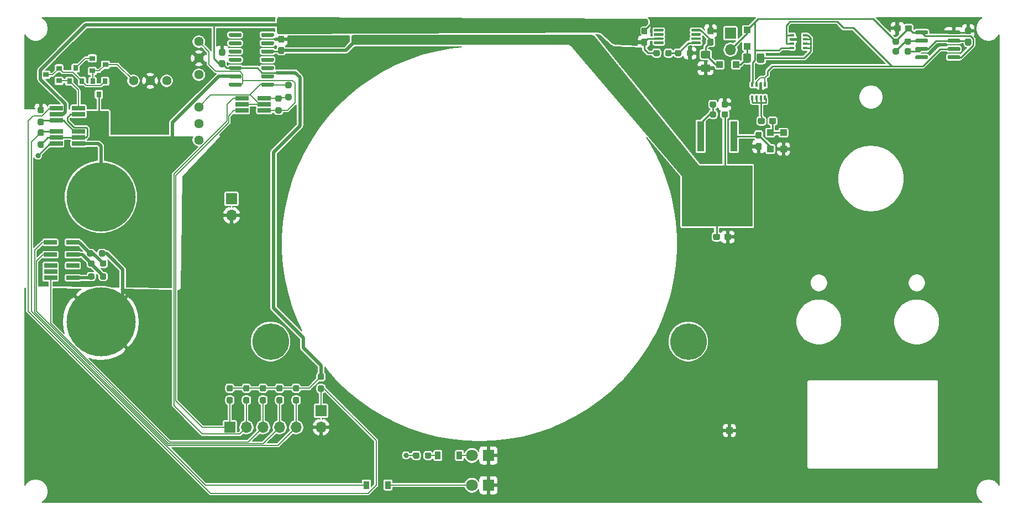
<source format=gbl>
G04 #@! TF.GenerationSoftware,KiCad,Pcbnew,(5.1.10-1-10_14)*
G04 #@! TF.CreationDate,2021-10-15T12:17:32-04:00*
G04 #@! TF.ProjectId,Multimeter,4d756c74-696d-4657-9465-722e6b696361,rev?*
G04 #@! TF.SameCoordinates,Original*
G04 #@! TF.FileFunction,Copper,L2,Bot*
G04 #@! TF.FilePolarity,Positive*
%FSLAX46Y46*%
G04 Gerber Fmt 4.6, Leading zero omitted, Abs format (unit mm)*
G04 Created by KiCad (PCBNEW (5.1.10-1-10_14)) date 2021-10-15 12:17:32*
%MOMM*%
%LPD*%
G01*
G04 APERTURE LIST*
G04 #@! TA.AperFunction,SMDPad,CuDef*
%ADD10R,0.900000X1.200000*%
G04 #@! TD*
G04 #@! TA.AperFunction,SMDPad,CuDef*
%ADD11R,0.635000X0.381000*%
G04 #@! TD*
G04 #@! TA.AperFunction,SMDPad,CuDef*
%ADD12R,0.381000X0.635000*%
G04 #@! TD*
G04 #@! TA.AperFunction,SMDPad,CuDef*
%ADD13R,2.000000X0.650000*%
G04 #@! TD*
G04 #@! TA.AperFunction,ComponentPad*
%ADD14O,1.700000X1.700000*%
G04 #@! TD*
G04 #@! TA.AperFunction,ComponentPad*
%ADD15R,1.700000X1.700000*%
G04 #@! TD*
G04 #@! TA.AperFunction,SMDPad,CuDef*
%ADD16R,10.800000X9.400000*%
G04 #@! TD*
G04 #@! TA.AperFunction,SMDPad,CuDef*
%ADD17R,1.100000X4.600000*%
G04 #@! TD*
G04 #@! TA.AperFunction,ComponentPad*
%ADD18C,5.600000*%
G04 #@! TD*
G04 #@! TA.AperFunction,SMDPad,CuDef*
%ADD19R,1.000000X1.000000*%
G04 #@! TD*
G04 #@! TA.AperFunction,ComponentPad*
%ADD20C,1.800000*%
G04 #@! TD*
G04 #@! TA.AperFunction,ComponentPad*
%ADD21R,1.800000X1.800000*%
G04 #@! TD*
G04 #@! TA.AperFunction,ComponentPad*
%ADD22R,1.000000X1.000000*%
G04 #@! TD*
G04 #@! TA.AperFunction,SMDPad,CuDef*
%ADD23R,0.900000X0.800000*%
G04 #@! TD*
G04 #@! TA.AperFunction,ComponentPad*
%ADD24C,0.900000*%
G04 #@! TD*
G04 #@! TA.AperFunction,ComponentPad*
%ADD25C,10.600000*%
G04 #@! TD*
G04 #@! TA.AperFunction,SMDPad,CuDef*
%ADD26R,0.800000X0.900000*%
G04 #@! TD*
G04 #@! TA.AperFunction,ComponentPad*
%ADD27C,1.440000*%
G04 #@! TD*
G04 #@! TA.AperFunction,ViaPad*
%ADD28C,0.800000*%
G04 #@! TD*
G04 #@! TA.AperFunction,Conductor*
%ADD29C,0.254000*%
G04 #@! TD*
G04 #@! TA.AperFunction,Conductor*
%ADD30C,0.508000*%
G04 #@! TD*
G04 #@! TA.AperFunction,Conductor*
%ADD31C,0.127000*%
G04 #@! TD*
G04 #@! TA.AperFunction,Conductor*
%ADD32C,0.100000*%
G04 #@! TD*
G04 APERTURE END LIST*
D10*
X141000000Y-97000000D03*
X137700000Y-97000000D03*
G04 #@! TA.AperFunction,SMDPad,CuDef*
G36*
G01*
X96855000Y-65261500D02*
X96855000Y-64786500D01*
G75*
G02*
X97092500Y-64549000I237500J0D01*
G01*
X97592500Y-64549000D01*
G75*
G02*
X97830000Y-64786500I0J-237500D01*
G01*
X97830000Y-65261500D01*
G75*
G02*
X97592500Y-65499000I-237500J0D01*
G01*
X97092500Y-65499000D01*
G75*
G02*
X96855000Y-65261500I0J237500D01*
G01*
G37*
G04 #@! TD.AperFunction*
G04 #@! TA.AperFunction,SMDPad,CuDef*
G36*
G01*
X95030000Y-65261500D02*
X95030000Y-64786500D01*
G75*
G02*
X95267500Y-64549000I237500J0D01*
G01*
X95767500Y-64549000D01*
G75*
G02*
X96005000Y-64786500I0J-237500D01*
G01*
X96005000Y-65261500D01*
G75*
G02*
X95767500Y-65499000I-237500J0D01*
G01*
X95267500Y-65499000D01*
G75*
G02*
X95030000Y-65261500I0J237500D01*
G01*
G37*
G04 #@! TD.AperFunction*
D11*
X204862600Y-29948979D03*
X204862600Y-29298993D03*
X204862600Y-28649007D03*
X204862600Y-27999021D03*
X202881400Y-27999021D03*
X202881400Y-28649007D03*
X202881400Y-29298993D03*
X202881400Y-29948979D03*
D12*
X196801021Y-37584600D03*
X197451007Y-37584600D03*
X198100993Y-37584600D03*
X198750979Y-37584600D03*
X198750979Y-35603400D03*
X198100993Y-35603400D03*
X197451007Y-35603400D03*
X196801021Y-35603400D03*
D13*
X122016000Y-39576000D03*
X122016000Y-38626000D03*
X122016000Y-37676000D03*
X118596000Y-37676000D03*
X118596000Y-38626000D03*
X118596000Y-39576000D03*
G04 #@! TA.AperFunction,SMDPad,CuDef*
G36*
G01*
X223708000Y-27427000D02*
X223708000Y-27727000D01*
G75*
G02*
X223558000Y-27877000I-150000J0D01*
G01*
X221908000Y-27877000D01*
G75*
G02*
X221758000Y-27727000I0J150000D01*
G01*
X221758000Y-27427000D01*
G75*
G02*
X221908000Y-27277000I150000J0D01*
G01*
X223558000Y-27277000D01*
G75*
G02*
X223708000Y-27427000I0J-150000D01*
G01*
G37*
G04 #@! TD.AperFunction*
G04 #@! TA.AperFunction,SMDPad,CuDef*
G36*
G01*
X223708000Y-28697000D02*
X223708000Y-28997000D01*
G75*
G02*
X223558000Y-29147000I-150000J0D01*
G01*
X221908000Y-29147000D01*
G75*
G02*
X221758000Y-28997000I0J150000D01*
G01*
X221758000Y-28697000D01*
G75*
G02*
X221908000Y-28547000I150000J0D01*
G01*
X223558000Y-28547000D01*
G75*
G02*
X223708000Y-28697000I0J-150000D01*
G01*
G37*
G04 #@! TD.AperFunction*
G04 #@! TA.AperFunction,SMDPad,CuDef*
G36*
G01*
X223708000Y-29967000D02*
X223708000Y-30267000D01*
G75*
G02*
X223558000Y-30417000I-150000J0D01*
G01*
X221908000Y-30417000D01*
G75*
G02*
X221758000Y-30267000I0J150000D01*
G01*
X221758000Y-29967000D01*
G75*
G02*
X221908000Y-29817000I150000J0D01*
G01*
X223558000Y-29817000D01*
G75*
G02*
X223708000Y-29967000I0J-150000D01*
G01*
G37*
G04 #@! TD.AperFunction*
G04 #@! TA.AperFunction,SMDPad,CuDef*
G36*
G01*
X223708000Y-31237000D02*
X223708000Y-31537000D01*
G75*
G02*
X223558000Y-31687000I-150000J0D01*
G01*
X221908000Y-31687000D01*
G75*
G02*
X221758000Y-31537000I0J150000D01*
G01*
X221758000Y-31237000D01*
G75*
G02*
X221908000Y-31087000I150000J0D01*
G01*
X223558000Y-31087000D01*
G75*
G02*
X223708000Y-31237000I0J-150000D01*
G01*
G37*
G04 #@! TD.AperFunction*
G04 #@! TA.AperFunction,SMDPad,CuDef*
G36*
G01*
X228658000Y-31237000D02*
X228658000Y-31537000D01*
G75*
G02*
X228508000Y-31687000I-150000J0D01*
G01*
X226858000Y-31687000D01*
G75*
G02*
X226708000Y-31537000I0J150000D01*
G01*
X226708000Y-31237000D01*
G75*
G02*
X226858000Y-31087000I150000J0D01*
G01*
X228508000Y-31087000D01*
G75*
G02*
X228658000Y-31237000I0J-150000D01*
G01*
G37*
G04 #@! TD.AperFunction*
G04 #@! TA.AperFunction,SMDPad,CuDef*
G36*
G01*
X228658000Y-29967000D02*
X228658000Y-30267000D01*
G75*
G02*
X228508000Y-30417000I-150000J0D01*
G01*
X226858000Y-30417000D01*
G75*
G02*
X226708000Y-30267000I0J150000D01*
G01*
X226708000Y-29967000D01*
G75*
G02*
X226858000Y-29817000I150000J0D01*
G01*
X228508000Y-29817000D01*
G75*
G02*
X228658000Y-29967000I0J-150000D01*
G01*
G37*
G04 #@! TD.AperFunction*
G04 #@! TA.AperFunction,SMDPad,CuDef*
G36*
G01*
X228658000Y-28697000D02*
X228658000Y-28997000D01*
G75*
G02*
X228508000Y-29147000I-150000J0D01*
G01*
X226858000Y-29147000D01*
G75*
G02*
X226708000Y-28997000I0J150000D01*
G01*
X226708000Y-28697000D01*
G75*
G02*
X226858000Y-28547000I150000J0D01*
G01*
X228508000Y-28547000D01*
G75*
G02*
X228658000Y-28697000I0J-150000D01*
G01*
G37*
G04 #@! TD.AperFunction*
G04 #@! TA.AperFunction,SMDPad,CuDef*
G36*
G01*
X228658000Y-27427000D02*
X228658000Y-27727000D01*
G75*
G02*
X228508000Y-27877000I-150000J0D01*
G01*
X226858000Y-27877000D01*
G75*
G02*
X226708000Y-27727000I0J150000D01*
G01*
X226708000Y-27427000D01*
G75*
G02*
X226858000Y-27277000I150000J0D01*
G01*
X228508000Y-27277000D01*
G75*
G02*
X228658000Y-27427000I0J-150000D01*
G01*
G37*
G04 #@! TD.AperFunction*
D14*
X193458000Y-30244000D03*
D15*
X193458000Y-27704000D03*
D13*
X93568000Y-44656000D03*
X93568000Y-43706000D03*
X93568000Y-42756000D03*
X90148000Y-42756000D03*
X90148000Y-43706000D03*
X90148000Y-44656000D03*
G04 #@! TA.AperFunction,SMDPad,CuDef*
G36*
G01*
X88031500Y-43431500D02*
X87556500Y-43431500D01*
G75*
G02*
X87319000Y-43194000I0J237500D01*
G01*
X87319000Y-42694000D01*
G75*
G02*
X87556500Y-42456500I237500J0D01*
G01*
X88031500Y-42456500D01*
G75*
G02*
X88269000Y-42694000I0J-237500D01*
G01*
X88269000Y-43194000D01*
G75*
G02*
X88031500Y-43431500I-237500J0D01*
G01*
G37*
G04 #@! TD.AperFunction*
G04 #@! TA.AperFunction,SMDPad,CuDef*
G36*
G01*
X88031500Y-45256500D02*
X87556500Y-45256500D01*
G75*
G02*
X87319000Y-45019000I0J237500D01*
G01*
X87319000Y-44519000D01*
G75*
G02*
X87556500Y-44281500I237500J0D01*
G01*
X88031500Y-44281500D01*
G75*
G02*
X88269000Y-44519000I0J-237500D01*
G01*
X88269000Y-45019000D01*
G75*
G02*
X88031500Y-45256500I-237500J0D01*
G01*
G37*
G04 #@! TD.AperFunction*
D14*
X126910000Y-88156000D03*
X124370000Y-88156000D03*
X121830000Y-88156000D03*
X119290000Y-88156000D03*
D15*
X116750000Y-88156000D03*
G04 #@! TA.AperFunction,SMDPad,CuDef*
G36*
G01*
X183205000Y-27137000D02*
X183205000Y-27337000D01*
G75*
G02*
X183105000Y-27437000I-100000J0D01*
G01*
X181830000Y-27437000D01*
G75*
G02*
X181730000Y-27337000I0J100000D01*
G01*
X181730000Y-27137000D01*
G75*
G02*
X181830000Y-27037000I100000J0D01*
G01*
X183105000Y-27037000D01*
G75*
G02*
X183205000Y-27137000I0J-100000D01*
G01*
G37*
G04 #@! TD.AperFunction*
G04 #@! TA.AperFunction,SMDPad,CuDef*
G36*
G01*
X183205000Y-27787000D02*
X183205000Y-27987000D01*
G75*
G02*
X183105000Y-28087000I-100000J0D01*
G01*
X181830000Y-28087000D01*
G75*
G02*
X181730000Y-27987000I0J100000D01*
G01*
X181730000Y-27787000D01*
G75*
G02*
X181830000Y-27687000I100000J0D01*
G01*
X183105000Y-27687000D01*
G75*
G02*
X183205000Y-27787000I0J-100000D01*
G01*
G37*
G04 #@! TD.AperFunction*
G04 #@! TA.AperFunction,SMDPad,CuDef*
G36*
G01*
X183205000Y-28437000D02*
X183205000Y-28637000D01*
G75*
G02*
X183105000Y-28737000I-100000J0D01*
G01*
X181830000Y-28737000D01*
G75*
G02*
X181730000Y-28637000I0J100000D01*
G01*
X181730000Y-28437000D01*
G75*
G02*
X181830000Y-28337000I100000J0D01*
G01*
X183105000Y-28337000D01*
G75*
G02*
X183205000Y-28437000I0J-100000D01*
G01*
G37*
G04 #@! TD.AperFunction*
G04 #@! TA.AperFunction,SMDPad,CuDef*
G36*
G01*
X183205000Y-29087000D02*
X183205000Y-29287000D01*
G75*
G02*
X183105000Y-29387000I-100000J0D01*
G01*
X181830000Y-29387000D01*
G75*
G02*
X181730000Y-29287000I0J100000D01*
G01*
X181730000Y-29087000D01*
G75*
G02*
X181830000Y-28987000I100000J0D01*
G01*
X183105000Y-28987000D01*
G75*
G02*
X183205000Y-29087000I0J-100000D01*
G01*
G37*
G04 #@! TD.AperFunction*
G04 #@! TA.AperFunction,SMDPad,CuDef*
G36*
G01*
X188930000Y-29087000D02*
X188930000Y-29287000D01*
G75*
G02*
X188830000Y-29387000I-100000J0D01*
G01*
X187555000Y-29387000D01*
G75*
G02*
X187455000Y-29287000I0J100000D01*
G01*
X187455000Y-29087000D01*
G75*
G02*
X187555000Y-28987000I100000J0D01*
G01*
X188830000Y-28987000D01*
G75*
G02*
X188930000Y-29087000I0J-100000D01*
G01*
G37*
G04 #@! TD.AperFunction*
G04 #@! TA.AperFunction,SMDPad,CuDef*
G36*
G01*
X188930000Y-28437000D02*
X188930000Y-28637000D01*
G75*
G02*
X188830000Y-28737000I-100000J0D01*
G01*
X187555000Y-28737000D01*
G75*
G02*
X187455000Y-28637000I0J100000D01*
G01*
X187455000Y-28437000D01*
G75*
G02*
X187555000Y-28337000I100000J0D01*
G01*
X188830000Y-28337000D01*
G75*
G02*
X188930000Y-28437000I0J-100000D01*
G01*
G37*
G04 #@! TD.AperFunction*
G04 #@! TA.AperFunction,SMDPad,CuDef*
G36*
G01*
X188930000Y-27787000D02*
X188930000Y-27987000D01*
G75*
G02*
X188830000Y-28087000I-100000J0D01*
G01*
X187555000Y-28087000D01*
G75*
G02*
X187455000Y-27987000I0J100000D01*
G01*
X187455000Y-27787000D01*
G75*
G02*
X187555000Y-27687000I100000J0D01*
G01*
X188830000Y-27687000D01*
G75*
G02*
X188930000Y-27787000I0J-100000D01*
G01*
G37*
G04 #@! TD.AperFunction*
G04 #@! TA.AperFunction,SMDPad,CuDef*
G36*
G01*
X188930000Y-27137000D02*
X188930000Y-27337000D01*
G75*
G02*
X188830000Y-27437000I-100000J0D01*
G01*
X187555000Y-27437000D01*
G75*
G02*
X187455000Y-27337000I0J100000D01*
G01*
X187455000Y-27137000D01*
G75*
G02*
X187555000Y-27037000I100000J0D01*
G01*
X188830000Y-27037000D01*
G75*
G02*
X188930000Y-27137000I0J-100000D01*
G01*
G37*
G04 #@! TD.AperFunction*
D16*
X191426000Y-52669000D03*
D17*
X193966000Y-43519000D03*
X188886000Y-43519000D03*
G04 #@! TA.AperFunction,SMDPad,CuDef*
G36*
G01*
X190647500Y-27887000D02*
X190172500Y-27887000D01*
G75*
G02*
X189935000Y-27649500I0J237500D01*
G01*
X189935000Y-27049500D01*
G75*
G02*
X190172500Y-26812000I237500J0D01*
G01*
X190647500Y-26812000D01*
G75*
G02*
X190885000Y-27049500I0J-237500D01*
G01*
X190885000Y-27649500D01*
G75*
G02*
X190647500Y-27887000I-237500J0D01*
G01*
G37*
G04 #@! TD.AperFunction*
G04 #@! TA.AperFunction,SMDPad,CuDef*
G36*
G01*
X190647500Y-29612000D02*
X190172500Y-29612000D01*
G75*
G02*
X189935000Y-29374500I0J237500D01*
G01*
X189935000Y-28774500D01*
G75*
G02*
X190172500Y-28537000I237500J0D01*
G01*
X190647500Y-28537000D01*
G75*
G02*
X190885000Y-28774500I0J-237500D01*
G01*
X190885000Y-29374500D01*
G75*
G02*
X190647500Y-29612000I-237500J0D01*
G01*
G37*
G04 #@! TD.AperFunction*
D14*
X130720000Y-88156000D03*
D15*
X130720000Y-85616000D03*
D10*
X151928000Y-92474000D03*
X148628000Y-92474000D03*
D18*
X187000000Y-75000000D03*
X123000000Y-75000000D03*
D14*
X117004000Y-55644000D03*
D15*
X117004000Y-53104000D03*
G04 #@! TA.AperFunction,SMDPad,CuDef*
G36*
G01*
X88031500Y-39979000D02*
X87556500Y-39979000D01*
G75*
G02*
X87319000Y-39741500I0J237500D01*
G01*
X87319000Y-39241500D01*
G75*
G02*
X87556500Y-39004000I237500J0D01*
G01*
X88031500Y-39004000D01*
G75*
G02*
X88269000Y-39241500I0J-237500D01*
G01*
X88269000Y-39741500D01*
G75*
G02*
X88031500Y-39979000I-237500J0D01*
G01*
G37*
G04 #@! TD.AperFunction*
G04 #@! TA.AperFunction,SMDPad,CuDef*
G36*
G01*
X88031500Y-41804000D02*
X87556500Y-41804000D01*
G75*
G02*
X87319000Y-41566500I0J237500D01*
G01*
X87319000Y-41066500D01*
G75*
G02*
X87556500Y-40829000I237500J0D01*
G01*
X88031500Y-40829000D01*
G75*
G02*
X88269000Y-41066500I0J-237500D01*
G01*
X88269000Y-41566500D01*
G75*
G02*
X88031500Y-41804000I-237500J0D01*
G01*
G37*
G04 #@! TD.AperFunction*
D13*
X92710000Y-65230000D03*
X92710000Y-64280000D03*
X92710000Y-63330000D03*
X89290000Y-63330000D03*
X89290000Y-64280000D03*
X89290000Y-65230000D03*
G04 #@! TA.AperFunction,SMDPad,CuDef*
G36*
G01*
X121552000Y-35728000D02*
X121552000Y-35428000D01*
G75*
G02*
X121702000Y-35278000I150000J0D01*
G01*
X123352000Y-35278000D01*
G75*
G02*
X123502000Y-35428000I0J-150000D01*
G01*
X123502000Y-35728000D01*
G75*
G02*
X123352000Y-35878000I-150000J0D01*
G01*
X121702000Y-35878000D01*
G75*
G02*
X121552000Y-35728000I0J150000D01*
G01*
G37*
G04 #@! TD.AperFunction*
G04 #@! TA.AperFunction,SMDPad,CuDef*
G36*
G01*
X121552000Y-34458000D02*
X121552000Y-34158000D01*
G75*
G02*
X121702000Y-34008000I150000J0D01*
G01*
X123352000Y-34008000D01*
G75*
G02*
X123502000Y-34158000I0J-150000D01*
G01*
X123502000Y-34458000D01*
G75*
G02*
X123352000Y-34608000I-150000J0D01*
G01*
X121702000Y-34608000D01*
G75*
G02*
X121552000Y-34458000I0J150000D01*
G01*
G37*
G04 #@! TD.AperFunction*
G04 #@! TA.AperFunction,SMDPad,CuDef*
G36*
G01*
X121552000Y-33188000D02*
X121552000Y-32888000D01*
G75*
G02*
X121702000Y-32738000I150000J0D01*
G01*
X123352000Y-32738000D01*
G75*
G02*
X123502000Y-32888000I0J-150000D01*
G01*
X123502000Y-33188000D01*
G75*
G02*
X123352000Y-33338000I-150000J0D01*
G01*
X121702000Y-33338000D01*
G75*
G02*
X121552000Y-33188000I0J150000D01*
G01*
G37*
G04 #@! TD.AperFunction*
G04 #@! TA.AperFunction,SMDPad,CuDef*
G36*
G01*
X121552000Y-31918000D02*
X121552000Y-31618000D01*
G75*
G02*
X121702000Y-31468000I150000J0D01*
G01*
X123352000Y-31468000D01*
G75*
G02*
X123502000Y-31618000I0J-150000D01*
G01*
X123502000Y-31918000D01*
G75*
G02*
X123352000Y-32068000I-150000J0D01*
G01*
X121702000Y-32068000D01*
G75*
G02*
X121552000Y-31918000I0J150000D01*
G01*
G37*
G04 #@! TD.AperFunction*
G04 #@! TA.AperFunction,SMDPad,CuDef*
G36*
G01*
X121552000Y-30648000D02*
X121552000Y-30348000D01*
G75*
G02*
X121702000Y-30198000I150000J0D01*
G01*
X123352000Y-30198000D01*
G75*
G02*
X123502000Y-30348000I0J-150000D01*
G01*
X123502000Y-30648000D01*
G75*
G02*
X123352000Y-30798000I-150000J0D01*
G01*
X121702000Y-30798000D01*
G75*
G02*
X121552000Y-30648000I0J150000D01*
G01*
G37*
G04 #@! TD.AperFunction*
G04 #@! TA.AperFunction,SMDPad,CuDef*
G36*
G01*
X121552000Y-29378000D02*
X121552000Y-29078000D01*
G75*
G02*
X121702000Y-28928000I150000J0D01*
G01*
X123352000Y-28928000D01*
G75*
G02*
X123502000Y-29078000I0J-150000D01*
G01*
X123502000Y-29378000D01*
G75*
G02*
X123352000Y-29528000I-150000J0D01*
G01*
X121702000Y-29528000D01*
G75*
G02*
X121552000Y-29378000I0J150000D01*
G01*
G37*
G04 #@! TD.AperFunction*
G04 #@! TA.AperFunction,SMDPad,CuDef*
G36*
G01*
X121552000Y-28108000D02*
X121552000Y-27808000D01*
G75*
G02*
X121702000Y-27658000I150000J0D01*
G01*
X123352000Y-27658000D01*
G75*
G02*
X123502000Y-27808000I0J-150000D01*
G01*
X123502000Y-28108000D01*
G75*
G02*
X123352000Y-28258000I-150000J0D01*
G01*
X121702000Y-28258000D01*
G75*
G02*
X121552000Y-28108000I0J150000D01*
G01*
G37*
G04 #@! TD.AperFunction*
G04 #@! TA.AperFunction,SMDPad,CuDef*
G36*
G01*
X116602000Y-28108000D02*
X116602000Y-27808000D01*
G75*
G02*
X116752000Y-27658000I150000J0D01*
G01*
X118402000Y-27658000D01*
G75*
G02*
X118552000Y-27808000I0J-150000D01*
G01*
X118552000Y-28108000D01*
G75*
G02*
X118402000Y-28258000I-150000J0D01*
G01*
X116752000Y-28258000D01*
G75*
G02*
X116602000Y-28108000I0J150000D01*
G01*
G37*
G04 #@! TD.AperFunction*
G04 #@! TA.AperFunction,SMDPad,CuDef*
G36*
G01*
X116602000Y-29378000D02*
X116602000Y-29078000D01*
G75*
G02*
X116752000Y-28928000I150000J0D01*
G01*
X118402000Y-28928000D01*
G75*
G02*
X118552000Y-29078000I0J-150000D01*
G01*
X118552000Y-29378000D01*
G75*
G02*
X118402000Y-29528000I-150000J0D01*
G01*
X116752000Y-29528000D01*
G75*
G02*
X116602000Y-29378000I0J150000D01*
G01*
G37*
G04 #@! TD.AperFunction*
G04 #@! TA.AperFunction,SMDPad,CuDef*
G36*
G01*
X116602000Y-30648000D02*
X116602000Y-30348000D01*
G75*
G02*
X116752000Y-30198000I150000J0D01*
G01*
X118402000Y-30198000D01*
G75*
G02*
X118552000Y-30348000I0J-150000D01*
G01*
X118552000Y-30648000D01*
G75*
G02*
X118402000Y-30798000I-150000J0D01*
G01*
X116752000Y-30798000D01*
G75*
G02*
X116602000Y-30648000I0J150000D01*
G01*
G37*
G04 #@! TD.AperFunction*
G04 #@! TA.AperFunction,SMDPad,CuDef*
G36*
G01*
X116602000Y-31918000D02*
X116602000Y-31618000D01*
G75*
G02*
X116752000Y-31468000I150000J0D01*
G01*
X118402000Y-31468000D01*
G75*
G02*
X118552000Y-31618000I0J-150000D01*
G01*
X118552000Y-31918000D01*
G75*
G02*
X118402000Y-32068000I-150000J0D01*
G01*
X116752000Y-32068000D01*
G75*
G02*
X116602000Y-31918000I0J150000D01*
G01*
G37*
G04 #@! TD.AperFunction*
G04 #@! TA.AperFunction,SMDPad,CuDef*
G36*
G01*
X116602000Y-33188000D02*
X116602000Y-32888000D01*
G75*
G02*
X116752000Y-32738000I150000J0D01*
G01*
X118402000Y-32738000D01*
G75*
G02*
X118552000Y-32888000I0J-150000D01*
G01*
X118552000Y-33188000D01*
G75*
G02*
X118402000Y-33338000I-150000J0D01*
G01*
X116752000Y-33338000D01*
G75*
G02*
X116602000Y-33188000I0J150000D01*
G01*
G37*
G04 #@! TD.AperFunction*
G04 #@! TA.AperFunction,SMDPad,CuDef*
G36*
G01*
X116602000Y-34458000D02*
X116602000Y-34158000D01*
G75*
G02*
X116752000Y-34008000I150000J0D01*
G01*
X118402000Y-34008000D01*
G75*
G02*
X118552000Y-34158000I0J-150000D01*
G01*
X118552000Y-34458000D01*
G75*
G02*
X118402000Y-34608000I-150000J0D01*
G01*
X116752000Y-34608000D01*
G75*
G02*
X116602000Y-34458000I0J150000D01*
G01*
G37*
G04 #@! TD.AperFunction*
G04 #@! TA.AperFunction,SMDPad,CuDef*
G36*
G01*
X116602000Y-35728000D02*
X116602000Y-35428000D01*
G75*
G02*
X116752000Y-35278000I150000J0D01*
G01*
X118402000Y-35278000D01*
G75*
G02*
X118552000Y-35428000I0J-150000D01*
G01*
X118552000Y-35728000D01*
G75*
G02*
X118402000Y-35878000I-150000J0D01*
G01*
X116752000Y-35878000D01*
G75*
G02*
X116602000Y-35728000I0J150000D01*
G01*
G37*
G04 #@! TD.AperFunction*
G04 #@! TA.AperFunction,SMDPad,CuDef*
G36*
G01*
X185921000Y-30514500D02*
X185921000Y-30989500D01*
G75*
G02*
X185683500Y-31227000I-237500J0D01*
G01*
X185183500Y-31227000D01*
G75*
G02*
X184946000Y-30989500I0J237500D01*
G01*
X184946000Y-30514500D01*
G75*
G02*
X185183500Y-30277000I237500J0D01*
G01*
X185683500Y-30277000D01*
G75*
G02*
X185921000Y-30514500I0J-237500D01*
G01*
G37*
G04 #@! TD.AperFunction*
G04 #@! TA.AperFunction,SMDPad,CuDef*
G36*
G01*
X187746000Y-30514500D02*
X187746000Y-30989500D01*
G75*
G02*
X187508500Y-31227000I-237500J0D01*
G01*
X187008500Y-31227000D01*
G75*
G02*
X186771000Y-30989500I0J237500D01*
G01*
X186771000Y-30514500D01*
G75*
G02*
X187008500Y-30277000I237500J0D01*
G01*
X187508500Y-30277000D01*
G75*
G02*
X187746000Y-30514500I0J-237500D01*
G01*
G37*
G04 #@! TD.AperFunction*
G04 #@! TA.AperFunction,SMDPad,CuDef*
G36*
G01*
X182619000Y-30514500D02*
X182619000Y-30989500D01*
G75*
G02*
X182381500Y-31227000I-237500J0D01*
G01*
X181881500Y-31227000D01*
G75*
G02*
X181644000Y-30989500I0J237500D01*
G01*
X181644000Y-30514500D01*
G75*
G02*
X181881500Y-30277000I237500J0D01*
G01*
X182381500Y-30277000D01*
G75*
G02*
X182619000Y-30514500I0J-237500D01*
G01*
G37*
G04 #@! TD.AperFunction*
G04 #@! TA.AperFunction,SMDPad,CuDef*
G36*
G01*
X184444000Y-30514500D02*
X184444000Y-30989500D01*
G75*
G02*
X184206500Y-31227000I-237500J0D01*
G01*
X183706500Y-31227000D01*
G75*
G02*
X183469000Y-30989500I0J237500D01*
G01*
X183469000Y-30514500D01*
G75*
G02*
X183706500Y-30277000I237500J0D01*
G01*
X184206500Y-30277000D01*
G75*
G02*
X184444000Y-30514500I0J-237500D01*
G01*
G37*
G04 #@! TD.AperFunction*
G04 #@! TA.AperFunction,SMDPad,CuDef*
G36*
G01*
X191255000Y-38388500D02*
X191255000Y-38863500D01*
G75*
G02*
X191017500Y-39101000I-237500J0D01*
G01*
X190517500Y-39101000D01*
G75*
G02*
X190280000Y-38863500I0J237500D01*
G01*
X190280000Y-38388500D01*
G75*
G02*
X190517500Y-38151000I237500J0D01*
G01*
X191017500Y-38151000D01*
G75*
G02*
X191255000Y-38388500I0J-237500D01*
G01*
G37*
G04 #@! TD.AperFunction*
G04 #@! TA.AperFunction,SMDPad,CuDef*
G36*
G01*
X193080000Y-38388500D02*
X193080000Y-38863500D01*
G75*
G02*
X192842500Y-39101000I-237500J0D01*
G01*
X192342500Y-39101000D01*
G75*
G02*
X192105000Y-38863500I0J237500D01*
G01*
X192105000Y-38388500D01*
G75*
G02*
X192342500Y-38151000I237500J0D01*
G01*
X192842500Y-38151000D01*
G75*
G02*
X193080000Y-38388500I0J-237500D01*
G01*
G37*
G04 #@! TD.AperFunction*
G04 #@! TA.AperFunction,SMDPad,CuDef*
G36*
G01*
X192105000Y-40387500D02*
X192105000Y-39912500D01*
G75*
G02*
X192342500Y-39675000I237500J0D01*
G01*
X192842500Y-39675000D01*
G75*
G02*
X193080000Y-39912500I0J-237500D01*
G01*
X193080000Y-40387500D01*
G75*
G02*
X192842500Y-40625000I-237500J0D01*
G01*
X192342500Y-40625000D01*
G75*
G02*
X192105000Y-40387500I0J237500D01*
G01*
G37*
G04 #@! TD.AperFunction*
G04 #@! TA.AperFunction,SMDPad,CuDef*
G36*
G01*
X190280000Y-40387500D02*
X190280000Y-39912500D01*
G75*
G02*
X190517500Y-39675000I237500J0D01*
G01*
X191017500Y-39675000D01*
G75*
G02*
X191255000Y-39912500I0J-237500D01*
G01*
X191255000Y-40387500D01*
G75*
G02*
X191017500Y-40625000I-237500J0D01*
G01*
X190517500Y-40625000D01*
G75*
G02*
X190280000Y-40387500I0J237500D01*
G01*
G37*
G04 #@! TD.AperFunction*
G04 #@! TA.AperFunction,SMDPad,CuDef*
G36*
G01*
X220135000Y-30717500D02*
X220135000Y-30242500D01*
G75*
G02*
X220372500Y-30005000I237500J0D01*
G01*
X220872500Y-30005000D01*
G75*
G02*
X221110000Y-30242500I0J-237500D01*
G01*
X221110000Y-30717500D01*
G75*
G02*
X220872500Y-30955000I-237500J0D01*
G01*
X220372500Y-30955000D01*
G75*
G02*
X220135000Y-30717500I0J237500D01*
G01*
G37*
G04 #@! TD.AperFunction*
G04 #@! TA.AperFunction,SMDPad,CuDef*
G36*
G01*
X218310000Y-30717500D02*
X218310000Y-30242500D01*
G75*
G02*
X218547500Y-30005000I237500J0D01*
G01*
X219047500Y-30005000D01*
G75*
G02*
X219285000Y-30242500I0J-237500D01*
G01*
X219285000Y-30717500D01*
G75*
G02*
X219047500Y-30955000I-237500J0D01*
G01*
X218547500Y-30955000D01*
G75*
G02*
X218310000Y-30717500I0J237500D01*
G01*
G37*
G04 #@! TD.AperFunction*
G04 #@! TA.AperFunction,SMDPad,CuDef*
G36*
G01*
X220135000Y-29211500D02*
X220135000Y-28736500D01*
G75*
G02*
X220372500Y-28499000I237500J0D01*
G01*
X220872500Y-28499000D01*
G75*
G02*
X221110000Y-28736500I0J-237500D01*
G01*
X221110000Y-29211500D01*
G75*
G02*
X220872500Y-29449000I-237500J0D01*
G01*
X220372500Y-29449000D01*
G75*
G02*
X220135000Y-29211500I0J237500D01*
G01*
G37*
G04 #@! TD.AperFunction*
G04 #@! TA.AperFunction,SMDPad,CuDef*
G36*
G01*
X218310000Y-29211500D02*
X218310000Y-28736500D01*
G75*
G02*
X218547500Y-28499000I237500J0D01*
G01*
X219047500Y-28499000D01*
G75*
G02*
X219285000Y-28736500I0J-237500D01*
G01*
X219285000Y-29211500D01*
G75*
G02*
X219047500Y-29449000I-237500J0D01*
G01*
X218547500Y-29449000D01*
G75*
G02*
X218310000Y-29211500I0J237500D01*
G01*
G37*
G04 #@! TD.AperFunction*
G04 #@! TA.AperFunction,SMDPad,CuDef*
G36*
G01*
X130482500Y-81723000D02*
X130957500Y-81723000D01*
G75*
G02*
X131195000Y-81960500I0J-237500D01*
G01*
X131195000Y-82460500D01*
G75*
G02*
X130957500Y-82698000I-237500J0D01*
G01*
X130482500Y-82698000D01*
G75*
G02*
X130245000Y-82460500I0J237500D01*
G01*
X130245000Y-81960500D01*
G75*
G02*
X130482500Y-81723000I237500J0D01*
G01*
G37*
G04 #@! TD.AperFunction*
G04 #@! TA.AperFunction,SMDPad,CuDef*
G36*
G01*
X130482500Y-79898000D02*
X130957500Y-79898000D01*
G75*
G02*
X131195000Y-80135500I0J-237500D01*
G01*
X131195000Y-80635500D01*
G75*
G02*
X130957500Y-80873000I-237500J0D01*
G01*
X130482500Y-80873000D01*
G75*
G02*
X130245000Y-80635500I0J237500D01*
G01*
X130245000Y-80135500D01*
G75*
G02*
X130482500Y-79898000I237500J0D01*
G01*
G37*
G04 #@! TD.AperFunction*
G04 #@! TA.AperFunction,SMDPad,CuDef*
G36*
G01*
X116512500Y-83501000D02*
X116987500Y-83501000D01*
G75*
G02*
X117225000Y-83738500I0J-237500D01*
G01*
X117225000Y-84238500D01*
G75*
G02*
X116987500Y-84476000I-237500J0D01*
G01*
X116512500Y-84476000D01*
G75*
G02*
X116275000Y-84238500I0J237500D01*
G01*
X116275000Y-83738500D01*
G75*
G02*
X116512500Y-83501000I237500J0D01*
G01*
G37*
G04 #@! TD.AperFunction*
G04 #@! TA.AperFunction,SMDPad,CuDef*
G36*
G01*
X116512500Y-81676000D02*
X116987500Y-81676000D01*
G75*
G02*
X117225000Y-81913500I0J-237500D01*
G01*
X117225000Y-82413500D01*
G75*
G02*
X116987500Y-82651000I-237500J0D01*
G01*
X116512500Y-82651000D01*
G75*
G02*
X116275000Y-82413500I0J237500D01*
G01*
X116275000Y-81913500D01*
G75*
G02*
X116512500Y-81676000I237500J0D01*
G01*
G37*
G04 #@! TD.AperFunction*
G04 #@! TA.AperFunction,SMDPad,CuDef*
G36*
G01*
X119052500Y-83501000D02*
X119527500Y-83501000D01*
G75*
G02*
X119765000Y-83738500I0J-237500D01*
G01*
X119765000Y-84238500D01*
G75*
G02*
X119527500Y-84476000I-237500J0D01*
G01*
X119052500Y-84476000D01*
G75*
G02*
X118815000Y-84238500I0J237500D01*
G01*
X118815000Y-83738500D01*
G75*
G02*
X119052500Y-83501000I237500J0D01*
G01*
G37*
G04 #@! TD.AperFunction*
G04 #@! TA.AperFunction,SMDPad,CuDef*
G36*
G01*
X119052500Y-81676000D02*
X119527500Y-81676000D01*
G75*
G02*
X119765000Y-81913500I0J-237500D01*
G01*
X119765000Y-82413500D01*
G75*
G02*
X119527500Y-82651000I-237500J0D01*
G01*
X119052500Y-82651000D01*
G75*
G02*
X118815000Y-82413500I0J237500D01*
G01*
X118815000Y-81913500D01*
G75*
G02*
X119052500Y-81676000I237500J0D01*
G01*
G37*
G04 #@! TD.AperFunction*
G04 #@! TA.AperFunction,SMDPad,CuDef*
G36*
G01*
X121592500Y-83501000D02*
X122067500Y-83501000D01*
G75*
G02*
X122305000Y-83738500I0J-237500D01*
G01*
X122305000Y-84238500D01*
G75*
G02*
X122067500Y-84476000I-237500J0D01*
G01*
X121592500Y-84476000D01*
G75*
G02*
X121355000Y-84238500I0J237500D01*
G01*
X121355000Y-83738500D01*
G75*
G02*
X121592500Y-83501000I237500J0D01*
G01*
G37*
G04 #@! TD.AperFunction*
G04 #@! TA.AperFunction,SMDPad,CuDef*
G36*
G01*
X121592500Y-81676000D02*
X122067500Y-81676000D01*
G75*
G02*
X122305000Y-81913500I0J-237500D01*
G01*
X122305000Y-82413500D01*
G75*
G02*
X122067500Y-82651000I-237500J0D01*
G01*
X121592500Y-82651000D01*
G75*
G02*
X121355000Y-82413500I0J237500D01*
G01*
X121355000Y-81913500D01*
G75*
G02*
X121592500Y-81676000I237500J0D01*
G01*
G37*
G04 #@! TD.AperFunction*
G04 #@! TA.AperFunction,SMDPad,CuDef*
G36*
G01*
X124132500Y-83501000D02*
X124607500Y-83501000D01*
G75*
G02*
X124845000Y-83738500I0J-237500D01*
G01*
X124845000Y-84238500D01*
G75*
G02*
X124607500Y-84476000I-237500J0D01*
G01*
X124132500Y-84476000D01*
G75*
G02*
X123895000Y-84238500I0J237500D01*
G01*
X123895000Y-83738500D01*
G75*
G02*
X124132500Y-83501000I237500J0D01*
G01*
G37*
G04 #@! TD.AperFunction*
G04 #@! TA.AperFunction,SMDPad,CuDef*
G36*
G01*
X124132500Y-81676000D02*
X124607500Y-81676000D01*
G75*
G02*
X124845000Y-81913500I0J-237500D01*
G01*
X124845000Y-82413500D01*
G75*
G02*
X124607500Y-82651000I-237500J0D01*
G01*
X124132500Y-82651000D01*
G75*
G02*
X123895000Y-82413500I0J237500D01*
G01*
X123895000Y-81913500D01*
G75*
G02*
X124132500Y-81676000I237500J0D01*
G01*
G37*
G04 #@! TD.AperFunction*
G04 #@! TA.AperFunction,SMDPad,CuDef*
G36*
G01*
X126672500Y-83501000D02*
X127147500Y-83501000D01*
G75*
G02*
X127385000Y-83738500I0J-237500D01*
G01*
X127385000Y-84238500D01*
G75*
G02*
X127147500Y-84476000I-237500J0D01*
G01*
X126672500Y-84476000D01*
G75*
G02*
X126435000Y-84238500I0J237500D01*
G01*
X126435000Y-83738500D01*
G75*
G02*
X126672500Y-83501000I237500J0D01*
G01*
G37*
G04 #@! TD.AperFunction*
G04 #@! TA.AperFunction,SMDPad,CuDef*
G36*
G01*
X126672500Y-81676000D02*
X127147500Y-81676000D01*
G75*
G02*
X127385000Y-81913500I0J-237500D01*
G01*
X127385000Y-82413500D01*
G75*
G02*
X127147500Y-82651000I-237500J0D01*
G01*
X126672500Y-82651000D01*
G75*
G02*
X126435000Y-82413500I0J237500D01*
G01*
X126435000Y-81913500D01*
G75*
G02*
X126672500Y-81676000I237500J0D01*
G01*
G37*
G04 #@! TD.AperFunction*
G04 #@! TA.AperFunction,SMDPad,CuDef*
G36*
G01*
X145789000Y-92236500D02*
X145789000Y-92711500D01*
G75*
G02*
X145551500Y-92949000I-237500J0D01*
G01*
X145051500Y-92949000D01*
G75*
G02*
X144814000Y-92711500I0J237500D01*
G01*
X144814000Y-92236500D01*
G75*
G02*
X145051500Y-91999000I237500J0D01*
G01*
X145551500Y-91999000D01*
G75*
G02*
X145789000Y-92236500I0J-237500D01*
G01*
G37*
G04 #@! TD.AperFunction*
G04 #@! TA.AperFunction,SMDPad,CuDef*
G36*
G01*
X147614000Y-92236500D02*
X147614000Y-92711500D01*
G75*
G02*
X147376500Y-92949000I-237500J0D01*
G01*
X146876500Y-92949000D01*
G75*
G02*
X146639000Y-92711500I0J237500D01*
G01*
X146639000Y-92236500D01*
G75*
G02*
X146876500Y-91999000I237500J0D01*
G01*
X147376500Y-91999000D01*
G75*
G02*
X147614000Y-92236500I0J-237500D01*
G01*
G37*
G04 #@! TD.AperFunction*
G04 #@! TA.AperFunction,SMDPad,CuDef*
G36*
G01*
X125492500Y-37001000D02*
X125967500Y-37001000D01*
G75*
G02*
X126205000Y-37238500I0J-237500D01*
G01*
X126205000Y-37738500D01*
G75*
G02*
X125967500Y-37976000I-237500J0D01*
G01*
X125492500Y-37976000D01*
G75*
G02*
X125255000Y-37738500I0J237500D01*
G01*
X125255000Y-37238500D01*
G75*
G02*
X125492500Y-37001000I237500J0D01*
G01*
G37*
G04 #@! TD.AperFunction*
G04 #@! TA.AperFunction,SMDPad,CuDef*
G36*
G01*
X125492500Y-35176000D02*
X125967500Y-35176000D01*
G75*
G02*
X126205000Y-35413500I0J-237500D01*
G01*
X126205000Y-35913500D01*
G75*
G02*
X125967500Y-36151000I-237500J0D01*
G01*
X125492500Y-36151000D01*
G75*
G02*
X125255000Y-35913500I0J237500D01*
G01*
X125255000Y-35413500D01*
G75*
G02*
X125492500Y-35176000I237500J0D01*
G01*
G37*
G04 #@! TD.AperFunction*
G04 #@! TA.AperFunction,SMDPad,CuDef*
G36*
G01*
X123968500Y-39051000D02*
X124443500Y-39051000D01*
G75*
G02*
X124681000Y-39288500I0J-237500D01*
G01*
X124681000Y-39788500D01*
G75*
G02*
X124443500Y-40026000I-237500J0D01*
G01*
X123968500Y-40026000D01*
G75*
G02*
X123731000Y-39788500I0J237500D01*
G01*
X123731000Y-39288500D01*
G75*
G02*
X123968500Y-39051000I237500J0D01*
G01*
G37*
G04 #@! TD.AperFunction*
G04 #@! TA.AperFunction,SMDPad,CuDef*
G36*
G01*
X123968500Y-37226000D02*
X124443500Y-37226000D01*
G75*
G02*
X124681000Y-37463500I0J-237500D01*
G01*
X124681000Y-37963500D01*
G75*
G02*
X124443500Y-38201000I-237500J0D01*
G01*
X123968500Y-38201000D01*
G75*
G02*
X123731000Y-37963500I0J237500D01*
G01*
X123731000Y-37463500D01*
G75*
G02*
X123968500Y-37226000I237500J0D01*
G01*
G37*
G04 #@! TD.AperFunction*
G04 #@! TA.AperFunction,SMDPad,CuDef*
G36*
G01*
X96691000Y-61705500D02*
X96691000Y-61230500D01*
G75*
G02*
X96928500Y-60993000I237500J0D01*
G01*
X97428500Y-60993000D01*
G75*
G02*
X97666000Y-61230500I0J-237500D01*
G01*
X97666000Y-61705500D01*
G75*
G02*
X97428500Y-61943000I-237500J0D01*
G01*
X96928500Y-61943000D01*
G75*
G02*
X96691000Y-61705500I0J237500D01*
G01*
G37*
G04 #@! TD.AperFunction*
G04 #@! TA.AperFunction,SMDPad,CuDef*
G36*
G01*
X94866000Y-61705500D02*
X94866000Y-61230500D01*
G75*
G02*
X95103500Y-60993000I237500J0D01*
G01*
X95603500Y-60993000D01*
G75*
G02*
X95841000Y-61230500I0J-237500D01*
G01*
X95841000Y-61705500D01*
G75*
G02*
X95603500Y-61943000I-237500J0D01*
G01*
X95103500Y-61943000D01*
G75*
G02*
X94866000Y-61705500I0J237500D01*
G01*
G37*
G04 #@! TD.AperFunction*
G04 #@! TA.AperFunction,SMDPad,CuDef*
G36*
G01*
X96855000Y-63247500D02*
X96855000Y-62772500D01*
G75*
G02*
X97092500Y-62535000I237500J0D01*
G01*
X97592500Y-62535000D01*
G75*
G02*
X97830000Y-62772500I0J-237500D01*
G01*
X97830000Y-63247500D01*
G75*
G02*
X97592500Y-63485000I-237500J0D01*
G01*
X97092500Y-63485000D01*
G75*
G02*
X96855000Y-63247500I0J237500D01*
G01*
G37*
G04 #@! TD.AperFunction*
G04 #@! TA.AperFunction,SMDPad,CuDef*
G36*
G01*
X95030000Y-63247500D02*
X95030000Y-62772500D01*
G75*
G02*
X95267500Y-62535000I237500J0D01*
G01*
X95767500Y-62535000D01*
G75*
G02*
X96005000Y-62772500I0J-237500D01*
G01*
X96005000Y-63247500D01*
G75*
G02*
X95767500Y-63485000I-237500J0D01*
G01*
X95267500Y-63485000D01*
G75*
G02*
X95030000Y-63247500I0J237500D01*
G01*
G37*
G04 #@! TD.AperFunction*
X92679000Y-61674000D03*
X92679000Y-60724000D03*
X92679000Y-59774000D03*
X89259000Y-59774000D03*
X89259000Y-60724000D03*
X89259000Y-61674000D03*
X93568000Y-41100000D03*
X93568000Y-40150000D03*
X93568000Y-39200000D03*
X90148000Y-39200000D03*
X90148000Y-40150000D03*
X90148000Y-41100000D03*
D19*
X194290000Y-32512000D03*
X191790000Y-32512000D03*
X195998000Y-27216000D03*
X195998000Y-29716000D03*
X199554000Y-45464000D03*
X199554000Y-42964000D03*
X201586000Y-42964000D03*
X201586000Y-45464000D03*
D20*
X153834000Y-97046000D03*
D21*
X156374000Y-97046000D03*
G04 #@! TA.AperFunction,SMDPad,CuDef*
G36*
G01*
X180487500Y-27887000D02*
X180012500Y-27887000D01*
G75*
G02*
X179775000Y-27649500I0J237500D01*
G01*
X179775000Y-27049500D01*
G75*
G02*
X180012500Y-26812000I237500J0D01*
G01*
X180487500Y-26812000D01*
G75*
G02*
X180725000Y-27049500I0J-237500D01*
G01*
X180725000Y-27649500D01*
G75*
G02*
X180487500Y-27887000I-237500J0D01*
G01*
G37*
G04 #@! TD.AperFunction*
G04 #@! TA.AperFunction,SMDPad,CuDef*
G36*
G01*
X180487500Y-29612000D02*
X180012500Y-29612000D01*
G75*
G02*
X179775000Y-29374500I0J237500D01*
G01*
X179775000Y-28774500D01*
G75*
G02*
X180012500Y-28537000I237500J0D01*
G01*
X180487500Y-28537000D01*
G75*
G02*
X180725000Y-28774500I0J-237500D01*
G01*
X180725000Y-29374500D01*
G75*
G02*
X180487500Y-29612000I-237500J0D01*
G01*
G37*
G04 #@! TD.AperFunction*
G04 #@! TA.AperFunction,SMDPad,CuDef*
G36*
G01*
X192513000Y-59183500D02*
X192513000Y-58708500D01*
G75*
G02*
X192750500Y-58471000I237500J0D01*
G01*
X193350500Y-58471000D01*
G75*
G02*
X193588000Y-58708500I0J-237500D01*
G01*
X193588000Y-59183500D01*
G75*
G02*
X193350500Y-59421000I-237500J0D01*
G01*
X192750500Y-59421000D01*
G75*
G02*
X192513000Y-59183500I0J237500D01*
G01*
G37*
G04 #@! TD.AperFunction*
G04 #@! TA.AperFunction,SMDPad,CuDef*
G36*
G01*
X190788000Y-59183500D02*
X190788000Y-58708500D01*
G75*
G02*
X191025500Y-58471000I237500J0D01*
G01*
X191625500Y-58471000D01*
G75*
G02*
X191863000Y-58708500I0J-237500D01*
G01*
X191863000Y-59183500D01*
G75*
G02*
X191625500Y-59421000I-237500J0D01*
G01*
X191025500Y-59421000D01*
G75*
G02*
X190788000Y-59183500I0J237500D01*
G01*
G37*
G04 #@! TD.AperFunction*
G04 #@! TA.AperFunction,SMDPad,CuDef*
G36*
G01*
X189173000Y-32472000D02*
X190123000Y-32472000D01*
G75*
G02*
X190373000Y-32722000I0J-250000D01*
G01*
X190373000Y-33397000D01*
G75*
G02*
X190123000Y-33647000I-250000J0D01*
G01*
X189173000Y-33647000D01*
G75*
G02*
X188923000Y-33397000I0J250000D01*
G01*
X188923000Y-32722000D01*
G75*
G02*
X189173000Y-32472000I250000J0D01*
G01*
G37*
G04 #@! TD.AperFunction*
G04 #@! TA.AperFunction,SMDPad,CuDef*
G36*
G01*
X189173000Y-30397000D02*
X190123000Y-30397000D01*
G75*
G02*
X190373000Y-30647000I0J-250000D01*
G01*
X190373000Y-31322000D01*
G75*
G02*
X190123000Y-31572000I-250000J0D01*
G01*
X189173000Y-31572000D01*
G75*
G02*
X188923000Y-31322000I0J250000D01*
G01*
X188923000Y-30647000D01*
G75*
G02*
X189173000Y-30397000I250000J0D01*
G01*
G37*
G04 #@! TD.AperFunction*
G04 #@! TA.AperFunction,SMDPad,CuDef*
G36*
G01*
X197485500Y-31989000D02*
X197485500Y-31039000D01*
G75*
G02*
X197735500Y-30789000I250000J0D01*
G01*
X198410500Y-30789000D01*
G75*
G02*
X198660500Y-31039000I0J-250000D01*
G01*
X198660500Y-31989000D01*
G75*
G02*
X198410500Y-32239000I-250000J0D01*
G01*
X197735500Y-32239000D01*
G75*
G02*
X197485500Y-31989000I0J250000D01*
G01*
G37*
G04 #@! TD.AperFunction*
G04 #@! TA.AperFunction,SMDPad,CuDef*
G36*
G01*
X195410500Y-31989000D02*
X195410500Y-31039000D01*
G75*
G02*
X195660500Y-30789000I250000J0D01*
G01*
X196335500Y-30789000D01*
G75*
G02*
X196585500Y-31039000I0J-250000D01*
G01*
X196585500Y-31989000D01*
G75*
G02*
X196335500Y-32239000I-250000J0D01*
G01*
X195660500Y-32239000D01*
G75*
G02*
X195410500Y-31989000I0J250000D01*
G01*
G37*
G04 #@! TD.AperFunction*
G04 #@! TA.AperFunction,SMDPad,CuDef*
G36*
G01*
X197538500Y-44539000D02*
X198013500Y-44539000D01*
G75*
G02*
X198251000Y-44776500I0J-237500D01*
G01*
X198251000Y-45376500D01*
G75*
G02*
X198013500Y-45614000I-237500J0D01*
G01*
X197538500Y-45614000D01*
G75*
G02*
X197301000Y-45376500I0J237500D01*
G01*
X197301000Y-44776500D01*
G75*
G02*
X197538500Y-44539000I237500J0D01*
G01*
G37*
G04 #@! TD.AperFunction*
G04 #@! TA.AperFunction,SMDPad,CuDef*
G36*
G01*
X197538500Y-42814000D02*
X198013500Y-42814000D01*
G75*
G02*
X198251000Y-43051500I0J-237500D01*
G01*
X198251000Y-43651500D01*
G75*
G02*
X198013500Y-43889000I-237500J0D01*
G01*
X197538500Y-43889000D01*
G75*
G02*
X197301000Y-43651500I0J237500D01*
G01*
X197301000Y-43051500D01*
G75*
G02*
X197538500Y-42814000I237500J0D01*
G01*
G37*
G04 #@! TD.AperFunction*
G04 #@! TA.AperFunction,SMDPad,CuDef*
G36*
G01*
X198721000Y-40928500D02*
X198721000Y-41403500D01*
G75*
G02*
X198483500Y-41641000I-237500J0D01*
G01*
X197883500Y-41641000D01*
G75*
G02*
X197646000Y-41403500I0J237500D01*
G01*
X197646000Y-40928500D01*
G75*
G02*
X197883500Y-40691000I237500J0D01*
G01*
X198483500Y-40691000D01*
G75*
G02*
X198721000Y-40928500I0J-237500D01*
G01*
G37*
G04 #@! TD.AperFunction*
G04 #@! TA.AperFunction,SMDPad,CuDef*
G36*
G01*
X200446000Y-40928500D02*
X200446000Y-41403500D01*
G75*
G02*
X200208500Y-41641000I-237500J0D01*
G01*
X199608500Y-41641000D01*
G75*
G02*
X199371000Y-41403500I0J237500D01*
G01*
X199371000Y-40928500D01*
G75*
G02*
X199608500Y-40691000I237500J0D01*
G01*
X200208500Y-40691000D01*
G75*
G02*
X200446000Y-40928500I0J-237500D01*
G01*
G37*
G04 #@! TD.AperFunction*
G04 #@! TA.AperFunction,SMDPad,CuDef*
G36*
G01*
X229632500Y-28519000D02*
X230107500Y-28519000D01*
G75*
G02*
X230345000Y-28756500I0J-237500D01*
G01*
X230345000Y-29356500D01*
G75*
G02*
X230107500Y-29594000I-237500J0D01*
G01*
X229632500Y-29594000D01*
G75*
G02*
X229395000Y-29356500I0J237500D01*
G01*
X229395000Y-28756500D01*
G75*
G02*
X229632500Y-28519000I237500J0D01*
G01*
G37*
G04 #@! TD.AperFunction*
G04 #@! TA.AperFunction,SMDPad,CuDef*
G36*
G01*
X229632500Y-26794000D02*
X230107500Y-26794000D01*
G75*
G02*
X230345000Y-27031500I0J-237500D01*
G01*
X230345000Y-27631500D01*
G75*
G02*
X230107500Y-27869000I-237500J0D01*
G01*
X229632500Y-27869000D01*
G75*
G02*
X229395000Y-27631500I0J237500D01*
G01*
X229395000Y-27031500D01*
G75*
G02*
X229632500Y-26794000I237500J0D01*
G01*
G37*
G04 #@! TD.AperFunction*
G04 #@! TA.AperFunction,SMDPad,CuDef*
G36*
G01*
X219549000Y-26704500D02*
X219549000Y-27179500D01*
G75*
G02*
X219311500Y-27417000I-237500J0D01*
G01*
X218711500Y-27417000D01*
G75*
G02*
X218474000Y-27179500I0J237500D01*
G01*
X218474000Y-26704500D01*
G75*
G02*
X218711500Y-26467000I237500J0D01*
G01*
X219311500Y-26467000D01*
G75*
G02*
X219549000Y-26704500I0J-237500D01*
G01*
G37*
G04 #@! TD.AperFunction*
G04 #@! TA.AperFunction,SMDPad,CuDef*
G36*
G01*
X221274000Y-26704500D02*
X221274000Y-27179500D01*
G75*
G02*
X221036500Y-27417000I-237500J0D01*
G01*
X220436500Y-27417000D01*
G75*
G02*
X220199000Y-27179500I0J237500D01*
G01*
X220199000Y-26704500D01*
G75*
G02*
X220436500Y-26467000I237500J0D01*
G01*
X221036500Y-26467000D01*
G75*
G02*
X221274000Y-26704500I0J-237500D01*
G01*
G37*
G04 #@! TD.AperFunction*
G04 #@! TA.AperFunction,SMDPad,CuDef*
G36*
G01*
X124861500Y-29157000D02*
X124386500Y-29157000D01*
G75*
G02*
X124149000Y-28919500I0J237500D01*
G01*
X124149000Y-28319500D01*
G75*
G02*
X124386500Y-28082000I237500J0D01*
G01*
X124861500Y-28082000D01*
G75*
G02*
X125099000Y-28319500I0J-237500D01*
G01*
X125099000Y-28919500D01*
G75*
G02*
X124861500Y-29157000I-237500J0D01*
G01*
G37*
G04 #@! TD.AperFunction*
G04 #@! TA.AperFunction,SMDPad,CuDef*
G36*
G01*
X124861500Y-30882000D02*
X124386500Y-30882000D01*
G75*
G02*
X124149000Y-30644500I0J237500D01*
G01*
X124149000Y-30044500D01*
G75*
G02*
X124386500Y-29807000I237500J0D01*
G01*
X124861500Y-29807000D01*
G75*
G02*
X125099000Y-30044500I0J-237500D01*
G01*
X125099000Y-30644500D01*
G75*
G02*
X124861500Y-30882000I-237500J0D01*
G01*
G37*
G04 #@! TD.AperFunction*
G04 #@! TA.AperFunction,SMDPad,CuDef*
G36*
G01*
X115332500Y-31821000D02*
X115807500Y-31821000D01*
G75*
G02*
X116045000Y-32058500I0J-237500D01*
G01*
X116045000Y-32658500D01*
G75*
G02*
X115807500Y-32896000I-237500J0D01*
G01*
X115332500Y-32896000D01*
G75*
G02*
X115095000Y-32658500I0J237500D01*
G01*
X115095000Y-32058500D01*
G75*
G02*
X115332500Y-31821000I237500J0D01*
G01*
G37*
G04 #@! TD.AperFunction*
G04 #@! TA.AperFunction,SMDPad,CuDef*
G36*
G01*
X115332500Y-30096000D02*
X115807500Y-30096000D01*
G75*
G02*
X116045000Y-30333500I0J-237500D01*
G01*
X116045000Y-30933500D01*
G75*
G02*
X115807500Y-31171000I-237500J0D01*
G01*
X115332500Y-31171000D01*
G75*
G02*
X115095000Y-30933500I0J237500D01*
G01*
X115095000Y-30333500D01*
G75*
G02*
X115332500Y-30096000I237500J0D01*
G01*
G37*
G04 #@! TD.AperFunction*
D22*
X193294000Y-88646000D03*
D23*
X97684000Y-32530000D03*
X95684000Y-31580000D03*
X95684000Y-33480000D03*
D20*
X153834000Y-92474000D03*
D21*
X156374000Y-92474000D03*
D24*
X99810749Y-69189251D03*
X97000000Y-68025000D03*
X94189251Y-69189251D03*
X93025000Y-72000000D03*
X94189251Y-74810749D03*
X97000000Y-75975000D03*
X99810749Y-74810749D03*
X100975000Y-72000000D03*
D25*
X97000000Y-72000000D03*
D24*
X99810749Y-49989251D03*
X97000000Y-48825000D03*
X94189251Y-49989251D03*
X93025000Y-52800000D03*
X94189251Y-55610749D03*
X97000000Y-56775000D03*
X99810749Y-55610749D03*
X100975000Y-52800000D03*
D25*
X97000000Y-52800000D03*
D26*
X94078000Y-35054000D03*
X92178000Y-35054000D03*
X93128000Y-33054000D03*
D23*
X88572000Y-34054000D03*
X90572000Y-35004000D03*
X90572000Y-33104000D03*
D26*
X95734000Y-35086000D03*
X97634000Y-35086000D03*
X96684000Y-37086000D03*
D27*
X102000000Y-35000000D03*
X104540000Y-35000000D03*
X107080000Y-35000000D03*
X112000000Y-34080000D03*
X112000000Y-31540000D03*
X112000000Y-29000000D03*
X112000000Y-39000000D03*
X112000000Y-41540000D03*
X112000000Y-44080000D03*
D28*
X120142000Y-28448000D03*
X120142000Y-32258000D03*
X209042000Y-31496000D03*
X208788000Y-27178000D03*
X181610000Y-25908000D03*
X87376000Y-46482000D03*
X87630000Y-38100000D03*
X143764000Y-92456000D03*
D29*
X97342500Y-71657500D02*
X97000000Y-72000000D01*
D30*
X100330000Y-68670000D02*
X97000000Y-72000000D01*
X100330000Y-63932750D02*
X100330000Y-68670000D01*
X97865250Y-61468000D02*
X100330000Y-63932750D01*
X97178500Y-61468000D02*
X97865250Y-61468000D01*
D29*
X229624500Y-27577000D02*
X229870000Y-27331500D01*
X227683000Y-27577000D02*
X229624500Y-27577000D01*
X180250000Y-27268000D02*
X181610000Y-25908000D01*
X180250000Y-27349500D02*
X180250000Y-27268000D01*
X89202000Y-44656000D02*
X87376000Y-46482000D01*
X90148000Y-44656000D02*
X89202000Y-44656000D01*
X87794000Y-38264000D02*
X87630000Y-38100000D01*
X87794000Y-39491500D02*
X87794000Y-38264000D01*
X221371500Y-27577000D02*
X220736500Y-26942000D01*
X222733000Y-27577000D02*
X221371500Y-27577000D01*
X220722250Y-26942000D02*
X220736500Y-26942000D01*
X218961500Y-28702750D02*
X220722250Y-26942000D01*
X218961500Y-28974000D02*
X218961500Y-28702750D01*
X195998000Y-27216000D02*
X197382021Y-25831979D01*
X228772102Y-31387000D02*
X227683000Y-31387000D01*
X230599010Y-29560092D02*
X228772102Y-31387000D01*
X230599010Y-28552908D02*
X230599010Y-29560092D01*
X230177112Y-28131010D02*
X230599010Y-28552908D01*
X223287010Y-28131010D02*
X230177112Y-28131010D01*
X222733000Y-27577000D02*
X223287010Y-28131010D01*
X197231490Y-25982510D02*
X197382021Y-25831979D01*
X195998000Y-27704000D02*
X195998000Y-27216000D01*
X193458000Y-30244000D02*
X195998000Y-27704000D01*
X197231490Y-30353490D02*
X197231490Y-25982510D01*
X197382021Y-25831979D02*
X197687011Y-25526989D01*
X197687011Y-25526989D02*
X215350489Y-25526989D01*
X215350489Y-25526989D02*
X218797500Y-28974000D01*
X197231490Y-31805790D02*
X197231490Y-30353490D01*
X196850000Y-32187280D02*
X197231490Y-31805790D01*
X196850000Y-35306000D02*
X196850000Y-32187280D01*
X200871490Y-30353490D02*
X197231490Y-30353490D01*
X201252980Y-29972000D02*
X200871490Y-30353490D01*
X202904421Y-29972000D02*
X201252980Y-29972000D01*
X202881400Y-29948979D02*
X202904421Y-29972000D01*
X199908500Y-42609500D02*
X199554000Y-42964000D01*
X199908500Y-41166000D02*
X199908500Y-42609500D01*
X199554000Y-42964000D02*
X201586000Y-42964000D01*
X198411000Y-40938500D02*
X198183500Y-41166000D01*
X198183500Y-41166000D02*
X198138000Y-41166000D01*
X198183500Y-41166000D02*
X198183500Y-40449500D01*
X198183500Y-40449500D02*
X198120000Y-40386000D01*
X196801021Y-37584600D02*
X196801021Y-38305021D01*
X196801021Y-38305021D02*
X196850000Y-38354000D01*
X198100993Y-37584600D02*
X198100993Y-38334993D01*
X198100993Y-38334993D02*
X198120000Y-38354000D01*
X197451007Y-37584600D02*
X197451007Y-38260993D01*
X197451007Y-38260993D02*
X197358000Y-38354000D01*
X197358000Y-38354000D02*
X198120000Y-38354000D01*
X196850000Y-38354000D02*
X197358000Y-38354000D01*
X198120000Y-40386000D02*
X198120000Y-38354000D01*
X198882000Y-37715621D02*
X198750979Y-37584600D01*
X198882000Y-38354000D02*
X198882000Y-37715621D01*
X198120000Y-38354000D02*
X198882000Y-38354000D01*
X199554000Y-45129500D02*
X197776000Y-43351500D01*
X199554000Y-45464000D02*
X199554000Y-45129500D01*
X197608500Y-43519000D02*
X197776000Y-43351500D01*
X193966000Y-43519000D02*
X197608500Y-43519000D01*
X192592500Y-51502500D02*
X191426000Y-52669000D01*
X192592500Y-40150000D02*
X192592500Y-51502500D01*
X191325500Y-52769500D02*
X191426000Y-52669000D01*
X191325500Y-58946000D02*
X191325500Y-52769500D01*
D30*
X191426000Y-52669000D02*
X191426000Y-52234000D01*
X191426000Y-52234000D02*
X181610000Y-42418000D01*
X181610000Y-42418000D02*
X181610000Y-40894000D01*
X181610000Y-40894000D02*
X169418000Y-28702000D01*
X169418000Y-28702000D02*
X136144000Y-28702000D01*
X134501500Y-30344500D02*
X124624000Y-30344500D01*
X136144000Y-28702000D02*
X134501500Y-30344500D01*
D29*
X124470500Y-30498000D02*
X124624000Y-30344500D01*
X122527000Y-30498000D02*
X124470500Y-30498000D01*
D31*
X90148000Y-40150000D02*
X90823000Y-40150000D01*
D29*
X180787500Y-28537000D02*
X180250000Y-29074500D01*
X182467500Y-28537000D02*
X180787500Y-28537000D01*
X180250000Y-29074500D02*
X180250000Y-30136000D01*
X180866000Y-30752000D02*
X182131500Y-30752000D01*
X180250000Y-30136000D02*
X180866000Y-30752000D01*
D31*
X116750000Y-82163500D02*
X126910000Y-82163500D01*
X128942000Y-82163500D02*
X130720000Y-80385500D01*
X126910000Y-82163500D02*
X128942000Y-82163500D01*
D30*
X87740999Y-33349199D02*
X94691199Y-26398999D01*
X87740999Y-34758801D02*
X87740999Y-33349199D01*
X90148000Y-40150000D02*
X91208802Y-40150000D01*
X91529001Y-38546803D02*
X87740999Y-34758801D01*
X91529001Y-39829801D02*
X91529001Y-38546803D01*
X91208802Y-40150000D02*
X91529001Y-39829801D01*
X175632500Y-29074500D02*
X180250000Y-29074500D01*
X172956999Y-26398999D02*
X175632500Y-29074500D01*
D29*
X114317001Y-31580501D02*
X114317001Y-26398999D01*
X115095000Y-32358500D02*
X114317001Y-31580501D01*
D30*
X114317001Y-26398999D02*
X172956999Y-26398999D01*
D29*
X115570000Y-32358500D02*
X115095000Y-32358500D01*
D30*
X94691199Y-26398999D02*
X114317001Y-26398999D01*
D29*
X116249500Y-33038000D02*
X115570000Y-32358500D01*
X117577000Y-33038000D02*
X116249500Y-33038000D01*
X120980642Y-33038000D02*
X117577000Y-33038000D01*
X121696632Y-33753990D02*
X120980642Y-33038000D01*
X125000000Y-33753990D02*
X121696632Y-33753990D01*
D30*
X128016000Y-75946000D02*
X130720000Y-78650000D01*
X126753990Y-33753990D02*
X127500000Y-34500000D01*
X123444000Y-45974000D02*
X123444000Y-69850000D01*
X128016000Y-74422000D02*
X128016000Y-75946000D01*
X127500000Y-34500000D02*
X127500000Y-41918000D01*
X123444000Y-69850000D02*
X128016000Y-74422000D01*
X127500000Y-41918000D02*
X123444000Y-45974000D01*
X130720000Y-78650000D02*
X130720000Y-80385500D01*
X124000000Y-33753990D02*
X126753990Y-33753990D01*
D31*
X130466000Y-85362000D02*
X130720000Y-85616000D01*
X130720000Y-85616000D02*
X130720000Y-82210500D01*
X90148000Y-39200000D02*
X89931499Y-38983499D01*
X86614000Y-40386000D02*
X87992300Y-40386000D01*
X131195000Y-82210500D02*
X139192000Y-90207500D01*
X137922000Y-98298000D02*
X113792000Y-98298000D01*
X89178300Y-39200000D02*
X90148000Y-39200000D01*
X87992300Y-40386000D02*
X89178300Y-39200000D01*
X85852000Y-41148000D02*
X86614000Y-40386000D01*
X85852000Y-70358000D02*
X85852000Y-41148000D01*
X139192000Y-90207500D02*
X139192000Y-97028000D01*
X113792000Y-98298000D02*
X85852000Y-70358000D01*
X139192000Y-97028000D02*
X137922000Y-98298000D01*
X130720000Y-82210500D02*
X131195000Y-82210500D01*
D29*
X96684000Y-37086000D02*
X96684000Y-40296000D01*
D30*
X115062518Y-34308000D02*
X107950000Y-41420518D01*
X117577000Y-34308000D02*
X115062518Y-34308000D01*
X107950000Y-41420518D02*
X107950000Y-43942000D01*
D31*
X121830000Y-83988500D02*
X121830000Y-88156000D01*
X89290000Y-72210329D02*
X89290000Y-65230000D01*
X119562000Y-90424000D02*
X107503671Y-90424000D01*
X121830000Y-88156000D02*
X119562000Y-90424000D01*
X107503671Y-90424000D02*
X89290000Y-72210329D01*
X124370000Y-83988500D02*
X124370000Y-88156000D01*
X88126000Y-61674000D02*
X89259000Y-61674000D01*
X87121989Y-62678011D02*
X88126000Y-61674000D01*
X87121989Y-70401542D02*
X87121989Y-62678011D01*
X121847989Y-90678011D02*
X107398458Y-90678011D01*
X107398458Y-90678011D02*
X87121989Y-70401542D01*
X124370000Y-88156000D02*
X121847989Y-90678011D01*
X89259000Y-59774000D02*
X88541098Y-59774000D01*
X126910000Y-83988500D02*
X126910000Y-88156000D01*
X86867978Y-60960022D02*
X86867978Y-70506755D01*
X124133978Y-90932022D02*
X126910000Y-88156000D01*
X89259000Y-59774000D02*
X88054000Y-59774000D01*
X86867978Y-70506755D02*
X107293245Y-90932022D01*
X88054000Y-59774000D02*
X86867978Y-60960022D01*
X107293245Y-90932022D02*
X124133978Y-90932022D01*
X116750000Y-83988500D02*
X116750000Y-88156000D01*
X116750000Y-88156000D02*
X112540000Y-88156000D01*
X112540000Y-88156000D02*
X108458000Y-84074000D01*
X108458000Y-84074000D02*
X108458000Y-52832000D01*
X108458000Y-52832000D02*
X108458000Y-52578000D01*
X117904000Y-39576000D02*
X118596000Y-39576000D01*
X108458000Y-52832000D02*
X108458000Y-49530000D01*
X118596000Y-39576000D02*
X117396000Y-39576000D01*
X116586000Y-40386000D02*
X116586000Y-41402000D01*
X117396000Y-39576000D02*
X116586000Y-40386000D01*
X108458000Y-49530000D02*
X116586000Y-41402000D01*
X119290000Y-83988500D02*
X119290000Y-88156000D01*
X116332000Y-38608000D02*
X117264000Y-37676000D01*
X116332000Y-41148000D02*
X116332000Y-38608000D01*
X108203989Y-49276011D02*
X116332000Y-41148000D01*
X108203989Y-84835989D02*
X108203989Y-49276011D01*
X118249499Y-89196501D02*
X112564501Y-89196501D01*
X112564501Y-89196501D02*
X108203989Y-84835989D01*
X117264000Y-37676000D02*
X118596000Y-37676000D01*
X119290000Y-88156000D02*
X118249499Y-89196501D01*
D29*
X222900358Y-32766000D02*
X219964000Y-32766000D01*
X225549358Y-30117000D02*
X222900358Y-32766000D01*
X227683000Y-30117000D02*
X225549358Y-30117000D01*
X218186000Y-32766000D02*
X220218000Y-32766000D01*
X199898000Y-32766000D02*
X218186000Y-32766000D01*
X199136000Y-33528000D02*
X199898000Y-32766000D01*
X199136000Y-34119000D02*
X199136000Y-33528000D01*
D31*
X198750979Y-34504021D02*
X199136000Y-34119000D01*
X198750979Y-35603400D02*
X198750979Y-34504021D01*
X198711000Y-34544000D02*
X199136000Y-34119000D01*
X198065907Y-34544000D02*
X198711000Y-34544000D01*
X197451007Y-35158900D02*
X198065907Y-34544000D01*
X197451007Y-35603400D02*
X197451007Y-35158900D01*
D29*
X210769010Y-26873010D02*
X209804000Y-25908000D01*
X209804000Y-25908000D02*
X202558000Y-25908000D01*
X212293010Y-26873010D02*
X210769010Y-26873010D01*
X218186000Y-32766000D02*
X212293010Y-26873010D01*
X202881400Y-29298993D02*
X202881400Y-29274600D01*
X201989021Y-26476979D02*
X202244000Y-26222000D01*
X201989021Y-27999021D02*
X201989021Y-26476979D01*
X202881400Y-27999021D02*
X201989021Y-27999021D01*
X202558000Y-25908000D02*
X202244000Y-26222000D01*
X201994600Y-28727409D02*
X201994600Y-29274600D01*
X201989021Y-28721830D02*
X201994600Y-28727409D01*
X201989021Y-27999021D02*
X201989021Y-28721830D01*
X202881400Y-29274600D02*
X201994600Y-29274600D01*
D31*
X93568000Y-36444000D02*
X92178000Y-35054000D01*
X93568000Y-39200000D02*
X93568000Y-36444000D01*
X92128000Y-35004000D02*
X92178000Y-35054000D01*
X90572000Y-35004000D02*
X92128000Y-35004000D01*
D30*
X94181500Y-61674000D02*
X95517500Y-63010000D01*
X92679000Y-61674000D02*
X94181500Y-61674000D01*
X95517500Y-63111500D02*
X97430000Y-65024000D01*
X95517500Y-63010000D02*
X95517500Y-63111500D01*
D29*
X97430000Y-62922500D02*
X97342500Y-63010000D01*
D30*
X95800500Y-61468000D02*
X97342500Y-63010000D01*
X95353500Y-61468000D02*
X95800500Y-61468000D01*
X93659500Y-59774000D02*
X95353500Y-61468000D01*
X92679000Y-59774000D02*
X93659500Y-59774000D01*
D29*
X222370000Y-30480000D02*
X222733000Y-30117000D01*
X220622500Y-30480000D02*
X222370000Y-30480000D01*
X224978000Y-28847000D02*
X227683000Y-28847000D01*
X223708000Y-30117000D02*
X224978000Y-28847000D01*
X222733000Y-30117000D02*
X223708000Y-30117000D01*
X229660500Y-28847000D02*
X229870000Y-29056500D01*
X227683000Y-28847000D02*
X229660500Y-28847000D01*
X195998000Y-29716000D02*
X195998000Y-31514000D01*
X195000000Y-32512000D02*
X195998000Y-31514000D01*
X194290000Y-32512000D02*
X195000000Y-32512000D01*
D31*
X205740000Y-29972000D02*
X205740000Y-30516000D01*
D29*
X198073000Y-31514000D02*
X204742000Y-31514000D01*
D31*
X205740000Y-28702000D02*
X205740000Y-29972000D01*
D29*
X204862600Y-27999021D02*
X205291021Y-27999021D01*
X205291021Y-27999021D02*
X205740000Y-28448000D01*
D31*
X205740000Y-28448000D02*
X205740000Y-28702000D01*
D29*
X205740000Y-30516000D02*
X204742000Y-31514000D01*
X205716979Y-29948979D02*
X205740000Y-29972000D01*
X204862600Y-29948979D02*
X205716979Y-29948979D01*
X205651007Y-29298993D02*
X205740000Y-29210000D01*
X204862600Y-29298993D02*
X205651007Y-29298993D01*
X205740000Y-29210000D02*
X205740000Y-30516000D01*
X205740000Y-28448000D02*
X205740000Y-29210000D01*
X205687007Y-28649007D02*
X205740000Y-28702000D01*
X204862600Y-28649007D02*
X205687007Y-28649007D01*
D31*
X151928000Y-97000000D02*
X153788000Y-97000000D01*
X153788000Y-97000000D02*
X153834000Y-97046000D01*
X141000000Y-97000000D02*
X153788000Y-97000000D01*
X151928000Y-92474000D02*
X153834000Y-92474000D01*
X95734000Y-33530000D02*
X95684000Y-33480000D01*
X95734000Y-35086000D02*
X95734000Y-33530000D01*
X96734000Y-33480000D02*
X97684000Y-32530000D01*
X95684000Y-33480000D02*
X96734000Y-33480000D01*
X99530000Y-32530000D02*
X102000000Y-35000000D01*
X97684000Y-32530000D02*
X99530000Y-32530000D01*
D30*
X95224000Y-65230000D02*
X95430000Y-65024000D01*
X92710000Y-65230000D02*
X95224000Y-65230000D01*
D31*
X124168500Y-39576000D02*
X124206000Y-39538500D01*
X122016000Y-39576000D02*
X124168500Y-39576000D01*
X118552000Y-35578000D02*
X117577000Y-35578000D01*
X118742510Y-35387490D02*
X118552000Y-35578000D01*
X118742510Y-34927490D02*
X118742510Y-35387490D01*
X126367490Y-34927490D02*
X126746000Y-35306000D01*
X125561500Y-39538500D02*
X124206000Y-39538500D01*
X126746000Y-38354000D02*
X125561500Y-39538500D01*
X126746000Y-35306000D02*
X126746000Y-38354000D01*
X118742510Y-34927490D02*
X126367490Y-34927490D01*
X118254066Y-33528510D02*
X118742510Y-34016954D01*
X114554510Y-33528510D02*
X118254066Y-33528510D01*
X118742510Y-34016954D02*
X118742510Y-34927490D01*
X113538000Y-30538000D02*
X113538000Y-32512000D01*
X113538000Y-32512000D02*
X114554510Y-33528510D01*
X112000000Y-29000000D02*
X113538000Y-30538000D01*
X122016000Y-38626000D02*
X118596000Y-38626000D01*
X121341000Y-38626000D02*
X119875499Y-37160499D01*
X122016000Y-38626000D02*
X121341000Y-38626000D01*
X122612500Y-35663500D02*
X122527000Y-35578000D01*
X125730000Y-35663500D02*
X122612500Y-35663500D01*
X122527000Y-35578000D02*
X121394000Y-35578000D01*
X119875499Y-37096501D02*
X119875499Y-37160499D01*
X121394000Y-35578000D02*
X119875499Y-37096501D01*
X113839501Y-37160499D02*
X112000000Y-39000000D01*
X119875499Y-37160499D02*
X113839501Y-37160499D01*
X124332500Y-37676000D02*
X124370000Y-37713500D01*
X122016000Y-37676000D02*
X124332500Y-37676000D01*
X122016000Y-37542000D02*
X122016000Y-37676000D01*
X125626500Y-37592000D02*
X125730000Y-37488500D01*
X124327500Y-37592000D02*
X125626500Y-37592000D01*
X124206000Y-37713500D02*
X124327500Y-37592000D01*
D29*
X220749500Y-28847000D02*
X220622500Y-28974000D01*
X222733000Y-28847000D02*
X220749500Y-28847000D01*
X220726000Y-29034500D02*
X220139500Y-29034500D01*
X220139500Y-29034500D02*
X218694000Y-30480000D01*
X220786500Y-28974000D02*
X220726000Y-29034500D01*
X190767500Y-38626000D02*
X190767500Y-40150000D01*
X190228000Y-40150000D02*
X190767500Y-40150000D01*
X188886000Y-41492000D02*
X190228000Y-40150000D01*
X188886000Y-43519000D02*
X188886000Y-41492000D01*
X183956500Y-30752000D02*
X185692000Y-30752000D01*
X186998500Y-29187000D02*
X188192500Y-29187000D01*
X185433500Y-30752000D02*
X186998500Y-29187000D01*
X94400202Y-40150000D02*
X93568000Y-40150000D01*
X93568000Y-40150000D02*
X92735798Y-40150000D01*
X94906000Y-42311798D02*
X94906000Y-43453101D01*
X94906000Y-43453101D02*
X94653101Y-43706000D01*
X94653101Y-43706000D02*
X93568000Y-43706000D01*
X90148000Y-43706000D02*
X93568000Y-43706000D01*
X88857000Y-43706000D02*
X87794000Y-44769000D01*
X90148000Y-43706000D02*
X88857000Y-43706000D01*
X94771201Y-42176999D02*
X94906000Y-42311798D01*
X93568000Y-40150000D02*
X92314000Y-40150000D01*
X92314000Y-40150000D02*
X91858000Y-40606000D01*
X91858000Y-40606000D02*
X91858000Y-41172202D01*
X91858000Y-41172202D02*
X92862797Y-42176999D01*
X92862797Y-42176999D02*
X94771201Y-42176999D01*
D31*
X89622000Y-34054000D02*
X90572000Y-33104000D01*
X88572000Y-34054000D02*
X89622000Y-34054000D01*
X91162501Y-33694501D02*
X92718501Y-33694501D01*
X92718501Y-33694501D02*
X94078000Y-35054000D01*
X90572000Y-33104000D02*
X91162501Y-33694501D01*
X94750501Y-35726501D02*
X96993499Y-35726501D01*
X96993499Y-35726501D02*
X97634000Y-35086000D01*
X94078000Y-35054000D02*
X94750501Y-35726501D01*
X94602000Y-31580000D02*
X93128000Y-33054000D01*
X95684000Y-31580000D02*
X94602000Y-31580000D01*
D29*
X87982000Y-42756000D02*
X87794000Y-42944000D01*
X90148000Y-42756000D02*
X87982000Y-42756000D01*
D31*
X87794000Y-42944000D02*
X86360000Y-44378000D01*
X86360000Y-70358001D02*
X113001999Y-97000000D01*
X86360000Y-44378000D02*
X86360000Y-70358001D01*
X113001999Y-97000000D02*
X137700000Y-97000000D01*
X147126500Y-92474000D02*
X148628000Y-92474000D01*
X145301500Y-92474000D02*
X143901300Y-92474000D01*
X145283500Y-92456000D02*
X145301500Y-92474000D01*
X143764000Y-92456000D02*
X145283500Y-92456000D01*
D30*
X93568000Y-44656000D02*
X96618000Y-44656000D01*
X97000000Y-45038000D02*
X97000000Y-52800000D01*
X96618000Y-44656000D02*
X97000000Y-45038000D01*
D29*
X191175500Y-32512000D02*
X189648000Y-30984500D01*
X191790000Y-32512000D02*
X191175500Y-32512000D01*
X189648000Y-29836500D02*
X190410000Y-29074500D01*
X189648000Y-30984500D02*
X189648000Y-29836500D01*
X190410000Y-28717000D02*
X190410000Y-29074500D01*
X188930000Y-27237000D02*
X190410000Y-28717000D01*
X188192500Y-27237000D02*
X188930000Y-27237000D01*
X91237000Y-41100000D02*
X90148000Y-41100000D01*
X92893000Y-42756000D02*
X91237000Y-41100000D01*
X93568000Y-42756000D02*
X92893000Y-42756000D01*
X88010500Y-41100000D02*
X87794000Y-41316500D01*
X90148000Y-41100000D02*
X88010500Y-41100000D01*
D31*
X98144500Y-43500000D02*
X98145720Y-43512388D01*
X98149334Y-43524300D01*
X98155202Y-43535279D01*
X98163099Y-43544901D01*
X98172721Y-43552798D01*
X98183700Y-43558666D01*
X98195612Y-43562280D01*
X98208000Y-43563500D01*
X111097323Y-43563500D01*
X111080579Y-43588559D01*
X111002371Y-43777372D01*
X110962500Y-43977815D01*
X110962500Y-44182185D01*
X111002371Y-44382628D01*
X111080579Y-44571441D01*
X111194121Y-44741368D01*
X111338632Y-44885879D01*
X111508559Y-44999421D01*
X111697372Y-45077629D01*
X111835984Y-45105201D01*
X107947816Y-48993370D01*
X107933279Y-49005300D01*
X107921350Y-49019836D01*
X107885667Y-49063315D01*
X107850288Y-49129504D01*
X107828503Y-49201323D01*
X107821146Y-49276011D01*
X107822990Y-49294731D01*
X107822990Y-66724092D01*
X100901500Y-66636873D01*
X100901500Y-63960824D01*
X100904265Y-63932750D01*
X100893231Y-63820716D01*
X100860552Y-63712988D01*
X100807484Y-63613705D01*
X100760697Y-63556695D01*
X100736067Y-63526683D01*
X100714258Y-63508785D01*
X98289220Y-61083748D01*
X98271317Y-61061933D01*
X98184295Y-60990516D01*
X98085012Y-60937448D01*
X97977284Y-60904769D01*
X97893324Y-60896500D01*
X97868913Y-60894096D01*
X97822030Y-60836970D01*
X97737695Y-60767757D01*
X97641477Y-60716328D01*
X97537075Y-60684658D01*
X97428500Y-60673964D01*
X96928500Y-60673964D01*
X96819925Y-60684658D01*
X96715523Y-60716328D01*
X96619305Y-60767757D01*
X96534970Y-60836970D01*
X96465757Y-60921305D01*
X96414328Y-61017523D01*
X96382658Y-61121925D01*
X96371964Y-61230500D01*
X96371964Y-61231242D01*
X96224470Y-61083748D01*
X96206567Y-61061933D01*
X96119545Y-60990516D01*
X96096714Y-60978312D01*
X96066243Y-60921305D01*
X95997030Y-60836970D01*
X95912695Y-60767757D01*
X95816477Y-60716328D01*
X95712075Y-60684658D01*
X95603500Y-60673964D01*
X95367688Y-60673964D01*
X94083470Y-59389748D01*
X94065567Y-59367933D01*
X93978545Y-59296516D01*
X93949090Y-59280772D01*
X93944269Y-59271753D01*
X93904593Y-59223407D01*
X93856247Y-59183731D01*
X93801090Y-59154249D01*
X93741241Y-59136094D01*
X93679000Y-59129964D01*
X91679000Y-59129964D01*
X91616759Y-59136094D01*
X91556910Y-59154249D01*
X91501753Y-59183731D01*
X91453407Y-59223407D01*
X91413731Y-59271753D01*
X91384249Y-59326910D01*
X91366094Y-59386759D01*
X91359964Y-59449000D01*
X91359964Y-60099000D01*
X91366094Y-60161241D01*
X91384249Y-60221090D01*
X91413731Y-60276247D01*
X91453407Y-60324593D01*
X91501753Y-60364269D01*
X91556910Y-60393751D01*
X91616759Y-60411906D01*
X91679000Y-60418036D01*
X93495314Y-60418036D01*
X94177414Y-61100137D01*
X94153426Y-61102500D01*
X93879117Y-61102500D01*
X93856247Y-61083731D01*
X93801090Y-61054249D01*
X93741241Y-61036094D01*
X93679000Y-61029964D01*
X91679000Y-61029964D01*
X91616759Y-61036094D01*
X91556910Y-61054249D01*
X91501753Y-61083731D01*
X91453407Y-61123407D01*
X91413731Y-61171753D01*
X91384249Y-61226910D01*
X91366094Y-61286759D01*
X91359964Y-61349000D01*
X91359964Y-61999000D01*
X91366094Y-62061241D01*
X91384249Y-62121090D01*
X91413731Y-62176247D01*
X91453407Y-62224593D01*
X91501753Y-62264269D01*
X91556910Y-62293751D01*
X91616759Y-62311906D01*
X91679000Y-62318036D01*
X93679000Y-62318036D01*
X93741241Y-62311906D01*
X93801090Y-62293751D01*
X93856247Y-62264269D01*
X93879117Y-62245500D01*
X93944778Y-62245500D01*
X94710964Y-63011687D01*
X94710964Y-63247500D01*
X94721658Y-63356075D01*
X94753328Y-63460477D01*
X94804757Y-63556695D01*
X94873970Y-63641030D01*
X94958305Y-63710243D01*
X95054523Y-63761672D01*
X95158925Y-63793342D01*
X95267500Y-63804036D01*
X95401814Y-63804036D01*
X95834323Y-64236546D01*
X95767500Y-64229964D01*
X95267500Y-64229964D01*
X95158925Y-64240658D01*
X95054523Y-64272328D01*
X94958305Y-64323757D01*
X94873970Y-64392970D01*
X94804757Y-64477305D01*
X94753328Y-64573523D01*
X94727551Y-64658500D01*
X93910117Y-64658500D01*
X93887247Y-64639731D01*
X93832090Y-64610249D01*
X93772241Y-64592094D01*
X93710000Y-64585964D01*
X91710000Y-64585964D01*
X91647759Y-64592094D01*
X91587910Y-64610249D01*
X91532753Y-64639731D01*
X91484407Y-64679407D01*
X91444731Y-64727753D01*
X91415249Y-64782910D01*
X91397094Y-64842759D01*
X91390964Y-64905000D01*
X91390964Y-65555000D01*
X91397094Y-65617241D01*
X91415249Y-65677090D01*
X91444731Y-65732247D01*
X91484407Y-65780593D01*
X91532753Y-65820269D01*
X91587910Y-65849751D01*
X91647759Y-65867906D01*
X91710000Y-65874036D01*
X93710000Y-65874036D01*
X93772241Y-65867906D01*
X93832090Y-65849751D01*
X93887247Y-65820269D01*
X93910117Y-65801500D01*
X95139667Y-65801500D01*
X95158925Y-65807342D01*
X95267500Y-65818036D01*
X95767500Y-65818036D01*
X95876075Y-65807342D01*
X95980477Y-65775672D01*
X96076695Y-65724243D01*
X96161030Y-65655030D01*
X96230243Y-65570695D01*
X96281672Y-65474477D01*
X96313342Y-65370075D01*
X96324036Y-65261500D01*
X96324036Y-64786500D01*
X96317454Y-64719677D01*
X96535964Y-64938187D01*
X96535964Y-65261500D01*
X96546658Y-65370075D01*
X96578328Y-65474477D01*
X96629757Y-65570695D01*
X96698970Y-65655030D01*
X96783305Y-65724243D01*
X96879523Y-65775672D01*
X96983925Y-65807342D01*
X97092500Y-65818036D01*
X97592500Y-65818036D01*
X97701075Y-65807342D01*
X97805477Y-65775672D01*
X97901695Y-65724243D01*
X97986030Y-65655030D01*
X98055243Y-65570695D01*
X98106672Y-65474477D01*
X98138342Y-65370075D01*
X98149036Y-65261500D01*
X98149036Y-64786500D01*
X98138342Y-64677925D01*
X98106672Y-64573523D01*
X98055243Y-64477305D01*
X97986030Y-64392970D01*
X97901695Y-64323757D01*
X97805477Y-64272328D01*
X97701075Y-64240658D01*
X97592500Y-64229964D01*
X97444187Y-64229964D01*
X97010147Y-63795925D01*
X97092500Y-63804036D01*
X97592500Y-63804036D01*
X97701075Y-63793342D01*
X97805477Y-63761672D01*
X97901695Y-63710243D01*
X97986030Y-63641030D01*
X98055243Y-63556695D01*
X98106672Y-63460477D01*
X98138342Y-63356075D01*
X98149036Y-63247500D01*
X98149036Y-62772500D01*
X98138342Y-62663925D01*
X98106672Y-62559523D01*
X98058585Y-62469557D01*
X99758500Y-64169473D01*
X99758501Y-66622470D01*
X98663414Y-66608670D01*
X98638564Y-66598377D01*
X97553275Y-66382500D01*
X96446725Y-66382500D01*
X95509491Y-66568927D01*
X89671000Y-66495355D01*
X89671000Y-65874036D01*
X90290000Y-65874036D01*
X90352241Y-65867906D01*
X90412090Y-65849751D01*
X90467247Y-65820269D01*
X90515593Y-65780593D01*
X90555269Y-65732247D01*
X90584751Y-65677090D01*
X90602906Y-65617241D01*
X90609036Y-65555000D01*
X90609036Y-64905000D01*
X90602906Y-64842759D01*
X90584751Y-64782910D01*
X90569833Y-64755000D01*
X90584751Y-64727090D01*
X90602906Y-64667241D01*
X90609036Y-64605000D01*
X90609036Y-63955000D01*
X90602906Y-63892759D01*
X90584751Y-63832910D01*
X90569833Y-63805000D01*
X90584751Y-63777090D01*
X90602906Y-63717241D01*
X90609036Y-63655000D01*
X90609036Y-63005000D01*
X91390964Y-63005000D01*
X91390964Y-63655000D01*
X91397094Y-63717241D01*
X91415249Y-63777090D01*
X91444731Y-63832247D01*
X91484407Y-63880593D01*
X91532753Y-63920269D01*
X91587910Y-63949751D01*
X91647759Y-63967906D01*
X91710000Y-63974036D01*
X93710000Y-63974036D01*
X93772241Y-63967906D01*
X93832090Y-63949751D01*
X93887247Y-63920269D01*
X93935593Y-63880593D01*
X93975269Y-63832247D01*
X94004751Y-63777090D01*
X94022906Y-63717241D01*
X94029036Y-63655000D01*
X94029036Y-63005000D01*
X94022906Y-62942759D01*
X94004751Y-62882910D01*
X93975269Y-62827753D01*
X93935593Y-62779407D01*
X93887247Y-62739731D01*
X93832090Y-62710249D01*
X93772241Y-62692094D01*
X93710000Y-62685964D01*
X91710000Y-62685964D01*
X91647759Y-62692094D01*
X91587910Y-62710249D01*
X91532753Y-62739731D01*
X91484407Y-62779407D01*
X91444731Y-62827753D01*
X91415249Y-62882910D01*
X91397094Y-62942759D01*
X91390964Y-63005000D01*
X90609036Y-63005000D01*
X90602906Y-62942759D01*
X90584751Y-62882910D01*
X90555269Y-62827753D01*
X90515593Y-62779407D01*
X90467247Y-62739731D01*
X90412090Y-62710249D01*
X90352241Y-62692094D01*
X90290000Y-62685964D01*
X88290000Y-62685964D01*
X88227759Y-62692094D01*
X88167910Y-62710249D01*
X88112753Y-62739731D01*
X88064407Y-62779407D01*
X88024731Y-62827753D01*
X87995249Y-62882910D01*
X87977094Y-62942759D01*
X87970964Y-63005000D01*
X87970964Y-63655000D01*
X87977094Y-63717241D01*
X87995249Y-63777090D01*
X88010167Y-63805000D01*
X87995249Y-63832910D01*
X87977094Y-63892759D01*
X87970964Y-63955000D01*
X87970964Y-64605000D01*
X87977094Y-64667241D01*
X87995249Y-64727090D01*
X88010167Y-64755000D01*
X87995249Y-64782910D01*
X87977094Y-64842759D01*
X87970964Y-64905000D01*
X87970964Y-65555000D01*
X87977094Y-65617241D01*
X87995249Y-65677090D01*
X88024731Y-65732247D01*
X88064407Y-65780593D01*
X88112753Y-65820269D01*
X88167910Y-65849751D01*
X88227759Y-65867906D01*
X88290000Y-65874036D01*
X88909001Y-65874036D01*
X88909001Y-66485753D01*
X87502989Y-66468036D01*
X87502989Y-62835825D01*
X88077794Y-62261020D01*
X88081753Y-62264269D01*
X88136910Y-62293751D01*
X88196759Y-62311906D01*
X88259000Y-62318036D01*
X90259000Y-62318036D01*
X90321241Y-62311906D01*
X90381090Y-62293751D01*
X90436247Y-62264269D01*
X90484593Y-62224593D01*
X90524269Y-62176247D01*
X90553751Y-62121090D01*
X90571906Y-62061241D01*
X90578036Y-61999000D01*
X90578036Y-61349000D01*
X90571906Y-61286759D01*
X90553751Y-61226910D01*
X90524269Y-61171753D01*
X90484593Y-61123407D01*
X90436247Y-61083731D01*
X90381090Y-61054249D01*
X90321241Y-61036094D01*
X90259000Y-61029964D01*
X88259000Y-61029964D01*
X88196759Y-61036094D01*
X88136910Y-61054249D01*
X88081753Y-61083731D01*
X88033407Y-61123407D01*
X87993731Y-61171753D01*
X87964249Y-61226910D01*
X87946094Y-61286759D01*
X87940751Y-61341006D01*
X87913303Y-61355678D01*
X87883972Y-61379750D01*
X87855289Y-61403289D01*
X87843359Y-61417826D01*
X87248978Y-62012208D01*
X87248978Y-61117836D01*
X88038248Y-60328566D01*
X88081753Y-60364269D01*
X88136910Y-60393751D01*
X88196759Y-60411906D01*
X88259000Y-60418036D01*
X90259000Y-60418036D01*
X90321241Y-60411906D01*
X90381090Y-60393751D01*
X90436247Y-60364269D01*
X90484593Y-60324593D01*
X90524269Y-60276247D01*
X90553751Y-60221090D01*
X90571906Y-60161241D01*
X90578036Y-60099000D01*
X90578036Y-59449000D01*
X90571906Y-59386759D01*
X90553751Y-59326910D01*
X90524269Y-59271753D01*
X90484593Y-59223407D01*
X90436247Y-59183731D01*
X90381090Y-59154249D01*
X90321241Y-59136094D01*
X90259000Y-59129964D01*
X88259000Y-59129964D01*
X88196759Y-59136094D01*
X88136910Y-59154249D01*
X88081753Y-59183731D01*
X88033407Y-59223407D01*
X87993731Y-59271753D01*
X87964249Y-59326910D01*
X87946094Y-59386759D01*
X87943878Y-59409262D01*
X87907492Y-59420299D01*
X87864359Y-59443355D01*
X87841303Y-59455678D01*
X87811972Y-59479750D01*
X87783289Y-59503289D01*
X87771359Y-59517826D01*
X86741000Y-60548186D01*
X86741000Y-46823123D01*
X86818681Y-46939380D01*
X86918620Y-47039319D01*
X87036136Y-47117841D01*
X87166713Y-47171927D01*
X87305332Y-47199500D01*
X87446668Y-47199500D01*
X87585287Y-47171927D01*
X87715864Y-47117841D01*
X87833380Y-47039319D01*
X87933319Y-46939380D01*
X88011841Y-46821864D01*
X88065927Y-46691287D01*
X88093500Y-46552668D01*
X88093500Y-46411332D01*
X88090478Y-46396139D01*
X89186582Y-45300036D01*
X91148000Y-45300036D01*
X91210241Y-45293906D01*
X91270090Y-45275751D01*
X91325247Y-45246269D01*
X91373593Y-45206593D01*
X91413269Y-45158247D01*
X91442751Y-45103090D01*
X91460906Y-45043241D01*
X91467036Y-44981000D01*
X91467036Y-44331000D01*
X91460906Y-44268759D01*
X91442751Y-44208910D01*
X91427833Y-44181000D01*
X91442751Y-44153090D01*
X91443537Y-44150500D01*
X92272463Y-44150500D01*
X92273249Y-44153090D01*
X92288167Y-44181000D01*
X92273249Y-44208910D01*
X92255094Y-44268759D01*
X92248964Y-44331000D01*
X92248964Y-44981000D01*
X92255094Y-45043241D01*
X92273249Y-45103090D01*
X92302731Y-45158247D01*
X92342407Y-45206593D01*
X92390753Y-45246269D01*
X92445910Y-45275751D01*
X92505759Y-45293906D01*
X92568000Y-45300036D01*
X94568000Y-45300036D01*
X94630241Y-45293906D01*
X94690090Y-45275751D01*
X94745247Y-45246269D01*
X94768117Y-45227500D01*
X96381278Y-45227500D01*
X96428500Y-45274722D01*
X96428500Y-47186125D01*
X95361436Y-47398377D01*
X94339116Y-47821836D01*
X93419052Y-48436603D01*
X92636603Y-49219052D01*
X92021836Y-50139116D01*
X91598377Y-51161436D01*
X91382500Y-52246725D01*
X91382500Y-53353275D01*
X91598377Y-54438564D01*
X92021836Y-55460884D01*
X92636603Y-56380948D01*
X93419052Y-57163397D01*
X94339116Y-57778164D01*
X95361436Y-58201623D01*
X96446725Y-58417500D01*
X97553275Y-58417500D01*
X98638564Y-58201623D01*
X99660884Y-57778164D01*
X100580948Y-57163397D01*
X101363397Y-56380948D01*
X101978164Y-55460884D01*
X102401623Y-54438564D01*
X102617500Y-53353275D01*
X102617500Y-52246725D01*
X102401623Y-51161436D01*
X101978164Y-50139116D01*
X101363397Y-49219052D01*
X100580948Y-48436603D01*
X99660884Y-47821836D01*
X98638564Y-47398377D01*
X97571500Y-47186125D01*
X97571500Y-45066074D01*
X97574265Y-45038000D01*
X97563231Y-44925967D01*
X97556612Y-44904145D01*
X97530552Y-44818238D01*
X97477484Y-44718955D01*
X97406067Y-44631933D01*
X97384253Y-44614031D01*
X97041970Y-44271748D01*
X97024067Y-44249933D01*
X96937045Y-44178516D01*
X96837762Y-44125448D01*
X96730034Y-44092769D01*
X96646074Y-44084500D01*
X96618000Y-44081735D01*
X96589926Y-44084500D01*
X94887918Y-44084500D01*
X94901246Y-44077376D01*
X94968930Y-44021829D01*
X94982848Y-44004870D01*
X95204865Y-43782852D01*
X95221829Y-43768930D01*
X95277376Y-43701246D01*
X95318651Y-43624027D01*
X95344068Y-43540238D01*
X95350500Y-43474931D01*
X95350500Y-43474922D01*
X95352649Y-43453102D01*
X95350500Y-43431282D01*
X95350500Y-42333618D01*
X95352649Y-42311798D01*
X95350500Y-42289978D01*
X95350500Y-42289968D01*
X95344068Y-42224661D01*
X95318651Y-42140872D01*
X95277376Y-42063653D01*
X95221829Y-41995969D01*
X95204872Y-41982053D01*
X95100945Y-41878126D01*
X95087030Y-41861170D01*
X95019346Y-41805623D01*
X94942127Y-41764348D01*
X94858338Y-41738931D01*
X94793031Y-41732499D01*
X94793021Y-41732499D01*
X94771201Y-41730350D01*
X94749381Y-41732499D01*
X93046915Y-41732499D01*
X92302500Y-40988085D01*
X92302500Y-40790117D01*
X92369659Y-40722958D01*
X92390753Y-40740269D01*
X92445910Y-40769751D01*
X92505759Y-40787906D01*
X92568000Y-40794036D01*
X94568000Y-40794036D01*
X94630241Y-40787906D01*
X94690090Y-40769751D01*
X94745247Y-40740269D01*
X94793593Y-40700593D01*
X94833269Y-40652247D01*
X94862751Y-40597090D01*
X94880906Y-40537241D01*
X94887036Y-40475000D01*
X94887036Y-39825000D01*
X94880906Y-39762759D01*
X94863537Y-39705500D01*
X98144500Y-39705500D01*
X98144500Y-43500000D01*
G04 #@! TA.AperFunction,Conductor*
D32*
G36*
X98144500Y-43500000D02*
G01*
X98145720Y-43512388D01*
X98149334Y-43524300D01*
X98155202Y-43535279D01*
X98163099Y-43544901D01*
X98172721Y-43552798D01*
X98183700Y-43558666D01*
X98195612Y-43562280D01*
X98208000Y-43563500D01*
X111097323Y-43563500D01*
X111080579Y-43588559D01*
X111002371Y-43777372D01*
X110962500Y-43977815D01*
X110962500Y-44182185D01*
X111002371Y-44382628D01*
X111080579Y-44571441D01*
X111194121Y-44741368D01*
X111338632Y-44885879D01*
X111508559Y-44999421D01*
X111697372Y-45077629D01*
X111835984Y-45105201D01*
X107947816Y-48993370D01*
X107933279Y-49005300D01*
X107921350Y-49019836D01*
X107885667Y-49063315D01*
X107850288Y-49129504D01*
X107828503Y-49201323D01*
X107821146Y-49276011D01*
X107822990Y-49294731D01*
X107822990Y-66724092D01*
X100901500Y-66636873D01*
X100901500Y-63960824D01*
X100904265Y-63932750D01*
X100893231Y-63820716D01*
X100860552Y-63712988D01*
X100807484Y-63613705D01*
X100760697Y-63556695D01*
X100736067Y-63526683D01*
X100714258Y-63508785D01*
X98289220Y-61083748D01*
X98271317Y-61061933D01*
X98184295Y-60990516D01*
X98085012Y-60937448D01*
X97977284Y-60904769D01*
X97893324Y-60896500D01*
X97868913Y-60894096D01*
X97822030Y-60836970D01*
X97737695Y-60767757D01*
X97641477Y-60716328D01*
X97537075Y-60684658D01*
X97428500Y-60673964D01*
X96928500Y-60673964D01*
X96819925Y-60684658D01*
X96715523Y-60716328D01*
X96619305Y-60767757D01*
X96534970Y-60836970D01*
X96465757Y-60921305D01*
X96414328Y-61017523D01*
X96382658Y-61121925D01*
X96371964Y-61230500D01*
X96371964Y-61231242D01*
X96224470Y-61083748D01*
X96206567Y-61061933D01*
X96119545Y-60990516D01*
X96096714Y-60978312D01*
X96066243Y-60921305D01*
X95997030Y-60836970D01*
X95912695Y-60767757D01*
X95816477Y-60716328D01*
X95712075Y-60684658D01*
X95603500Y-60673964D01*
X95367688Y-60673964D01*
X94083470Y-59389748D01*
X94065567Y-59367933D01*
X93978545Y-59296516D01*
X93949090Y-59280772D01*
X93944269Y-59271753D01*
X93904593Y-59223407D01*
X93856247Y-59183731D01*
X93801090Y-59154249D01*
X93741241Y-59136094D01*
X93679000Y-59129964D01*
X91679000Y-59129964D01*
X91616759Y-59136094D01*
X91556910Y-59154249D01*
X91501753Y-59183731D01*
X91453407Y-59223407D01*
X91413731Y-59271753D01*
X91384249Y-59326910D01*
X91366094Y-59386759D01*
X91359964Y-59449000D01*
X91359964Y-60099000D01*
X91366094Y-60161241D01*
X91384249Y-60221090D01*
X91413731Y-60276247D01*
X91453407Y-60324593D01*
X91501753Y-60364269D01*
X91556910Y-60393751D01*
X91616759Y-60411906D01*
X91679000Y-60418036D01*
X93495314Y-60418036D01*
X94177414Y-61100137D01*
X94153426Y-61102500D01*
X93879117Y-61102500D01*
X93856247Y-61083731D01*
X93801090Y-61054249D01*
X93741241Y-61036094D01*
X93679000Y-61029964D01*
X91679000Y-61029964D01*
X91616759Y-61036094D01*
X91556910Y-61054249D01*
X91501753Y-61083731D01*
X91453407Y-61123407D01*
X91413731Y-61171753D01*
X91384249Y-61226910D01*
X91366094Y-61286759D01*
X91359964Y-61349000D01*
X91359964Y-61999000D01*
X91366094Y-62061241D01*
X91384249Y-62121090D01*
X91413731Y-62176247D01*
X91453407Y-62224593D01*
X91501753Y-62264269D01*
X91556910Y-62293751D01*
X91616759Y-62311906D01*
X91679000Y-62318036D01*
X93679000Y-62318036D01*
X93741241Y-62311906D01*
X93801090Y-62293751D01*
X93856247Y-62264269D01*
X93879117Y-62245500D01*
X93944778Y-62245500D01*
X94710964Y-63011687D01*
X94710964Y-63247500D01*
X94721658Y-63356075D01*
X94753328Y-63460477D01*
X94804757Y-63556695D01*
X94873970Y-63641030D01*
X94958305Y-63710243D01*
X95054523Y-63761672D01*
X95158925Y-63793342D01*
X95267500Y-63804036D01*
X95401814Y-63804036D01*
X95834323Y-64236546D01*
X95767500Y-64229964D01*
X95267500Y-64229964D01*
X95158925Y-64240658D01*
X95054523Y-64272328D01*
X94958305Y-64323757D01*
X94873970Y-64392970D01*
X94804757Y-64477305D01*
X94753328Y-64573523D01*
X94727551Y-64658500D01*
X93910117Y-64658500D01*
X93887247Y-64639731D01*
X93832090Y-64610249D01*
X93772241Y-64592094D01*
X93710000Y-64585964D01*
X91710000Y-64585964D01*
X91647759Y-64592094D01*
X91587910Y-64610249D01*
X91532753Y-64639731D01*
X91484407Y-64679407D01*
X91444731Y-64727753D01*
X91415249Y-64782910D01*
X91397094Y-64842759D01*
X91390964Y-64905000D01*
X91390964Y-65555000D01*
X91397094Y-65617241D01*
X91415249Y-65677090D01*
X91444731Y-65732247D01*
X91484407Y-65780593D01*
X91532753Y-65820269D01*
X91587910Y-65849751D01*
X91647759Y-65867906D01*
X91710000Y-65874036D01*
X93710000Y-65874036D01*
X93772241Y-65867906D01*
X93832090Y-65849751D01*
X93887247Y-65820269D01*
X93910117Y-65801500D01*
X95139667Y-65801500D01*
X95158925Y-65807342D01*
X95267500Y-65818036D01*
X95767500Y-65818036D01*
X95876075Y-65807342D01*
X95980477Y-65775672D01*
X96076695Y-65724243D01*
X96161030Y-65655030D01*
X96230243Y-65570695D01*
X96281672Y-65474477D01*
X96313342Y-65370075D01*
X96324036Y-65261500D01*
X96324036Y-64786500D01*
X96317454Y-64719677D01*
X96535964Y-64938187D01*
X96535964Y-65261500D01*
X96546658Y-65370075D01*
X96578328Y-65474477D01*
X96629757Y-65570695D01*
X96698970Y-65655030D01*
X96783305Y-65724243D01*
X96879523Y-65775672D01*
X96983925Y-65807342D01*
X97092500Y-65818036D01*
X97592500Y-65818036D01*
X97701075Y-65807342D01*
X97805477Y-65775672D01*
X97901695Y-65724243D01*
X97986030Y-65655030D01*
X98055243Y-65570695D01*
X98106672Y-65474477D01*
X98138342Y-65370075D01*
X98149036Y-65261500D01*
X98149036Y-64786500D01*
X98138342Y-64677925D01*
X98106672Y-64573523D01*
X98055243Y-64477305D01*
X97986030Y-64392970D01*
X97901695Y-64323757D01*
X97805477Y-64272328D01*
X97701075Y-64240658D01*
X97592500Y-64229964D01*
X97444187Y-64229964D01*
X97010147Y-63795925D01*
X97092500Y-63804036D01*
X97592500Y-63804036D01*
X97701075Y-63793342D01*
X97805477Y-63761672D01*
X97901695Y-63710243D01*
X97986030Y-63641030D01*
X98055243Y-63556695D01*
X98106672Y-63460477D01*
X98138342Y-63356075D01*
X98149036Y-63247500D01*
X98149036Y-62772500D01*
X98138342Y-62663925D01*
X98106672Y-62559523D01*
X98058585Y-62469557D01*
X99758500Y-64169473D01*
X99758501Y-66622470D01*
X98663414Y-66608670D01*
X98638564Y-66598377D01*
X97553275Y-66382500D01*
X96446725Y-66382500D01*
X95509491Y-66568927D01*
X89671000Y-66495355D01*
X89671000Y-65874036D01*
X90290000Y-65874036D01*
X90352241Y-65867906D01*
X90412090Y-65849751D01*
X90467247Y-65820269D01*
X90515593Y-65780593D01*
X90555269Y-65732247D01*
X90584751Y-65677090D01*
X90602906Y-65617241D01*
X90609036Y-65555000D01*
X90609036Y-64905000D01*
X90602906Y-64842759D01*
X90584751Y-64782910D01*
X90569833Y-64755000D01*
X90584751Y-64727090D01*
X90602906Y-64667241D01*
X90609036Y-64605000D01*
X90609036Y-63955000D01*
X90602906Y-63892759D01*
X90584751Y-63832910D01*
X90569833Y-63805000D01*
X90584751Y-63777090D01*
X90602906Y-63717241D01*
X90609036Y-63655000D01*
X90609036Y-63005000D01*
X91390964Y-63005000D01*
X91390964Y-63655000D01*
X91397094Y-63717241D01*
X91415249Y-63777090D01*
X91444731Y-63832247D01*
X91484407Y-63880593D01*
X91532753Y-63920269D01*
X91587910Y-63949751D01*
X91647759Y-63967906D01*
X91710000Y-63974036D01*
X93710000Y-63974036D01*
X93772241Y-63967906D01*
X93832090Y-63949751D01*
X93887247Y-63920269D01*
X93935593Y-63880593D01*
X93975269Y-63832247D01*
X94004751Y-63777090D01*
X94022906Y-63717241D01*
X94029036Y-63655000D01*
X94029036Y-63005000D01*
X94022906Y-62942759D01*
X94004751Y-62882910D01*
X93975269Y-62827753D01*
X93935593Y-62779407D01*
X93887247Y-62739731D01*
X93832090Y-62710249D01*
X93772241Y-62692094D01*
X93710000Y-62685964D01*
X91710000Y-62685964D01*
X91647759Y-62692094D01*
X91587910Y-62710249D01*
X91532753Y-62739731D01*
X91484407Y-62779407D01*
X91444731Y-62827753D01*
X91415249Y-62882910D01*
X91397094Y-62942759D01*
X91390964Y-63005000D01*
X90609036Y-63005000D01*
X90602906Y-62942759D01*
X90584751Y-62882910D01*
X90555269Y-62827753D01*
X90515593Y-62779407D01*
X90467247Y-62739731D01*
X90412090Y-62710249D01*
X90352241Y-62692094D01*
X90290000Y-62685964D01*
X88290000Y-62685964D01*
X88227759Y-62692094D01*
X88167910Y-62710249D01*
X88112753Y-62739731D01*
X88064407Y-62779407D01*
X88024731Y-62827753D01*
X87995249Y-62882910D01*
X87977094Y-62942759D01*
X87970964Y-63005000D01*
X87970964Y-63655000D01*
X87977094Y-63717241D01*
X87995249Y-63777090D01*
X88010167Y-63805000D01*
X87995249Y-63832910D01*
X87977094Y-63892759D01*
X87970964Y-63955000D01*
X87970964Y-64605000D01*
X87977094Y-64667241D01*
X87995249Y-64727090D01*
X88010167Y-64755000D01*
X87995249Y-64782910D01*
X87977094Y-64842759D01*
X87970964Y-64905000D01*
X87970964Y-65555000D01*
X87977094Y-65617241D01*
X87995249Y-65677090D01*
X88024731Y-65732247D01*
X88064407Y-65780593D01*
X88112753Y-65820269D01*
X88167910Y-65849751D01*
X88227759Y-65867906D01*
X88290000Y-65874036D01*
X88909001Y-65874036D01*
X88909001Y-66485753D01*
X87502989Y-66468036D01*
X87502989Y-62835825D01*
X88077794Y-62261020D01*
X88081753Y-62264269D01*
X88136910Y-62293751D01*
X88196759Y-62311906D01*
X88259000Y-62318036D01*
X90259000Y-62318036D01*
X90321241Y-62311906D01*
X90381090Y-62293751D01*
X90436247Y-62264269D01*
X90484593Y-62224593D01*
X90524269Y-62176247D01*
X90553751Y-62121090D01*
X90571906Y-62061241D01*
X90578036Y-61999000D01*
X90578036Y-61349000D01*
X90571906Y-61286759D01*
X90553751Y-61226910D01*
X90524269Y-61171753D01*
X90484593Y-61123407D01*
X90436247Y-61083731D01*
X90381090Y-61054249D01*
X90321241Y-61036094D01*
X90259000Y-61029964D01*
X88259000Y-61029964D01*
X88196759Y-61036094D01*
X88136910Y-61054249D01*
X88081753Y-61083731D01*
X88033407Y-61123407D01*
X87993731Y-61171753D01*
X87964249Y-61226910D01*
X87946094Y-61286759D01*
X87940751Y-61341006D01*
X87913303Y-61355678D01*
X87883972Y-61379750D01*
X87855289Y-61403289D01*
X87843359Y-61417826D01*
X87248978Y-62012208D01*
X87248978Y-61117836D01*
X88038248Y-60328566D01*
X88081753Y-60364269D01*
X88136910Y-60393751D01*
X88196759Y-60411906D01*
X88259000Y-60418036D01*
X90259000Y-60418036D01*
X90321241Y-60411906D01*
X90381090Y-60393751D01*
X90436247Y-60364269D01*
X90484593Y-60324593D01*
X90524269Y-60276247D01*
X90553751Y-60221090D01*
X90571906Y-60161241D01*
X90578036Y-60099000D01*
X90578036Y-59449000D01*
X90571906Y-59386759D01*
X90553751Y-59326910D01*
X90524269Y-59271753D01*
X90484593Y-59223407D01*
X90436247Y-59183731D01*
X90381090Y-59154249D01*
X90321241Y-59136094D01*
X90259000Y-59129964D01*
X88259000Y-59129964D01*
X88196759Y-59136094D01*
X88136910Y-59154249D01*
X88081753Y-59183731D01*
X88033407Y-59223407D01*
X87993731Y-59271753D01*
X87964249Y-59326910D01*
X87946094Y-59386759D01*
X87943878Y-59409262D01*
X87907492Y-59420299D01*
X87864359Y-59443355D01*
X87841303Y-59455678D01*
X87811972Y-59479750D01*
X87783289Y-59503289D01*
X87771359Y-59517826D01*
X86741000Y-60548186D01*
X86741000Y-46823123D01*
X86818681Y-46939380D01*
X86918620Y-47039319D01*
X87036136Y-47117841D01*
X87166713Y-47171927D01*
X87305332Y-47199500D01*
X87446668Y-47199500D01*
X87585287Y-47171927D01*
X87715864Y-47117841D01*
X87833380Y-47039319D01*
X87933319Y-46939380D01*
X88011841Y-46821864D01*
X88065927Y-46691287D01*
X88093500Y-46552668D01*
X88093500Y-46411332D01*
X88090478Y-46396139D01*
X89186582Y-45300036D01*
X91148000Y-45300036D01*
X91210241Y-45293906D01*
X91270090Y-45275751D01*
X91325247Y-45246269D01*
X91373593Y-45206593D01*
X91413269Y-45158247D01*
X91442751Y-45103090D01*
X91460906Y-45043241D01*
X91467036Y-44981000D01*
X91467036Y-44331000D01*
X91460906Y-44268759D01*
X91442751Y-44208910D01*
X91427833Y-44181000D01*
X91442751Y-44153090D01*
X91443537Y-44150500D01*
X92272463Y-44150500D01*
X92273249Y-44153090D01*
X92288167Y-44181000D01*
X92273249Y-44208910D01*
X92255094Y-44268759D01*
X92248964Y-44331000D01*
X92248964Y-44981000D01*
X92255094Y-45043241D01*
X92273249Y-45103090D01*
X92302731Y-45158247D01*
X92342407Y-45206593D01*
X92390753Y-45246269D01*
X92445910Y-45275751D01*
X92505759Y-45293906D01*
X92568000Y-45300036D01*
X94568000Y-45300036D01*
X94630241Y-45293906D01*
X94690090Y-45275751D01*
X94745247Y-45246269D01*
X94768117Y-45227500D01*
X96381278Y-45227500D01*
X96428500Y-45274722D01*
X96428500Y-47186125D01*
X95361436Y-47398377D01*
X94339116Y-47821836D01*
X93419052Y-48436603D01*
X92636603Y-49219052D01*
X92021836Y-50139116D01*
X91598377Y-51161436D01*
X91382500Y-52246725D01*
X91382500Y-53353275D01*
X91598377Y-54438564D01*
X92021836Y-55460884D01*
X92636603Y-56380948D01*
X93419052Y-57163397D01*
X94339116Y-57778164D01*
X95361436Y-58201623D01*
X96446725Y-58417500D01*
X97553275Y-58417500D01*
X98638564Y-58201623D01*
X99660884Y-57778164D01*
X100580948Y-57163397D01*
X101363397Y-56380948D01*
X101978164Y-55460884D01*
X102401623Y-54438564D01*
X102617500Y-53353275D01*
X102617500Y-52246725D01*
X102401623Y-51161436D01*
X101978164Y-50139116D01*
X101363397Y-49219052D01*
X100580948Y-48436603D01*
X99660884Y-47821836D01*
X98638564Y-47398377D01*
X97571500Y-47186125D01*
X97571500Y-45066074D01*
X97574265Y-45038000D01*
X97563231Y-44925967D01*
X97556612Y-44904145D01*
X97530552Y-44818238D01*
X97477484Y-44718955D01*
X97406067Y-44631933D01*
X97384253Y-44614031D01*
X97041970Y-44271748D01*
X97024067Y-44249933D01*
X96937045Y-44178516D01*
X96837762Y-44125448D01*
X96730034Y-44092769D01*
X96646074Y-44084500D01*
X96618000Y-44081735D01*
X96589926Y-44084500D01*
X94887918Y-44084500D01*
X94901246Y-44077376D01*
X94968930Y-44021829D01*
X94982848Y-44004870D01*
X95204865Y-43782852D01*
X95221829Y-43768930D01*
X95277376Y-43701246D01*
X95318651Y-43624027D01*
X95344068Y-43540238D01*
X95350500Y-43474931D01*
X95350500Y-43474922D01*
X95352649Y-43453102D01*
X95350500Y-43431282D01*
X95350500Y-42333618D01*
X95352649Y-42311798D01*
X95350500Y-42289978D01*
X95350500Y-42289968D01*
X95344068Y-42224661D01*
X95318651Y-42140872D01*
X95277376Y-42063653D01*
X95221829Y-41995969D01*
X95204872Y-41982053D01*
X95100945Y-41878126D01*
X95087030Y-41861170D01*
X95019346Y-41805623D01*
X94942127Y-41764348D01*
X94858338Y-41738931D01*
X94793031Y-41732499D01*
X94793021Y-41732499D01*
X94771201Y-41730350D01*
X94749381Y-41732499D01*
X93046915Y-41732499D01*
X92302500Y-40988085D01*
X92302500Y-40790117D01*
X92369659Y-40722958D01*
X92390753Y-40740269D01*
X92445910Y-40769751D01*
X92505759Y-40787906D01*
X92568000Y-40794036D01*
X94568000Y-40794036D01*
X94630241Y-40787906D01*
X94690090Y-40769751D01*
X94745247Y-40740269D01*
X94793593Y-40700593D01*
X94833269Y-40652247D01*
X94862751Y-40597090D01*
X94880906Y-40537241D01*
X94887036Y-40475000D01*
X94887036Y-39825000D01*
X94880906Y-39762759D01*
X94863537Y-39705500D01*
X98144500Y-39705500D01*
X98144500Y-43500000D01*
G37*
G04 #@! TD.AperFunction*
D31*
X180567500Y-25589248D02*
X180784500Y-25807219D01*
X180784500Y-26284488D01*
X180448409Y-26620579D01*
X180012500Y-26620579D01*
X179928822Y-26628821D01*
X179848359Y-26653229D01*
X179774204Y-26692865D01*
X179709207Y-26746207D01*
X179655865Y-26811204D01*
X179616229Y-26885359D01*
X179591821Y-26965822D01*
X179583579Y-27049500D01*
X179583579Y-27649500D01*
X179591821Y-27733178D01*
X179616229Y-27813641D01*
X179655865Y-27887796D01*
X179709207Y-27952793D01*
X179727073Y-27967455D01*
X179662966Y-27973769D01*
X179555238Y-28006448D01*
X179455955Y-28059516D01*
X179368933Y-28130933D01*
X179297516Y-28217955D01*
X179244448Y-28317238D01*
X179211769Y-28424966D01*
X179200735Y-28537000D01*
X179203500Y-28741125D01*
X179346375Y-28884000D01*
X180059500Y-28884000D01*
X180059500Y-28864000D01*
X180440500Y-28864000D01*
X180440500Y-28884000D01*
X180460500Y-28884000D01*
X180460500Y-29265000D01*
X180440500Y-29265000D01*
X180440500Y-29285000D01*
X180059500Y-29285000D01*
X180059500Y-29265000D01*
X179346375Y-29265000D01*
X179203500Y-29407875D01*
X179201223Y-29576010D01*
X175781932Y-29413187D01*
X175362443Y-29237284D01*
X173711098Y-27709574D01*
X173701176Y-27702057D01*
X173690995Y-27697005D01*
X173250549Y-27525691D01*
X173238561Y-27522337D01*
X173227236Y-27521373D01*
X124232091Y-27748203D01*
X124015500Y-27532612D01*
X124015500Y-25553385D01*
X124232099Y-25337751D01*
X180567500Y-25589248D01*
G04 #@! TA.AperFunction,Conductor*
D32*
G36*
X180567500Y-25589248D02*
G01*
X180784500Y-25807219D01*
X180784500Y-26284488D01*
X180448409Y-26620579D01*
X180012500Y-26620579D01*
X179928822Y-26628821D01*
X179848359Y-26653229D01*
X179774204Y-26692865D01*
X179709207Y-26746207D01*
X179655865Y-26811204D01*
X179616229Y-26885359D01*
X179591821Y-26965822D01*
X179583579Y-27049500D01*
X179583579Y-27649500D01*
X179591821Y-27733178D01*
X179616229Y-27813641D01*
X179655865Y-27887796D01*
X179709207Y-27952793D01*
X179727073Y-27967455D01*
X179662966Y-27973769D01*
X179555238Y-28006448D01*
X179455955Y-28059516D01*
X179368933Y-28130933D01*
X179297516Y-28217955D01*
X179244448Y-28317238D01*
X179211769Y-28424966D01*
X179200735Y-28537000D01*
X179203500Y-28741125D01*
X179346375Y-28884000D01*
X180059500Y-28884000D01*
X180059500Y-28864000D01*
X180440500Y-28864000D01*
X180440500Y-28884000D01*
X180460500Y-28884000D01*
X180460500Y-29265000D01*
X180440500Y-29265000D01*
X180440500Y-29285000D01*
X180059500Y-29285000D01*
X180059500Y-29265000D01*
X179346375Y-29265000D01*
X179203500Y-29407875D01*
X179201223Y-29576010D01*
X175781932Y-29413187D01*
X175362443Y-29237284D01*
X173711098Y-27709574D01*
X173701176Y-27702057D01*
X173690995Y-27697005D01*
X173250549Y-27525691D01*
X173238561Y-27522337D01*
X173227236Y-27521373D01*
X124232091Y-27748203D01*
X124015500Y-27532612D01*
X124015500Y-25553385D01*
X124232099Y-25337751D01*
X180567500Y-25589248D01*
G37*
G04 #@! TD.AperFunction*
D31*
X172585173Y-28188728D02*
X189252958Y-48836879D01*
X189187959Y-49025148D01*
X186432558Y-49661010D01*
X186054354Y-49535781D01*
X169122886Y-29616407D01*
X169113933Y-29607758D01*
X169101156Y-29599897D01*
X168682653Y-29406364D01*
X168670897Y-29402272D01*
X168656000Y-29400500D01*
X135662302Y-29400500D01*
X135445500Y-29183698D01*
X135445500Y-28220302D01*
X135662302Y-28003500D01*
X172197605Y-28003500D01*
X172585173Y-28188728D01*
G04 #@! TA.AperFunction,Conductor*
D32*
G36*
X172585173Y-28188728D02*
G01*
X189252958Y-48836879D01*
X189187959Y-49025148D01*
X186432558Y-49661010D01*
X186054354Y-49535781D01*
X169122886Y-29616407D01*
X169113933Y-29607758D01*
X169101156Y-29599897D01*
X168682653Y-29406364D01*
X168670897Y-29402272D01*
X168656000Y-29400500D01*
X135662302Y-29400500D01*
X135445500Y-29183698D01*
X135445500Y-28220302D01*
X135662302Y-28003500D01*
X172197605Y-28003500D01*
X172585173Y-28188728D01*
G37*
G04 #@! TD.AperFunction*
D31*
X197083152Y-25502231D02*
X197083147Y-25502235D01*
X196932610Y-25652772D01*
X196915662Y-25666681D01*
X196901753Y-25683629D01*
X196188419Y-26396964D01*
X195498000Y-26396964D01*
X195435759Y-26403094D01*
X195375910Y-26421249D01*
X195320753Y-26450731D01*
X195272407Y-26490407D01*
X195232731Y-26538753D01*
X195203249Y-26593910D01*
X195185094Y-26653759D01*
X195178964Y-26716000D01*
X195178964Y-27716000D01*
X195185094Y-27778241D01*
X195203249Y-27838090D01*
X195214410Y-27858972D01*
X194627036Y-28446346D01*
X194627036Y-26854000D01*
X194620906Y-26791759D01*
X194602751Y-26731910D01*
X194573269Y-26676753D01*
X194533593Y-26628407D01*
X194485247Y-26588731D01*
X194430090Y-26559249D01*
X194370241Y-26541094D01*
X194308000Y-26534964D01*
X192608000Y-26534964D01*
X192545759Y-26541094D01*
X192485910Y-26559249D01*
X192430753Y-26588731D01*
X192382407Y-26628407D01*
X192342731Y-26676753D01*
X192313249Y-26731910D01*
X192295094Y-26791759D01*
X192288964Y-26854000D01*
X192288964Y-28554000D01*
X192295094Y-28616241D01*
X192313249Y-28676090D01*
X192342731Y-28731247D01*
X192382407Y-28779593D01*
X192430753Y-28819269D01*
X192485910Y-28848751D01*
X192545759Y-28866906D01*
X192608000Y-28873036D01*
X194200347Y-28873036D01*
X193907066Y-29166316D01*
X193798547Y-29121366D01*
X193572989Y-29076500D01*
X193343011Y-29076500D01*
X193117453Y-29121366D01*
X192904981Y-29209375D01*
X192713762Y-29337144D01*
X192551144Y-29499762D01*
X192423375Y-29690981D01*
X192335366Y-29903453D01*
X192290500Y-30129011D01*
X192290500Y-30358989D01*
X192335366Y-30584547D01*
X192423375Y-30797019D01*
X192551144Y-30988238D01*
X192713762Y-31150856D01*
X192904981Y-31278625D01*
X193117453Y-31366634D01*
X193343011Y-31411500D01*
X193572989Y-31411500D01*
X193798547Y-31366634D01*
X194011019Y-31278625D01*
X194202238Y-31150856D01*
X194364856Y-30988238D01*
X194492625Y-30797019D01*
X194580634Y-30584547D01*
X194625500Y-30358989D01*
X194625500Y-30129011D01*
X194580634Y-29903453D01*
X194535684Y-29794934D01*
X195188680Y-29141938D01*
X195185094Y-29153759D01*
X195178964Y-29216000D01*
X195178964Y-30216000D01*
X195185094Y-30278241D01*
X195203249Y-30338090D01*
X195232731Y-30393247D01*
X195272407Y-30441593D01*
X195320753Y-30481269D01*
X195375910Y-30510751D01*
X195421561Y-30524599D01*
X195344361Y-30565864D01*
X195258131Y-30636631D01*
X195187364Y-30722861D01*
X195134779Y-30821239D01*
X195102398Y-30927987D01*
X195091464Y-31039000D01*
X195091464Y-31791919D01*
X195052276Y-31831106D01*
X195015593Y-31786407D01*
X194967247Y-31746731D01*
X194912090Y-31717249D01*
X194852241Y-31699094D01*
X194790000Y-31692964D01*
X193790000Y-31692964D01*
X193727759Y-31699094D01*
X193667910Y-31717249D01*
X193612753Y-31746731D01*
X193564407Y-31786407D01*
X193524731Y-31834753D01*
X193495249Y-31889910D01*
X193477094Y-31949759D01*
X193470964Y-32012000D01*
X193470964Y-33012000D01*
X193477094Y-33074241D01*
X193495249Y-33134090D01*
X193524731Y-33189247D01*
X193564407Y-33237593D01*
X193612753Y-33277269D01*
X193667910Y-33306751D01*
X193727759Y-33324906D01*
X193790000Y-33331036D01*
X194790000Y-33331036D01*
X194852241Y-33324906D01*
X194912090Y-33306751D01*
X194967247Y-33277269D01*
X195015593Y-33237593D01*
X195055269Y-33189247D01*
X195084751Y-33134090D01*
X195102906Y-33074241D01*
X195109036Y-33012000D01*
X195109036Y-32943425D01*
X195170926Y-32924651D01*
X195248145Y-32883376D01*
X195315829Y-32827829D01*
X195329747Y-32810871D01*
X195589568Y-32551050D01*
X195660500Y-32558036D01*
X196335500Y-32558036D01*
X196405501Y-32551141D01*
X196405500Y-35043424D01*
X196384928Y-35060307D01*
X196345252Y-35108653D01*
X196315770Y-35163810D01*
X196297615Y-35223659D01*
X196291485Y-35285900D01*
X196291485Y-35920900D01*
X196297615Y-35983141D01*
X196315770Y-36042990D01*
X196345252Y-36098147D01*
X196384928Y-36146493D01*
X196433274Y-36186169D01*
X196488431Y-36215651D01*
X196548280Y-36233806D01*
X196610521Y-36239936D01*
X196991521Y-36239936D01*
X197053762Y-36233806D01*
X197113611Y-36215651D01*
X197126014Y-36209021D01*
X197138417Y-36215651D01*
X197198266Y-36233806D01*
X197260507Y-36239936D01*
X197436032Y-36239936D01*
X197478645Y-36299433D01*
X197560791Y-36376409D01*
X197656376Y-36435880D01*
X197761726Y-36475561D01*
X197831118Y-36492400D01*
X197973993Y-36349525D01*
X197973993Y-35793900D01*
X197960543Y-35793900D01*
X197960543Y-35412900D01*
X197973993Y-35412900D01*
X197973993Y-35392900D01*
X198227993Y-35392900D01*
X198227993Y-35412900D01*
X198241443Y-35412900D01*
X198241443Y-35793900D01*
X198227993Y-35793900D01*
X198227993Y-36349525D01*
X198370868Y-36492400D01*
X198440260Y-36475561D01*
X198545610Y-36435880D01*
X198641195Y-36376409D01*
X198723341Y-36299433D01*
X198765954Y-36239936D01*
X198941479Y-36239936D01*
X199003720Y-36233806D01*
X199063569Y-36215651D01*
X199118726Y-36186169D01*
X199167072Y-36146493D01*
X199206748Y-36098147D01*
X199236230Y-36042990D01*
X199254385Y-35983141D01*
X199260515Y-35920900D01*
X199260515Y-35285900D01*
X199254385Y-35223659D01*
X199236230Y-35163810D01*
X199206748Y-35108653D01*
X199167072Y-35060307D01*
X199131979Y-35031507D01*
X199131979Y-34661835D01*
X199242673Y-34551142D01*
X199306925Y-34531651D01*
X199384144Y-34490376D01*
X199451829Y-34434829D01*
X199507376Y-34367145D01*
X199548651Y-34289926D01*
X199574068Y-34206137D01*
X199580500Y-34140830D01*
X199580500Y-33712117D01*
X200082118Y-33210500D01*
X218164179Y-33210500D01*
X218185999Y-33212649D01*
X218207819Y-33210500D01*
X222878538Y-33210500D01*
X222900358Y-33212649D01*
X222922178Y-33210500D01*
X222922188Y-33210500D01*
X222987495Y-33204068D01*
X223071284Y-33178651D01*
X223148503Y-33137376D01*
X223216187Y-33081829D01*
X223230105Y-33064870D01*
X225733476Y-30561500D01*
X226495846Y-30561500D01*
X226526341Y-30598659D01*
X226597418Y-30656989D01*
X226678508Y-30700333D01*
X226766496Y-30727024D01*
X226858000Y-30736036D01*
X228508000Y-30736036D01*
X228599504Y-30727024D01*
X228687492Y-30700333D01*
X228768582Y-30656989D01*
X228839659Y-30598659D01*
X228897989Y-30527582D01*
X228941333Y-30446492D01*
X228968024Y-30358504D01*
X228977036Y-30267000D01*
X228977036Y-29967000D01*
X228968024Y-29875496D01*
X228941333Y-29787508D01*
X228897989Y-29706418D01*
X228839659Y-29635341D01*
X228768582Y-29577011D01*
X228687492Y-29533667D01*
X228599504Y-29506976D01*
X228508000Y-29497964D01*
X226858000Y-29497964D01*
X226766496Y-29506976D01*
X226678508Y-29533667D01*
X226597418Y-29577011D01*
X226526341Y-29635341D01*
X226495846Y-29672500D01*
X225571178Y-29672500D01*
X225549358Y-29670351D01*
X225527538Y-29672500D01*
X225527528Y-29672500D01*
X225462221Y-29678932D01*
X225388520Y-29701289D01*
X225378432Y-29704349D01*
X225301212Y-29745624D01*
X225250485Y-29787255D01*
X225250482Y-29787258D01*
X225233529Y-29801171D01*
X225219616Y-29818124D01*
X223987466Y-31050274D01*
X223947989Y-30976418D01*
X223889659Y-30905341D01*
X223818582Y-30847011D01*
X223737492Y-30803667D01*
X223649504Y-30776976D01*
X223558000Y-30767964D01*
X222710653Y-30767964D01*
X222742581Y-30736036D01*
X223558000Y-30736036D01*
X223649504Y-30727024D01*
X223737492Y-30700333D01*
X223818582Y-30656989D01*
X223889659Y-30598659D01*
X223947989Y-30527582D01*
X223978948Y-30469662D01*
X224023829Y-30432829D01*
X224037747Y-30415870D01*
X225162117Y-29291500D01*
X226495846Y-29291500D01*
X226526341Y-29328659D01*
X226597418Y-29386989D01*
X226678508Y-29430333D01*
X226766496Y-29457024D01*
X226858000Y-29466036D01*
X228508000Y-29466036D01*
X228599504Y-29457024D01*
X228687492Y-29430333D01*
X228768582Y-29386989D01*
X228839659Y-29328659D01*
X228870154Y-29291500D01*
X229075964Y-29291500D01*
X229075964Y-29356500D01*
X229086658Y-29465075D01*
X229118328Y-29569477D01*
X229169757Y-29665695D01*
X229238970Y-29750030D01*
X229323305Y-29819243D01*
X229419523Y-29870672D01*
X229523925Y-29902342D01*
X229618798Y-29911686D01*
X228713120Y-30817365D01*
X228687492Y-30803667D01*
X228599504Y-30776976D01*
X228508000Y-30767964D01*
X226858000Y-30767964D01*
X226766496Y-30776976D01*
X226678508Y-30803667D01*
X226597418Y-30847011D01*
X226526341Y-30905341D01*
X226468011Y-30976418D01*
X226424667Y-31057508D01*
X226397976Y-31145496D01*
X226388964Y-31237000D01*
X226388964Y-31537000D01*
X226397976Y-31628504D01*
X226424667Y-31716492D01*
X226468011Y-31797582D01*
X226526341Y-31868659D01*
X226597418Y-31926989D01*
X226678508Y-31970333D01*
X226766496Y-31997024D01*
X226858000Y-32006036D01*
X228508000Y-32006036D01*
X228599504Y-31997024D01*
X228687492Y-31970333D01*
X228768582Y-31926989D01*
X228839659Y-31868659D01*
X228880800Y-31818528D01*
X228943028Y-31799651D01*
X229020247Y-31758376D01*
X229087931Y-31702829D01*
X229101849Y-31685870D01*
X230897886Y-29889834D01*
X230914839Y-29875921D01*
X230928752Y-29858968D01*
X230928755Y-29858965D01*
X230962269Y-29818128D01*
X230970386Y-29808237D01*
X231011661Y-29731018D01*
X231037078Y-29647229D01*
X231043510Y-29581922D01*
X231043510Y-29581913D01*
X231045659Y-29560093D01*
X231043510Y-29538273D01*
X231043510Y-28574728D01*
X231045659Y-28552908D01*
X231043510Y-28531088D01*
X231043510Y-28531078D01*
X231037078Y-28465771D01*
X231011661Y-28381982D01*
X231005469Y-28370397D01*
X230970386Y-28304762D01*
X230928755Y-28254035D01*
X230928752Y-28254032D01*
X230914839Y-28237079D01*
X230897887Y-28223167D01*
X230836515Y-28161795D01*
X230875552Y-28088762D01*
X230908231Y-27981034D01*
X230919265Y-27869000D01*
X230916500Y-27664875D01*
X230773625Y-27522000D01*
X230060500Y-27522000D01*
X230060500Y-27542000D01*
X229679500Y-27542000D01*
X229679500Y-27522000D01*
X229659500Y-27522000D01*
X229659500Y-27141000D01*
X229679500Y-27141000D01*
X229679500Y-26365375D01*
X230060500Y-26365375D01*
X230060500Y-27141000D01*
X230773625Y-27141000D01*
X230916500Y-26998125D01*
X230919265Y-26794000D01*
X230908231Y-26681966D01*
X230875552Y-26574238D01*
X230822484Y-26474955D01*
X230751067Y-26387933D01*
X230664045Y-26316516D01*
X230564762Y-26263448D01*
X230457034Y-26230769D01*
X230345000Y-26219735D01*
X230203375Y-26222500D01*
X230060500Y-26365375D01*
X229679500Y-26365375D01*
X229536625Y-26222500D01*
X229395000Y-26219735D01*
X229282966Y-26230769D01*
X229175238Y-26263448D01*
X229075955Y-26316516D01*
X228988933Y-26387933D01*
X228917516Y-26474955D01*
X228864448Y-26574238D01*
X228831769Y-26681966D01*
X228826946Y-26730937D01*
X228762569Y-26712336D01*
X228650400Y-26702785D01*
X228016375Y-26705500D01*
X227873500Y-26848375D01*
X227873500Y-27386500D01*
X227893500Y-27386500D01*
X227893500Y-27686510D01*
X224027036Y-27686510D01*
X224027036Y-27427000D01*
X224018024Y-27335496D01*
X223991333Y-27247508D01*
X223989258Y-27243625D01*
X226136500Y-27243625D01*
X226279375Y-27386500D01*
X227492500Y-27386500D01*
X227492500Y-26848375D01*
X227349625Y-26705500D01*
X226715600Y-26702785D01*
X226603431Y-26712336D01*
X226495279Y-26743586D01*
X226395303Y-26795335D01*
X226307343Y-26865595D01*
X226234780Y-26951664D01*
X226180403Y-27050236D01*
X226146301Y-27157522D01*
X226136500Y-27243625D01*
X223989258Y-27243625D01*
X223947989Y-27166418D01*
X223889659Y-27095341D01*
X223818582Y-27037011D01*
X223737492Y-26993667D01*
X223649504Y-26966976D01*
X223558000Y-26957964D01*
X221908000Y-26957964D01*
X221816496Y-26966976D01*
X221728508Y-26993667D01*
X221647418Y-27037011D01*
X221593036Y-27081640D01*
X221593036Y-26704500D01*
X221582342Y-26595925D01*
X221550672Y-26491523D01*
X221499243Y-26395305D01*
X221430030Y-26310970D01*
X221345695Y-26241757D01*
X221249477Y-26190328D01*
X221145075Y-26158658D01*
X221036500Y-26147964D01*
X220436500Y-26147964D01*
X220327925Y-26158658D01*
X220223523Y-26190328D01*
X220127305Y-26241757D01*
X220087739Y-26274228D01*
X220079552Y-26247238D01*
X220026484Y-26147955D01*
X219955067Y-26060933D01*
X219868045Y-25989516D01*
X219768762Y-25936448D01*
X219661034Y-25903769D01*
X219549000Y-25892735D01*
X219344875Y-25895500D01*
X219202000Y-26038375D01*
X219202000Y-26751500D01*
X219222000Y-26751500D01*
X219222000Y-27132500D01*
X219202000Y-27132500D01*
X219202000Y-27833633D01*
X218855669Y-28179964D01*
X218632082Y-28179964D01*
X218440038Y-27987920D01*
X218474000Y-27991265D01*
X218678125Y-27988500D01*
X218821000Y-27845625D01*
X218821000Y-27132500D01*
X218045375Y-27132500D01*
X217902500Y-27275375D01*
X217899735Y-27417000D01*
X217903080Y-27450962D01*
X216919118Y-26467000D01*
X217899735Y-26467000D01*
X217902500Y-26608625D01*
X218045375Y-26751500D01*
X218821000Y-26751500D01*
X218821000Y-26038375D01*
X218678125Y-25895500D01*
X218474000Y-25892735D01*
X218361966Y-25903769D01*
X218254238Y-25936448D01*
X218154955Y-25989516D01*
X218067933Y-26060933D01*
X217996516Y-26147955D01*
X217943448Y-26247238D01*
X217910769Y-26354966D01*
X217899735Y-26467000D01*
X216919118Y-26467000D01*
X215794617Y-25342500D01*
X232029216Y-25342500D01*
X231777665Y-25510580D01*
X231510580Y-25777665D01*
X231300734Y-26091723D01*
X231156188Y-26440686D01*
X231082500Y-26811143D01*
X231082500Y-27188857D01*
X231156188Y-27559314D01*
X231300734Y-27908277D01*
X231510580Y-28222335D01*
X231777665Y-28489420D01*
X232091723Y-28699266D01*
X232440686Y-28843812D01*
X232811143Y-28917500D01*
X233188857Y-28917500D01*
X233559314Y-28843812D01*
X233908277Y-28699266D01*
X234222335Y-28489420D01*
X234489420Y-28222335D01*
X234657501Y-27970783D01*
X234657500Y-97029216D01*
X234489420Y-96777665D01*
X234222335Y-96510580D01*
X233908277Y-96300734D01*
X233559314Y-96156188D01*
X233188857Y-96082500D01*
X232811143Y-96082500D01*
X232440686Y-96156188D01*
X232091723Y-96300734D01*
X231777665Y-96510580D01*
X231510580Y-96777665D01*
X231300734Y-97091723D01*
X231156188Y-97440686D01*
X231082500Y-97811143D01*
X231082500Y-98188857D01*
X231156188Y-98559314D01*
X231300734Y-98908277D01*
X231510580Y-99222335D01*
X231777665Y-99489420D01*
X232029216Y-99657500D01*
X87970784Y-99657500D01*
X88222335Y-99489420D01*
X88489420Y-99222335D01*
X88699266Y-98908277D01*
X88843812Y-98559314D01*
X88917500Y-98188857D01*
X88917500Y-97811143D01*
X88843812Y-97440686D01*
X88699266Y-97091723D01*
X88489420Y-96777665D01*
X88222335Y-96510580D01*
X87908277Y-96300734D01*
X87559314Y-96156188D01*
X87188857Y-96082500D01*
X86811143Y-96082500D01*
X86440686Y-96156188D01*
X86091723Y-96300734D01*
X85777665Y-96510580D01*
X85510580Y-96777665D01*
X85342500Y-97029216D01*
X85342500Y-66821841D01*
X85471000Y-66823461D01*
X85471000Y-70339290D01*
X85469157Y-70358000D01*
X85471000Y-70376710D01*
X85471000Y-70376712D01*
X85476513Y-70432688D01*
X85489722Y-70476231D01*
X85498299Y-70504507D01*
X85533678Y-70570696D01*
X85542498Y-70581443D01*
X85581289Y-70628711D01*
X85595832Y-70640646D01*
X113509359Y-98554174D01*
X113521289Y-98568711D01*
X113535824Y-98580639D01*
X113579303Y-98616322D01*
X113645492Y-98651701D01*
X113717311Y-98673487D01*
X113773287Y-98679000D01*
X113773290Y-98679000D01*
X113792000Y-98680843D01*
X113810710Y-98679000D01*
X137903290Y-98679000D01*
X137922000Y-98680843D01*
X137940710Y-98679000D01*
X137940713Y-98679000D01*
X137996689Y-98673487D01*
X138068508Y-98651701D01*
X138134696Y-98616322D01*
X138192711Y-98568711D01*
X138204646Y-98554168D01*
X139448174Y-97310641D01*
X139462711Y-97298711D01*
X139497619Y-97256175D01*
X139510322Y-97240697D01*
X139545701Y-97174508D01*
X139548308Y-97165913D01*
X139567487Y-97102689D01*
X139573000Y-97046713D01*
X139573000Y-97046711D01*
X139574843Y-97028001D01*
X139573000Y-97009291D01*
X139573000Y-96400000D01*
X140230964Y-96400000D01*
X140230964Y-97600000D01*
X140237094Y-97662241D01*
X140255249Y-97722090D01*
X140284731Y-97777247D01*
X140324407Y-97825593D01*
X140372753Y-97865269D01*
X140427910Y-97894751D01*
X140487759Y-97912906D01*
X140550000Y-97919036D01*
X141450000Y-97919036D01*
X141512241Y-97912906D01*
X141572090Y-97894751D01*
X141627247Y-97865269D01*
X141675593Y-97825593D01*
X141715269Y-97777247D01*
X141744751Y-97722090D01*
X141762906Y-97662241D01*
X141769036Y-97600000D01*
X141769036Y-97381000D01*
X152659283Y-97381000D01*
X152663288Y-97401132D01*
X152755065Y-97622703D01*
X152888306Y-97822111D01*
X153057889Y-97991694D01*
X153257297Y-98124935D01*
X153478868Y-98216712D01*
X153714087Y-98263500D01*
X153953913Y-98263500D01*
X154189132Y-98216712D01*
X154410703Y-98124935D01*
X154610111Y-97991694D01*
X154779694Y-97822111D01*
X154901227Y-97640225D01*
X154899735Y-97946000D01*
X154910769Y-98058034D01*
X154943448Y-98165762D01*
X154996516Y-98265045D01*
X155067933Y-98352067D01*
X155154955Y-98423484D01*
X155254238Y-98476552D01*
X155361966Y-98509231D01*
X155474000Y-98520265D01*
X156040625Y-98517500D01*
X156183500Y-98374625D01*
X156183500Y-97236500D01*
X156564500Y-97236500D01*
X156564500Y-98374625D01*
X156707375Y-98517500D01*
X157274000Y-98520265D01*
X157386034Y-98509231D01*
X157493762Y-98476552D01*
X157593045Y-98423484D01*
X157680067Y-98352067D01*
X157751484Y-98265045D01*
X157804552Y-98165762D01*
X157837231Y-98058034D01*
X157848265Y-97946000D01*
X157845500Y-97379375D01*
X157702625Y-97236500D01*
X156564500Y-97236500D01*
X156183500Y-97236500D01*
X156163500Y-97236500D01*
X156163500Y-96855500D01*
X156183500Y-96855500D01*
X156183500Y-95717375D01*
X156564500Y-95717375D01*
X156564500Y-96855500D01*
X157702625Y-96855500D01*
X157845500Y-96712625D01*
X157848265Y-96146000D01*
X157837231Y-96033966D01*
X157804552Y-95926238D01*
X157751484Y-95826955D01*
X157680067Y-95739933D01*
X157593045Y-95668516D01*
X157493762Y-95615448D01*
X157386034Y-95582769D01*
X157274000Y-95571735D01*
X156707375Y-95574500D01*
X156564500Y-95717375D01*
X156183500Y-95717375D01*
X156040625Y-95574500D01*
X155474000Y-95571735D01*
X155361966Y-95582769D01*
X155254238Y-95615448D01*
X155154955Y-95668516D01*
X155067933Y-95739933D01*
X154996516Y-95826955D01*
X154943448Y-95926238D01*
X154910769Y-96033966D01*
X154899735Y-96146000D01*
X154901227Y-96451775D01*
X154779694Y-96269889D01*
X154610111Y-96100306D01*
X154410703Y-95967065D01*
X154189132Y-95875288D01*
X153953913Y-95828500D01*
X153714087Y-95828500D01*
X153478868Y-95875288D01*
X153257297Y-95967065D01*
X153057889Y-96100306D01*
X152888306Y-96269889D01*
X152755065Y-96469297D01*
X152693056Y-96619000D01*
X141769036Y-96619000D01*
X141769036Y-96400000D01*
X141762906Y-96337759D01*
X141744751Y-96277910D01*
X141715269Y-96222753D01*
X141675593Y-96174407D01*
X141627247Y-96134731D01*
X141572090Y-96105249D01*
X141512241Y-96087094D01*
X141450000Y-96080964D01*
X140550000Y-96080964D01*
X140487759Y-96087094D01*
X140427910Y-96105249D01*
X140372753Y-96134731D01*
X140324407Y-96174407D01*
X140284731Y-96222753D01*
X140255249Y-96277910D01*
X140237094Y-96337759D01*
X140230964Y-96400000D01*
X139573000Y-96400000D01*
X139573000Y-92385332D01*
X143046500Y-92385332D01*
X143046500Y-92526668D01*
X143074073Y-92665287D01*
X143128159Y-92795864D01*
X143206681Y-92913380D01*
X143306620Y-93013319D01*
X143424136Y-93091841D01*
X143554713Y-93145927D01*
X143693332Y-93173500D01*
X143834668Y-93173500D01*
X143973287Y-93145927D01*
X144103864Y-93091841D01*
X144221380Y-93013319D01*
X144321319Y-92913380D01*
X144360327Y-92855000D01*
X144516252Y-92855000D01*
X144537328Y-92924477D01*
X144588757Y-93020695D01*
X144657970Y-93105030D01*
X144742305Y-93174243D01*
X144838523Y-93225672D01*
X144942925Y-93257342D01*
X145051500Y-93268036D01*
X145551500Y-93268036D01*
X145660075Y-93257342D01*
X145764477Y-93225672D01*
X145860695Y-93174243D01*
X145945030Y-93105030D01*
X146014243Y-93020695D01*
X146065672Y-92924477D01*
X146097342Y-92820075D01*
X146108036Y-92711500D01*
X146108036Y-92236500D01*
X146319964Y-92236500D01*
X146319964Y-92711500D01*
X146330658Y-92820075D01*
X146362328Y-92924477D01*
X146413757Y-93020695D01*
X146482970Y-93105030D01*
X146567305Y-93174243D01*
X146663523Y-93225672D01*
X146767925Y-93257342D01*
X146876500Y-93268036D01*
X147376500Y-93268036D01*
X147485075Y-93257342D01*
X147589477Y-93225672D01*
X147685695Y-93174243D01*
X147770030Y-93105030D01*
X147839243Y-93020695D01*
X147858964Y-92983799D01*
X147858964Y-93074000D01*
X147865094Y-93136241D01*
X147883249Y-93196090D01*
X147912731Y-93251247D01*
X147952407Y-93299593D01*
X148000753Y-93339269D01*
X148055910Y-93368751D01*
X148115759Y-93386906D01*
X148178000Y-93393036D01*
X149078000Y-93393036D01*
X149140241Y-93386906D01*
X149200090Y-93368751D01*
X149255247Y-93339269D01*
X149303593Y-93299593D01*
X149343269Y-93251247D01*
X149372751Y-93196090D01*
X149390906Y-93136241D01*
X149397036Y-93074000D01*
X149397036Y-91874000D01*
X151158964Y-91874000D01*
X151158964Y-93074000D01*
X151165094Y-93136241D01*
X151183249Y-93196090D01*
X151212731Y-93251247D01*
X151252407Y-93299593D01*
X151300753Y-93339269D01*
X151355910Y-93368751D01*
X151415759Y-93386906D01*
X151478000Y-93393036D01*
X152378000Y-93393036D01*
X152440241Y-93386906D01*
X152500090Y-93368751D01*
X152555247Y-93339269D01*
X152603593Y-93299593D01*
X152643269Y-93251247D01*
X152672751Y-93196090D01*
X152690906Y-93136241D01*
X152697036Y-93074000D01*
X152697036Y-92910608D01*
X152755065Y-93050703D01*
X152888306Y-93250111D01*
X153057889Y-93419694D01*
X153257297Y-93552935D01*
X153478868Y-93644712D01*
X153714087Y-93691500D01*
X153953913Y-93691500D01*
X154189132Y-93644712D01*
X154410703Y-93552935D01*
X154610111Y-93419694D01*
X154779694Y-93250111D01*
X154901227Y-93068225D01*
X154899735Y-93374000D01*
X154910769Y-93486034D01*
X154943448Y-93593762D01*
X154996516Y-93693045D01*
X155067933Y-93780067D01*
X155154955Y-93851484D01*
X155254238Y-93904552D01*
X155361966Y-93937231D01*
X155474000Y-93948265D01*
X156040625Y-93945500D01*
X156183500Y-93802625D01*
X156183500Y-92664500D01*
X156564500Y-92664500D01*
X156564500Y-93802625D01*
X156707375Y-93945500D01*
X157274000Y-93948265D01*
X157386034Y-93937231D01*
X157493762Y-93904552D01*
X157593045Y-93851484D01*
X157680067Y-93780067D01*
X157751484Y-93693045D01*
X157804552Y-93593762D01*
X157837231Y-93486034D01*
X157848265Y-93374000D01*
X157845500Y-92807375D01*
X157702625Y-92664500D01*
X156564500Y-92664500D01*
X156183500Y-92664500D01*
X156163500Y-92664500D01*
X156163500Y-92283500D01*
X156183500Y-92283500D01*
X156183500Y-91145375D01*
X156564500Y-91145375D01*
X156564500Y-92283500D01*
X157702625Y-92283500D01*
X157845500Y-92140625D01*
X157848265Y-91574000D01*
X157837231Y-91461966D01*
X157804552Y-91354238D01*
X157751484Y-91254955D01*
X157680067Y-91167933D01*
X157593045Y-91096516D01*
X157493762Y-91043448D01*
X157386034Y-91010769D01*
X157274000Y-90999735D01*
X156707375Y-91002500D01*
X156564500Y-91145375D01*
X156183500Y-91145375D01*
X156040625Y-91002500D01*
X155474000Y-90999735D01*
X155361966Y-91010769D01*
X155254238Y-91043448D01*
X155154955Y-91096516D01*
X155067933Y-91167933D01*
X154996516Y-91254955D01*
X154943448Y-91354238D01*
X154910769Y-91461966D01*
X154899735Y-91574000D01*
X154901227Y-91879775D01*
X154779694Y-91697889D01*
X154610111Y-91528306D01*
X154410703Y-91395065D01*
X154189132Y-91303288D01*
X153953913Y-91256500D01*
X153714087Y-91256500D01*
X153478868Y-91303288D01*
X153257297Y-91395065D01*
X153057889Y-91528306D01*
X152888306Y-91697889D01*
X152755065Y-91897297D01*
X152697036Y-92037392D01*
X152697036Y-91874000D01*
X152690906Y-91811759D01*
X152672751Y-91751910D01*
X152643269Y-91696753D01*
X152603593Y-91648407D01*
X152555247Y-91608731D01*
X152500090Y-91579249D01*
X152440241Y-91561094D01*
X152378000Y-91554964D01*
X151478000Y-91554964D01*
X151415759Y-91561094D01*
X151355910Y-91579249D01*
X151300753Y-91608731D01*
X151252407Y-91648407D01*
X151212731Y-91696753D01*
X151183249Y-91751910D01*
X151165094Y-91811759D01*
X151158964Y-91874000D01*
X149397036Y-91874000D01*
X149390906Y-91811759D01*
X149372751Y-91751910D01*
X149343269Y-91696753D01*
X149303593Y-91648407D01*
X149255247Y-91608731D01*
X149200090Y-91579249D01*
X149140241Y-91561094D01*
X149078000Y-91554964D01*
X148178000Y-91554964D01*
X148115759Y-91561094D01*
X148055910Y-91579249D01*
X148000753Y-91608731D01*
X147952407Y-91648407D01*
X147912731Y-91696753D01*
X147883249Y-91751910D01*
X147865094Y-91811759D01*
X147858964Y-91874000D01*
X147858964Y-91964201D01*
X147839243Y-91927305D01*
X147770030Y-91842970D01*
X147685695Y-91773757D01*
X147589477Y-91722328D01*
X147485075Y-91690658D01*
X147376500Y-91679964D01*
X146876500Y-91679964D01*
X146767925Y-91690658D01*
X146663523Y-91722328D01*
X146567305Y-91773757D01*
X146482970Y-91842970D01*
X146413757Y-91927305D01*
X146362328Y-92023523D01*
X146330658Y-92127925D01*
X146319964Y-92236500D01*
X146108036Y-92236500D01*
X146097342Y-92127925D01*
X146065672Y-92023523D01*
X146014243Y-91927305D01*
X145945030Y-91842970D01*
X145860695Y-91773757D01*
X145764477Y-91722328D01*
X145660075Y-91690658D01*
X145551500Y-91679964D01*
X145051500Y-91679964D01*
X144942925Y-91690658D01*
X144838523Y-91722328D01*
X144742305Y-91773757D01*
X144657970Y-91842970D01*
X144588757Y-91927305D01*
X144537328Y-92023523D01*
X144521713Y-92075000D01*
X144372355Y-92075000D01*
X144321319Y-91998620D01*
X144221380Y-91898681D01*
X144103864Y-91820159D01*
X143973287Y-91766073D01*
X143834668Y-91738500D01*
X143693332Y-91738500D01*
X143554713Y-91766073D01*
X143424136Y-91820159D01*
X143306620Y-91898681D01*
X143206681Y-91998620D01*
X143128159Y-92116136D01*
X143074073Y-92246713D01*
X143046500Y-92385332D01*
X139573000Y-92385332D01*
X139573000Y-90226210D01*
X139574843Y-90207500D01*
X139570935Y-90167824D01*
X139567487Y-90132811D01*
X139545701Y-90060992D01*
X139510323Y-89994805D01*
X139510322Y-89994803D01*
X139474639Y-89951324D01*
X139462711Y-89936789D01*
X139448175Y-89924860D01*
X131514036Y-81990722D01*
X131514036Y-81960500D01*
X131503342Y-81851925D01*
X131471672Y-81747523D01*
X131420243Y-81651305D01*
X131351030Y-81566970D01*
X131266695Y-81497757D01*
X131170477Y-81446328D01*
X131066075Y-81414658D01*
X130957500Y-81403964D01*
X130482500Y-81403964D01*
X130373925Y-81414658D01*
X130269523Y-81446328D01*
X130173305Y-81497757D01*
X130088970Y-81566970D01*
X130019757Y-81651305D01*
X129968328Y-81747523D01*
X129936658Y-81851925D01*
X129925964Y-81960500D01*
X129925964Y-82460500D01*
X129936658Y-82569075D01*
X129968328Y-82673477D01*
X130019757Y-82769695D01*
X130088970Y-82854030D01*
X130173305Y-82923243D01*
X130269523Y-82974672D01*
X130339001Y-82995748D01*
X130339000Y-84446964D01*
X129870000Y-84446964D01*
X129807759Y-84453094D01*
X129747910Y-84471249D01*
X129692753Y-84500731D01*
X129644407Y-84540407D01*
X129604731Y-84588753D01*
X129575249Y-84643910D01*
X129557094Y-84703759D01*
X129550964Y-84766000D01*
X129550964Y-86466000D01*
X129557094Y-86528241D01*
X129575249Y-86588090D01*
X129604731Y-86643247D01*
X129644407Y-86691593D01*
X129692753Y-86731269D01*
X129747910Y-86760751D01*
X129807759Y-86778906D01*
X129870000Y-86785036D01*
X130529498Y-86785036D01*
X130529498Y-86890189D01*
X130311478Y-86794459D01*
X130053704Y-86900319D01*
X129821535Y-87054434D01*
X129623894Y-87250882D01*
X129468376Y-87482113D01*
X129360957Y-87739241D01*
X129358467Y-87747480D01*
X129455646Y-87965500D01*
X130529500Y-87965500D01*
X130529500Y-87945500D01*
X130910500Y-87945500D01*
X130910500Y-87965500D01*
X131984354Y-87965500D01*
X132081533Y-87747480D01*
X132079043Y-87739241D01*
X131971624Y-87482113D01*
X131816106Y-87250882D01*
X131618465Y-87054434D01*
X131386296Y-86900319D01*
X131128522Y-86794459D01*
X130910502Y-86890189D01*
X130910502Y-86785036D01*
X131570000Y-86785036D01*
X131632241Y-86778906D01*
X131692090Y-86760751D01*
X131747247Y-86731269D01*
X131795593Y-86691593D01*
X131835269Y-86643247D01*
X131864751Y-86588090D01*
X131882906Y-86528241D01*
X131889036Y-86466000D01*
X131889036Y-84766000D01*
X131882906Y-84703759D01*
X131864751Y-84643910D01*
X131835269Y-84588753D01*
X131795593Y-84540407D01*
X131747247Y-84500731D01*
X131692090Y-84471249D01*
X131632241Y-84453094D01*
X131570000Y-84446964D01*
X131101000Y-84446964D01*
X131101000Y-82995748D01*
X131170477Y-82974672D01*
X131266695Y-82923243D01*
X131322846Y-82877160D01*
X138811000Y-90365315D01*
X138811001Y-96870184D01*
X138469036Y-97212149D01*
X138469036Y-96400000D01*
X138462906Y-96337759D01*
X138444751Y-96277910D01*
X138415269Y-96222753D01*
X138375593Y-96174407D01*
X138327247Y-96134731D01*
X138272090Y-96105249D01*
X138212241Y-96087094D01*
X138150000Y-96080964D01*
X137250000Y-96080964D01*
X137187759Y-96087094D01*
X137127910Y-96105249D01*
X137072753Y-96134731D01*
X137024407Y-96174407D01*
X136984731Y-96222753D01*
X136955249Y-96277910D01*
X136937094Y-96337759D01*
X136930964Y-96400000D01*
X136930964Y-96619000D01*
X113159814Y-96619000D01*
X107853836Y-91313022D01*
X124115268Y-91313022D01*
X124133978Y-91314865D01*
X124152688Y-91313022D01*
X124152691Y-91313022D01*
X124208667Y-91307509D01*
X124280486Y-91285723D01*
X124346674Y-91250344D01*
X124404689Y-91202733D01*
X124416624Y-91188190D01*
X126397434Y-89207381D01*
X126569453Y-89278634D01*
X126795011Y-89323500D01*
X127024989Y-89323500D01*
X127250547Y-89278634D01*
X127463019Y-89190625D01*
X127654238Y-89062856D01*
X127816856Y-88900238D01*
X127944625Y-88709019D01*
X128004478Y-88564520D01*
X129358467Y-88564520D01*
X129360957Y-88572759D01*
X129468376Y-88829887D01*
X129623894Y-89061118D01*
X129821535Y-89257566D01*
X130053704Y-89411681D01*
X130311478Y-89517541D01*
X130529500Y-89421810D01*
X130529500Y-88346500D01*
X130910500Y-88346500D01*
X130910500Y-89421810D01*
X131128522Y-89517541D01*
X131386296Y-89411681D01*
X131618465Y-89257566D01*
X131816106Y-89061118D01*
X131971624Y-88829887D01*
X132079043Y-88572759D01*
X132081533Y-88564520D01*
X131984354Y-88346500D01*
X130910500Y-88346500D01*
X130529500Y-88346500D01*
X129455646Y-88346500D01*
X129358467Y-88564520D01*
X128004478Y-88564520D01*
X128032634Y-88496547D01*
X128077500Y-88270989D01*
X128077500Y-88041011D01*
X128032634Y-87815453D01*
X127944625Y-87602981D01*
X127816856Y-87411762D01*
X127654238Y-87249144D01*
X127463019Y-87121375D01*
X127291000Y-87050122D01*
X127291000Y-84773748D01*
X127360477Y-84752672D01*
X127456695Y-84701243D01*
X127541030Y-84632030D01*
X127610243Y-84547695D01*
X127661672Y-84451477D01*
X127693342Y-84347075D01*
X127704036Y-84238500D01*
X127704036Y-83738500D01*
X127693342Y-83629925D01*
X127661672Y-83525523D01*
X127610243Y-83429305D01*
X127541030Y-83344970D01*
X127456695Y-83275757D01*
X127360477Y-83224328D01*
X127256075Y-83192658D01*
X127147500Y-83181964D01*
X126672500Y-83181964D01*
X126563925Y-83192658D01*
X126459523Y-83224328D01*
X126363305Y-83275757D01*
X126278970Y-83344970D01*
X126209757Y-83429305D01*
X126158328Y-83525523D01*
X126126658Y-83629925D01*
X126115964Y-83738500D01*
X126115964Y-84238500D01*
X126126658Y-84347075D01*
X126158328Y-84451477D01*
X126209757Y-84547695D01*
X126278970Y-84632030D01*
X126363305Y-84701243D01*
X126459523Y-84752672D01*
X126529000Y-84773748D01*
X126529001Y-87050122D01*
X126356981Y-87121375D01*
X126165762Y-87249144D01*
X126003144Y-87411762D01*
X125875375Y-87602981D01*
X125787366Y-87815453D01*
X125742500Y-88041011D01*
X125742500Y-88270989D01*
X125787366Y-88496547D01*
X125858619Y-88668566D01*
X123976164Y-90551022D01*
X122513792Y-90551022D01*
X123857434Y-89207381D01*
X124029453Y-89278634D01*
X124255011Y-89323500D01*
X124484989Y-89323500D01*
X124710547Y-89278634D01*
X124923019Y-89190625D01*
X125114238Y-89062856D01*
X125276856Y-88900238D01*
X125404625Y-88709019D01*
X125492634Y-88496547D01*
X125537500Y-88270989D01*
X125537500Y-88041011D01*
X125492634Y-87815453D01*
X125404625Y-87602981D01*
X125276856Y-87411762D01*
X125114238Y-87249144D01*
X124923019Y-87121375D01*
X124751000Y-87050122D01*
X124751000Y-84773748D01*
X124820477Y-84752672D01*
X124916695Y-84701243D01*
X125001030Y-84632030D01*
X125070243Y-84547695D01*
X125121672Y-84451477D01*
X125153342Y-84347075D01*
X125164036Y-84238500D01*
X125164036Y-83738500D01*
X125153342Y-83629925D01*
X125121672Y-83525523D01*
X125070243Y-83429305D01*
X125001030Y-83344970D01*
X124916695Y-83275757D01*
X124820477Y-83224328D01*
X124716075Y-83192658D01*
X124607500Y-83181964D01*
X124132500Y-83181964D01*
X124023925Y-83192658D01*
X123919523Y-83224328D01*
X123823305Y-83275757D01*
X123738970Y-83344970D01*
X123669757Y-83429305D01*
X123618328Y-83525523D01*
X123586658Y-83629925D01*
X123575964Y-83738500D01*
X123575964Y-84238500D01*
X123586658Y-84347075D01*
X123618328Y-84451477D01*
X123669757Y-84547695D01*
X123738970Y-84632030D01*
X123823305Y-84701243D01*
X123919523Y-84752672D01*
X123989000Y-84773748D01*
X123989001Y-87050122D01*
X123816981Y-87121375D01*
X123625762Y-87249144D01*
X123463144Y-87411762D01*
X123335375Y-87602981D01*
X123247366Y-87815453D01*
X123202500Y-88041011D01*
X123202500Y-88270989D01*
X123247366Y-88496547D01*
X123318619Y-88668566D01*
X121690175Y-90297011D01*
X120227803Y-90297011D01*
X121317434Y-89207381D01*
X121489453Y-89278634D01*
X121715011Y-89323500D01*
X121944989Y-89323500D01*
X122170547Y-89278634D01*
X122383019Y-89190625D01*
X122574238Y-89062856D01*
X122736856Y-88900238D01*
X122864625Y-88709019D01*
X122952634Y-88496547D01*
X122997500Y-88270989D01*
X122997500Y-88041011D01*
X122952634Y-87815453D01*
X122864625Y-87602981D01*
X122736856Y-87411762D01*
X122574238Y-87249144D01*
X122383019Y-87121375D01*
X122211000Y-87050122D01*
X122211000Y-84773748D01*
X122280477Y-84752672D01*
X122376695Y-84701243D01*
X122461030Y-84632030D01*
X122530243Y-84547695D01*
X122581672Y-84451477D01*
X122613342Y-84347075D01*
X122624036Y-84238500D01*
X122624036Y-83738500D01*
X122613342Y-83629925D01*
X122581672Y-83525523D01*
X122530243Y-83429305D01*
X122461030Y-83344970D01*
X122376695Y-83275757D01*
X122280477Y-83224328D01*
X122176075Y-83192658D01*
X122067500Y-83181964D01*
X121592500Y-83181964D01*
X121483925Y-83192658D01*
X121379523Y-83224328D01*
X121283305Y-83275757D01*
X121198970Y-83344970D01*
X121129757Y-83429305D01*
X121078328Y-83525523D01*
X121046658Y-83629925D01*
X121035964Y-83738500D01*
X121035964Y-84238500D01*
X121046658Y-84347075D01*
X121078328Y-84451477D01*
X121129757Y-84547695D01*
X121198970Y-84632030D01*
X121283305Y-84701243D01*
X121379523Y-84752672D01*
X121449000Y-84773748D01*
X121449001Y-87050122D01*
X121276981Y-87121375D01*
X121085762Y-87249144D01*
X120923144Y-87411762D01*
X120795375Y-87602981D01*
X120707366Y-87815453D01*
X120662500Y-88041011D01*
X120662500Y-88270989D01*
X120707366Y-88496547D01*
X120778619Y-88668566D01*
X119404186Y-90043000D01*
X107661487Y-90043000D01*
X95211006Y-77592520D01*
X95808648Y-77778375D01*
X96958844Y-77899766D01*
X98110622Y-77794432D01*
X99219719Y-77466423D01*
X100243514Y-76928341D01*
X100311954Y-76882612D01*
X100933905Y-76203313D01*
X100286128Y-75555536D01*
X100286128Y-75555535D01*
X99810749Y-75080157D01*
X99372353Y-74641761D01*
X99065963Y-74335370D01*
X99065962Y-74335370D01*
X97000000Y-72269408D01*
X96985858Y-72283550D01*
X96716450Y-72014142D01*
X96730592Y-72000000D01*
X97269408Y-72000000D01*
X99335370Y-74065962D01*
X99335370Y-74065963D01*
X99810749Y-74541341D01*
X100080157Y-74810749D01*
X100555535Y-75286128D01*
X100555536Y-75286128D01*
X101203313Y-75933905D01*
X101882612Y-75311954D01*
X102434924Y-74295766D01*
X102778375Y-73191352D01*
X102899766Y-72041156D01*
X102794432Y-70889378D01*
X102466423Y-69780281D01*
X101928341Y-68756486D01*
X101882612Y-68688046D01*
X101203313Y-68066095D01*
X100555536Y-68713872D01*
X100555535Y-68713872D01*
X100316452Y-68952956D01*
X99810749Y-69458659D01*
X99335370Y-69934037D01*
X99335370Y-69934038D01*
X97269408Y-72000000D01*
X96730592Y-72000000D01*
X94664630Y-69934038D01*
X94664630Y-69934037D01*
X94189251Y-69458659D01*
X93683548Y-68952956D01*
X93444465Y-68713872D01*
X93444464Y-68713872D01*
X92796687Y-68066095D01*
X92117388Y-68688046D01*
X91565076Y-69704234D01*
X91221625Y-70808648D01*
X91100234Y-71958844D01*
X91205568Y-73110622D01*
X91405652Y-73787167D01*
X89671000Y-72052515D01*
X89671000Y-66876386D01*
X94023668Y-66931234D01*
X93756486Y-67071659D01*
X93688046Y-67117388D01*
X93066095Y-67796687D01*
X93713872Y-68444464D01*
X93713872Y-68444465D01*
X94189251Y-68919843D01*
X94458659Y-69189251D01*
X94934037Y-69664630D01*
X94934038Y-69664630D01*
X97000000Y-71730592D01*
X99065962Y-69664630D01*
X99065963Y-69664630D01*
X99541341Y-69189251D01*
X99810749Y-68919843D01*
X100286128Y-68444465D01*
X100286128Y-68444464D01*
X100933905Y-67796687D01*
X100311954Y-67117388D01*
X100110576Y-67007937D01*
X107822989Y-67105122D01*
X107822989Y-84817279D01*
X107821146Y-84835989D01*
X107822989Y-84854699D01*
X107822989Y-84854701D01*
X107828502Y-84910677D01*
X107849275Y-84979157D01*
X107850288Y-84982496D01*
X107885667Y-85048685D01*
X107901655Y-85068166D01*
X107933278Y-85106700D01*
X107947821Y-85118635D01*
X112281860Y-89452675D01*
X112293790Y-89467212D01*
X112308325Y-89479140D01*
X112351804Y-89514823D01*
X112417993Y-89550202D01*
X112489812Y-89571988D01*
X112545788Y-89577501D01*
X112545790Y-89577501D01*
X112564500Y-89579344D01*
X112583210Y-89577501D01*
X118230789Y-89577501D01*
X118249499Y-89579344D01*
X118268209Y-89577501D01*
X118268212Y-89577501D01*
X118324188Y-89571988D01*
X118396007Y-89550202D01*
X118462195Y-89514823D01*
X118520210Y-89467212D01*
X118532145Y-89452669D01*
X118777433Y-89207381D01*
X118949453Y-89278634D01*
X119175011Y-89323500D01*
X119404989Y-89323500D01*
X119630547Y-89278634D01*
X119843019Y-89190625D01*
X120034238Y-89062856D01*
X120196856Y-88900238D01*
X120324625Y-88709019D01*
X120412634Y-88496547D01*
X120457500Y-88270989D01*
X120457500Y-88041011D01*
X120412634Y-87815453D01*
X120324625Y-87602981D01*
X120196856Y-87411762D01*
X120034238Y-87249144D01*
X119843019Y-87121375D01*
X119671000Y-87050122D01*
X119671000Y-84773748D01*
X119740477Y-84752672D01*
X119836695Y-84701243D01*
X119921030Y-84632030D01*
X119990243Y-84547695D01*
X120041672Y-84451477D01*
X120073342Y-84347075D01*
X120084036Y-84238500D01*
X120084036Y-83738500D01*
X120073342Y-83629925D01*
X120041672Y-83525523D01*
X119990243Y-83429305D01*
X119921030Y-83344970D01*
X119836695Y-83275757D01*
X119740477Y-83224328D01*
X119636075Y-83192658D01*
X119527500Y-83181964D01*
X119052500Y-83181964D01*
X118943925Y-83192658D01*
X118839523Y-83224328D01*
X118743305Y-83275757D01*
X118658970Y-83344970D01*
X118589757Y-83429305D01*
X118538328Y-83525523D01*
X118506658Y-83629925D01*
X118495964Y-83738500D01*
X118495964Y-84238500D01*
X118506658Y-84347075D01*
X118538328Y-84451477D01*
X118589757Y-84547695D01*
X118658970Y-84632030D01*
X118743305Y-84701243D01*
X118839523Y-84752672D01*
X118909000Y-84773748D01*
X118909001Y-87050122D01*
X118736981Y-87121375D01*
X118545762Y-87249144D01*
X118383144Y-87411762D01*
X118255375Y-87602981D01*
X118167366Y-87815453D01*
X118122500Y-88041011D01*
X118122500Y-88270989D01*
X118167366Y-88496547D01*
X118238619Y-88668567D01*
X118091685Y-88815501D01*
X117919036Y-88815501D01*
X117919036Y-87306000D01*
X117912906Y-87243759D01*
X117894751Y-87183910D01*
X117865269Y-87128753D01*
X117825593Y-87080407D01*
X117777247Y-87040731D01*
X117722090Y-87011249D01*
X117662241Y-86993094D01*
X117600000Y-86986964D01*
X117131000Y-86986964D01*
X117131000Y-84773748D01*
X117200477Y-84752672D01*
X117296695Y-84701243D01*
X117381030Y-84632030D01*
X117450243Y-84547695D01*
X117501672Y-84451477D01*
X117533342Y-84347075D01*
X117544036Y-84238500D01*
X117544036Y-83738500D01*
X117533342Y-83629925D01*
X117501672Y-83525523D01*
X117450243Y-83429305D01*
X117381030Y-83344970D01*
X117296695Y-83275757D01*
X117200477Y-83224328D01*
X117096075Y-83192658D01*
X116987500Y-83181964D01*
X116512500Y-83181964D01*
X116403925Y-83192658D01*
X116299523Y-83224328D01*
X116203305Y-83275757D01*
X116118970Y-83344970D01*
X116049757Y-83429305D01*
X115998328Y-83525523D01*
X115966658Y-83629925D01*
X115955964Y-83738500D01*
X115955964Y-84238500D01*
X115966658Y-84347075D01*
X115998328Y-84451477D01*
X116049757Y-84547695D01*
X116118970Y-84632030D01*
X116203305Y-84701243D01*
X116299523Y-84752672D01*
X116369000Y-84773748D01*
X116369001Y-86986964D01*
X115900000Y-86986964D01*
X115837759Y-86993094D01*
X115777910Y-87011249D01*
X115722753Y-87040731D01*
X115674407Y-87080407D01*
X115634731Y-87128753D01*
X115605249Y-87183910D01*
X115587094Y-87243759D01*
X115580964Y-87306000D01*
X115580964Y-87775000D01*
X112697815Y-87775000D01*
X108839000Y-83916186D01*
X108839000Y-74692953D01*
X119882500Y-74692953D01*
X119882500Y-75307047D01*
X120002304Y-75909341D01*
X120237308Y-76476690D01*
X120578480Y-76987290D01*
X121012710Y-77421520D01*
X121523310Y-77762692D01*
X122090659Y-77997696D01*
X122692953Y-78117500D01*
X123307047Y-78117500D01*
X123909341Y-77997696D01*
X124476690Y-77762692D01*
X124987290Y-77421520D01*
X125421520Y-76987290D01*
X125762692Y-76476690D01*
X125997696Y-75909341D01*
X126117500Y-75307047D01*
X126117500Y-74692953D01*
X125997696Y-74090659D01*
X125762692Y-73523310D01*
X125421520Y-73012710D01*
X124987290Y-72578480D01*
X124476690Y-72237308D01*
X123909341Y-72002304D01*
X123307047Y-71882500D01*
X122692953Y-71882500D01*
X122090659Y-72002304D01*
X121523310Y-72237308D01*
X121012710Y-72578480D01*
X120578480Y-73012710D01*
X120237308Y-73523310D01*
X120002304Y-74090659D01*
X119882500Y-74692953D01*
X108839000Y-74692953D01*
X108839000Y-67117925D01*
X108961999Y-67119475D01*
X109023356Y-67114276D01*
X109083176Y-67097087D01*
X109138493Y-67068557D01*
X109187181Y-67029783D01*
X109227369Y-66982256D01*
X109257513Y-66927802D01*
X109276455Y-66868513D01*
X109283466Y-66806669D01*
X109441615Y-56052520D01*
X115642467Y-56052520D01*
X115644957Y-56060759D01*
X115752376Y-56317887D01*
X115907894Y-56549118D01*
X116105535Y-56745566D01*
X116337704Y-56899681D01*
X116595478Y-57005541D01*
X116813500Y-56909810D01*
X116813500Y-55834500D01*
X117194500Y-55834500D01*
X117194500Y-56909810D01*
X117412522Y-57005541D01*
X117670296Y-56899681D01*
X117902465Y-56745566D01*
X118100106Y-56549118D01*
X118255624Y-56317887D01*
X118363043Y-56060759D01*
X118365533Y-56052520D01*
X118268354Y-55834500D01*
X117194500Y-55834500D01*
X116813500Y-55834500D01*
X115739646Y-55834500D01*
X115642467Y-56052520D01*
X109441615Y-56052520D01*
X109453630Y-55235480D01*
X115642467Y-55235480D01*
X115739646Y-55453500D01*
X116813500Y-55453500D01*
X116813500Y-55433500D01*
X117194500Y-55433500D01*
X117194500Y-55453500D01*
X118268354Y-55453500D01*
X118365533Y-55235480D01*
X118363043Y-55227241D01*
X118255624Y-54970113D01*
X118100106Y-54738882D01*
X117902465Y-54542434D01*
X117670296Y-54388319D01*
X117412522Y-54282459D01*
X117194502Y-54378189D01*
X117194502Y-54273036D01*
X117854000Y-54273036D01*
X117916241Y-54266906D01*
X117976090Y-54248751D01*
X118031247Y-54219269D01*
X118079593Y-54179593D01*
X118119269Y-54131247D01*
X118148751Y-54076090D01*
X118166906Y-54016241D01*
X118173036Y-53954000D01*
X118173036Y-52254000D01*
X118166906Y-52191759D01*
X118148751Y-52131910D01*
X118119269Y-52076753D01*
X118079593Y-52028407D01*
X118031247Y-51988731D01*
X117976090Y-51959249D01*
X117916241Y-51941094D01*
X117854000Y-51934964D01*
X116154000Y-51934964D01*
X116091759Y-51941094D01*
X116031910Y-51959249D01*
X115976753Y-51988731D01*
X115928407Y-52028407D01*
X115888731Y-52076753D01*
X115859249Y-52131910D01*
X115841094Y-52191759D01*
X115834964Y-52254000D01*
X115834964Y-53954000D01*
X115841094Y-54016241D01*
X115859249Y-54076090D01*
X115888731Y-54131247D01*
X115928407Y-54179593D01*
X115976753Y-54219269D01*
X116031910Y-54248751D01*
X116091759Y-54266906D01*
X116154000Y-54273036D01*
X116813498Y-54273036D01*
X116813498Y-54378189D01*
X116595478Y-54282459D01*
X116337704Y-54388319D01*
X116105535Y-54542434D01*
X115907894Y-54738882D01*
X115752376Y-54970113D01*
X115644957Y-55227241D01*
X115642467Y-55235480D01*
X109453630Y-55235480D01*
X109535630Y-49659545D01*
X115229208Y-43719705D01*
X115263992Y-43676394D01*
X115293332Y-43621502D01*
X115311399Y-43561941D01*
X115317500Y-43500000D01*
X115311399Y-43438059D01*
X115293332Y-43378498D01*
X115263992Y-43323606D01*
X115236593Y-43290222D01*
X116842174Y-41684641D01*
X116856711Y-41672711D01*
X116883327Y-41640279D01*
X116904322Y-41614697D01*
X116939701Y-41548508D01*
X116944541Y-41532551D01*
X116961487Y-41476689D01*
X116967000Y-41420713D01*
X116967000Y-41420710D01*
X116968843Y-41402000D01*
X116967000Y-41383290D01*
X116967000Y-40543814D01*
X117377995Y-40132820D01*
X117418753Y-40166269D01*
X117473910Y-40195751D01*
X117533759Y-40213906D01*
X117596000Y-40220036D01*
X119596000Y-40220036D01*
X119658241Y-40213906D01*
X119718090Y-40195751D01*
X119773247Y-40166269D01*
X119821593Y-40126593D01*
X119861269Y-40078247D01*
X119890751Y-40023090D01*
X119908906Y-39963241D01*
X119915036Y-39901000D01*
X119915036Y-39251000D01*
X119908906Y-39188759D01*
X119890751Y-39128910D01*
X119875833Y-39101000D01*
X119890751Y-39073090D01*
X119908906Y-39013241D01*
X119909521Y-39007000D01*
X120702479Y-39007000D01*
X120703094Y-39013241D01*
X120721249Y-39073090D01*
X120736167Y-39101000D01*
X120721249Y-39128910D01*
X120703094Y-39188759D01*
X120696964Y-39251000D01*
X120696964Y-39901000D01*
X120703094Y-39963241D01*
X120721249Y-40023090D01*
X120750731Y-40078247D01*
X120790407Y-40126593D01*
X120838753Y-40166269D01*
X120893910Y-40195751D01*
X120953759Y-40213906D01*
X121016000Y-40220036D01*
X123016000Y-40220036D01*
X123078241Y-40213906D01*
X123138090Y-40195751D01*
X123193247Y-40166269D01*
X123241593Y-40126593D01*
X123281269Y-40078247D01*
X123310751Y-40023090D01*
X123328906Y-39963241D01*
X123329521Y-39957000D01*
X123440836Y-39957000D01*
X123454328Y-40001477D01*
X123505757Y-40097695D01*
X123574970Y-40182030D01*
X123659305Y-40251243D01*
X123755523Y-40302672D01*
X123859925Y-40334342D01*
X123968500Y-40345036D01*
X124443500Y-40345036D01*
X124552075Y-40334342D01*
X124656477Y-40302672D01*
X124752695Y-40251243D01*
X124837030Y-40182030D01*
X124906243Y-40097695D01*
X124957672Y-40001477D01*
X124982539Y-39919500D01*
X125542790Y-39919500D01*
X125561500Y-39921343D01*
X125580210Y-39919500D01*
X125580213Y-39919500D01*
X125636189Y-39913987D01*
X125708008Y-39892201D01*
X125774196Y-39856822D01*
X125832211Y-39809211D01*
X125844146Y-39794668D01*
X126928501Y-38710314D01*
X126928501Y-41681276D01*
X123059748Y-45550030D01*
X123037933Y-45567933D01*
X122982955Y-45634925D01*
X122966516Y-45654956D01*
X122913448Y-45754239D01*
X122880769Y-45861967D01*
X122869735Y-45974000D01*
X122872500Y-46002074D01*
X122872501Y-69821916D01*
X122869735Y-69850000D01*
X122880769Y-69962033D01*
X122913448Y-70069761D01*
X122959353Y-70155643D01*
X122966517Y-70169045D01*
X123037934Y-70256067D01*
X123059744Y-70273966D01*
X127444500Y-74658723D01*
X127444501Y-75917916D01*
X127441735Y-75946000D01*
X127452769Y-76058033D01*
X127485448Y-76165761D01*
X127527486Y-76244408D01*
X127538517Y-76265045D01*
X127609934Y-76352067D01*
X127631744Y-76369966D01*
X130148500Y-78886723D01*
X130148501Y-79693114D01*
X130088970Y-79741970D01*
X130019757Y-79826305D01*
X129968328Y-79922523D01*
X129936658Y-80026925D01*
X129925964Y-80135500D01*
X129925964Y-80635500D01*
X129926432Y-80640253D01*
X128784186Y-81782500D01*
X127686539Y-81782500D01*
X127661672Y-81700523D01*
X127610243Y-81604305D01*
X127541030Y-81519970D01*
X127456695Y-81450757D01*
X127360477Y-81399328D01*
X127256075Y-81367658D01*
X127147500Y-81356964D01*
X126672500Y-81356964D01*
X126563925Y-81367658D01*
X126459523Y-81399328D01*
X126363305Y-81450757D01*
X126278970Y-81519970D01*
X126209757Y-81604305D01*
X126158328Y-81700523D01*
X126133461Y-81782500D01*
X125146539Y-81782500D01*
X125121672Y-81700523D01*
X125070243Y-81604305D01*
X125001030Y-81519970D01*
X124916695Y-81450757D01*
X124820477Y-81399328D01*
X124716075Y-81367658D01*
X124607500Y-81356964D01*
X124132500Y-81356964D01*
X124023925Y-81367658D01*
X123919523Y-81399328D01*
X123823305Y-81450757D01*
X123738970Y-81519970D01*
X123669757Y-81604305D01*
X123618328Y-81700523D01*
X123593461Y-81782500D01*
X122606539Y-81782500D01*
X122581672Y-81700523D01*
X122530243Y-81604305D01*
X122461030Y-81519970D01*
X122376695Y-81450757D01*
X122280477Y-81399328D01*
X122176075Y-81367658D01*
X122067500Y-81356964D01*
X121592500Y-81356964D01*
X121483925Y-81367658D01*
X121379523Y-81399328D01*
X121283305Y-81450757D01*
X121198970Y-81519970D01*
X121129757Y-81604305D01*
X121078328Y-81700523D01*
X121053461Y-81782500D01*
X120066539Y-81782500D01*
X120041672Y-81700523D01*
X119990243Y-81604305D01*
X119921030Y-81519970D01*
X119836695Y-81450757D01*
X119740477Y-81399328D01*
X119636075Y-81367658D01*
X119527500Y-81356964D01*
X119052500Y-81356964D01*
X118943925Y-81367658D01*
X118839523Y-81399328D01*
X118743305Y-81450757D01*
X118658970Y-81519970D01*
X118589757Y-81604305D01*
X118538328Y-81700523D01*
X118513461Y-81782500D01*
X117526539Y-81782500D01*
X117501672Y-81700523D01*
X117450243Y-81604305D01*
X117381030Y-81519970D01*
X117296695Y-81450757D01*
X117200477Y-81399328D01*
X117096075Y-81367658D01*
X116987500Y-81356964D01*
X116512500Y-81356964D01*
X116403925Y-81367658D01*
X116299523Y-81399328D01*
X116203305Y-81450757D01*
X116118970Y-81519970D01*
X116049757Y-81604305D01*
X115998328Y-81700523D01*
X115966658Y-81804925D01*
X115955964Y-81913500D01*
X115955964Y-82413500D01*
X115966658Y-82522075D01*
X115998328Y-82626477D01*
X116049757Y-82722695D01*
X116118970Y-82807030D01*
X116203305Y-82876243D01*
X116299523Y-82927672D01*
X116403925Y-82959342D01*
X116512500Y-82970036D01*
X116987500Y-82970036D01*
X117096075Y-82959342D01*
X117200477Y-82927672D01*
X117296695Y-82876243D01*
X117381030Y-82807030D01*
X117450243Y-82722695D01*
X117501672Y-82626477D01*
X117526539Y-82544500D01*
X118513461Y-82544500D01*
X118538328Y-82626477D01*
X118589757Y-82722695D01*
X118658970Y-82807030D01*
X118743305Y-82876243D01*
X118839523Y-82927672D01*
X118943925Y-82959342D01*
X119052500Y-82970036D01*
X119527500Y-82970036D01*
X119636075Y-82959342D01*
X119740477Y-82927672D01*
X119836695Y-82876243D01*
X119921030Y-82807030D01*
X119990243Y-82722695D01*
X120041672Y-82626477D01*
X120066539Y-82544500D01*
X121053461Y-82544500D01*
X121078328Y-82626477D01*
X121129757Y-82722695D01*
X121198970Y-82807030D01*
X121283305Y-82876243D01*
X121379523Y-82927672D01*
X121483925Y-82959342D01*
X121592500Y-82970036D01*
X122067500Y-82970036D01*
X122176075Y-82959342D01*
X122280477Y-82927672D01*
X122376695Y-82876243D01*
X122461030Y-82807030D01*
X122530243Y-82722695D01*
X122581672Y-82626477D01*
X122606539Y-82544500D01*
X123593461Y-82544500D01*
X123618328Y-82626477D01*
X123669757Y-82722695D01*
X123738970Y-82807030D01*
X123823305Y-82876243D01*
X123919523Y-82927672D01*
X124023925Y-82959342D01*
X124132500Y-82970036D01*
X124607500Y-82970036D01*
X124716075Y-82959342D01*
X124820477Y-82927672D01*
X124916695Y-82876243D01*
X125001030Y-82807030D01*
X125070243Y-82722695D01*
X125121672Y-82626477D01*
X125146539Y-82544500D01*
X126133461Y-82544500D01*
X126158328Y-82626477D01*
X126209757Y-82722695D01*
X126278970Y-82807030D01*
X126363305Y-82876243D01*
X126459523Y-82927672D01*
X126563925Y-82959342D01*
X126672500Y-82970036D01*
X127147500Y-82970036D01*
X127256075Y-82959342D01*
X127360477Y-82927672D01*
X127456695Y-82876243D01*
X127541030Y-82807030D01*
X127610243Y-82722695D01*
X127661672Y-82626477D01*
X127686539Y-82544500D01*
X128923290Y-82544500D01*
X128942000Y-82546343D01*
X128960710Y-82544500D01*
X128960713Y-82544500D01*
X129016689Y-82538987D01*
X129088508Y-82517201D01*
X129154696Y-82481822D01*
X129212711Y-82434211D01*
X129224646Y-82419668D01*
X130454988Y-81189326D01*
X130482500Y-81192036D01*
X130957500Y-81192036D01*
X131066075Y-81181342D01*
X131170477Y-81149672D01*
X131266695Y-81098243D01*
X131351030Y-81029030D01*
X131420243Y-80944695D01*
X131471672Y-80848477D01*
X131503342Y-80744075D01*
X131514036Y-80635500D01*
X131514036Y-80135500D01*
X131503342Y-80026925D01*
X131471672Y-79922523D01*
X131420243Y-79826305D01*
X131351030Y-79741970D01*
X131291500Y-79693114D01*
X131291500Y-78942322D01*
X131661951Y-79422072D01*
X133141931Y-81073828D01*
X134738533Y-82613145D01*
X136443238Y-84031812D01*
X138246952Y-85322259D01*
X140140051Y-86477600D01*
X142112433Y-87491672D01*
X144153577Y-88359064D01*
X146252591Y-89075148D01*
X148398276Y-89636104D01*
X150579185Y-90038938D01*
X152783680Y-90281501D01*
X155000000Y-90362500D01*
X157216320Y-90281501D01*
X159420815Y-90038938D01*
X161601724Y-89636104D01*
X163476396Y-89146000D01*
X192219735Y-89146000D01*
X192230769Y-89258034D01*
X192263448Y-89365762D01*
X192316516Y-89465045D01*
X192387933Y-89552067D01*
X192474955Y-89623484D01*
X192574238Y-89676552D01*
X192681966Y-89709231D01*
X192794000Y-89720265D01*
X192960625Y-89717500D01*
X193103500Y-89574625D01*
X193103500Y-88836500D01*
X193484500Y-88836500D01*
X193484500Y-89574625D01*
X193627375Y-89717500D01*
X193794000Y-89720265D01*
X193906034Y-89709231D01*
X194013762Y-89676552D01*
X194113045Y-89623484D01*
X194200067Y-89552067D01*
X194271484Y-89465045D01*
X194324552Y-89365762D01*
X194357231Y-89258034D01*
X194368265Y-89146000D01*
X194365500Y-88979375D01*
X194222625Y-88836500D01*
X193484500Y-88836500D01*
X193103500Y-88836500D01*
X192365375Y-88836500D01*
X192222500Y-88979375D01*
X192219735Y-89146000D01*
X163476396Y-89146000D01*
X163747409Y-89075148D01*
X165846423Y-88359064D01*
X166347804Y-88146000D01*
X192219735Y-88146000D01*
X192222500Y-88312625D01*
X192365375Y-88455500D01*
X193103500Y-88455500D01*
X193103500Y-87717375D01*
X193484500Y-87717375D01*
X193484500Y-88455500D01*
X194222625Y-88455500D01*
X194365500Y-88312625D01*
X194368265Y-88146000D01*
X194357231Y-88033966D01*
X194324552Y-87926238D01*
X194271484Y-87826955D01*
X194200067Y-87739933D01*
X194113045Y-87668516D01*
X194013762Y-87615448D01*
X193906034Y-87582769D01*
X193794000Y-87571735D01*
X193627375Y-87574500D01*
X193484500Y-87717375D01*
X193103500Y-87717375D01*
X192960625Y-87574500D01*
X192794000Y-87571735D01*
X192681966Y-87582769D01*
X192574238Y-87615448D01*
X192474955Y-87668516D01*
X192387933Y-87739933D01*
X192316516Y-87826955D01*
X192263448Y-87926238D01*
X192230769Y-88033966D01*
X192219735Y-88146000D01*
X166347804Y-88146000D01*
X167887567Y-87491672D01*
X169859949Y-86477600D01*
X171753048Y-85322259D01*
X173556762Y-84031812D01*
X175261467Y-82613145D01*
X176720978Y-81206000D01*
X205155843Y-81206000D01*
X205157501Y-81222834D01*
X205157500Y-94189176D01*
X205155843Y-94206000D01*
X205162456Y-94273142D01*
X205182040Y-94337703D01*
X205213844Y-94397203D01*
X205256644Y-94449356D01*
X205308797Y-94492156D01*
X205368297Y-94523960D01*
X205432858Y-94543544D01*
X205500000Y-94550157D01*
X205516823Y-94548500D01*
X224983177Y-94548500D01*
X225000000Y-94550157D01*
X225067142Y-94543544D01*
X225131703Y-94523960D01*
X225191203Y-94492156D01*
X225243356Y-94449356D01*
X225286156Y-94397203D01*
X225317960Y-94337703D01*
X225337544Y-94273142D01*
X225342500Y-94222824D01*
X225342500Y-94222823D01*
X225344157Y-94206000D01*
X225342500Y-94189176D01*
X225342500Y-81222824D01*
X225344157Y-81206000D01*
X225337544Y-81138858D01*
X225317960Y-81074297D01*
X225286156Y-81014797D01*
X225243356Y-80962644D01*
X225191203Y-80919844D01*
X225131703Y-80888040D01*
X225067142Y-80868456D01*
X225016824Y-80863500D01*
X225016823Y-80863500D01*
X225000000Y-80861843D01*
X224983176Y-80863500D01*
X205516824Y-80863500D01*
X205500000Y-80861843D01*
X205483177Y-80863500D01*
X205483176Y-80863500D01*
X205432858Y-80868456D01*
X205368297Y-80888040D01*
X205308797Y-80919844D01*
X205256644Y-80962644D01*
X205213844Y-81014797D01*
X205182040Y-81074297D01*
X205162456Y-81138858D01*
X205155843Y-81206000D01*
X176720978Y-81206000D01*
X176858069Y-81073828D01*
X178338049Y-79422072D01*
X179693510Y-77666691D01*
X180917220Y-75817051D01*
X181548094Y-74692953D01*
X183882500Y-74692953D01*
X183882500Y-75307047D01*
X184002304Y-75909341D01*
X184237308Y-76476690D01*
X184578480Y-76987290D01*
X185012710Y-77421520D01*
X185523310Y-77762692D01*
X186090659Y-77997696D01*
X186692953Y-78117500D01*
X187307047Y-78117500D01*
X187909341Y-77997696D01*
X188476690Y-77762692D01*
X188987290Y-77421520D01*
X189421520Y-76987290D01*
X189762692Y-76476690D01*
X189997696Y-75909341D01*
X190117500Y-75307047D01*
X190117500Y-74692953D01*
X189997696Y-74090659D01*
X189762692Y-73523310D01*
X189421520Y-73012710D01*
X188987290Y-72578480D01*
X188476690Y-72237308D01*
X187909341Y-72002304D01*
X187307047Y-71882500D01*
X186692953Y-71882500D01*
X186090659Y-72002304D01*
X185523310Y-72237308D01*
X185012710Y-72578480D01*
X184578480Y-73012710D01*
X184237308Y-73523310D01*
X184002304Y-74090659D01*
X183882500Y-74692953D01*
X181548094Y-74692953D01*
X182002651Y-73883020D01*
X182944011Y-71874917D01*
X183028674Y-71653556D01*
X203482500Y-71653556D01*
X203482500Y-72346444D01*
X203617675Y-73026017D01*
X203882832Y-73666161D01*
X204267779Y-74242276D01*
X204757724Y-74732221D01*
X205333839Y-75117168D01*
X205973983Y-75382325D01*
X206653556Y-75517500D01*
X207346444Y-75517500D01*
X208026017Y-75382325D01*
X208666161Y-75117168D01*
X209242276Y-74732221D01*
X209732221Y-74242276D01*
X210117168Y-73666161D01*
X210382325Y-73026017D01*
X210517500Y-72346444D01*
X210517500Y-71653556D01*
X218482500Y-71653556D01*
X218482500Y-72346444D01*
X218617675Y-73026017D01*
X218882832Y-73666161D01*
X219267779Y-74242276D01*
X219757724Y-74732221D01*
X220333839Y-75117168D01*
X220973983Y-75382325D01*
X221653556Y-75517500D01*
X222346444Y-75517500D01*
X223026017Y-75382325D01*
X223666161Y-75117168D01*
X224242276Y-74732221D01*
X224732221Y-74242276D01*
X225117168Y-73666161D01*
X225382325Y-73026017D01*
X225517500Y-72346444D01*
X225517500Y-71653556D01*
X225382325Y-70973983D01*
X225117168Y-70333839D01*
X224732221Y-69757724D01*
X224242276Y-69267779D01*
X223666161Y-68882832D01*
X223026017Y-68617675D01*
X222346444Y-68482500D01*
X221653556Y-68482500D01*
X220973983Y-68617675D01*
X220333839Y-68882832D01*
X219757724Y-69267779D01*
X219267779Y-69757724D01*
X218882832Y-70333839D01*
X218617675Y-70973983D01*
X218482500Y-71653556D01*
X210517500Y-71653556D01*
X210382325Y-70973983D01*
X210117168Y-70333839D01*
X209732221Y-69757724D01*
X209242276Y-69267779D01*
X208666161Y-68882832D01*
X208026017Y-68617675D01*
X207346444Y-68482500D01*
X206653556Y-68482500D01*
X205973983Y-68617675D01*
X205333839Y-68882832D01*
X204757724Y-69267779D01*
X204267779Y-69757724D01*
X203882832Y-70333839D01*
X203617675Y-70973983D01*
X203482500Y-71653556D01*
X183028674Y-71653556D01*
X183736278Y-69803456D01*
X184375224Y-67679690D01*
X184779139Y-65866452D01*
X205644061Y-65866452D01*
X205644061Y-66133548D01*
X205696169Y-66395513D01*
X205798382Y-66642278D01*
X205946773Y-66864361D01*
X206135639Y-67053227D01*
X206357722Y-67201618D01*
X206604487Y-67303831D01*
X206866452Y-67355939D01*
X207133548Y-67355939D01*
X207395513Y-67303831D01*
X207642278Y-67201618D01*
X207864361Y-67053227D01*
X208053227Y-66864361D01*
X208201618Y-66642278D01*
X208303831Y-66395513D01*
X208355939Y-66133548D01*
X208355939Y-65866452D01*
X220644061Y-65866452D01*
X220644061Y-66133548D01*
X220696169Y-66395513D01*
X220798382Y-66642278D01*
X220946773Y-66864361D01*
X221135639Y-67053227D01*
X221357722Y-67201618D01*
X221604487Y-67303831D01*
X221866452Y-67355939D01*
X222133548Y-67355939D01*
X222395513Y-67303831D01*
X222642278Y-67201618D01*
X222864361Y-67053227D01*
X223053227Y-66864361D01*
X223201618Y-66642278D01*
X223303831Y-66395513D01*
X223355939Y-66133548D01*
X223355939Y-65866452D01*
X223303831Y-65604487D01*
X223201618Y-65357722D01*
X223053227Y-65135639D01*
X222864361Y-64946773D01*
X222642278Y-64798382D01*
X222395513Y-64696169D01*
X222133548Y-64644061D01*
X221866452Y-64644061D01*
X221604487Y-64696169D01*
X221357722Y-64798382D01*
X221135639Y-64946773D01*
X220946773Y-65135639D01*
X220798382Y-65357722D01*
X220696169Y-65604487D01*
X220644061Y-65866452D01*
X208355939Y-65866452D01*
X208303831Y-65604487D01*
X208201618Y-65357722D01*
X208053227Y-65135639D01*
X207864361Y-64946773D01*
X207642278Y-64798382D01*
X207395513Y-64696169D01*
X207133548Y-64644061D01*
X206866452Y-64644061D01*
X206604487Y-64696169D01*
X206357722Y-64798382D01*
X206135639Y-64946773D01*
X205946773Y-65135639D01*
X205798382Y-65357722D01*
X205696169Y-65604487D01*
X205644061Y-65866452D01*
X184779139Y-65866452D01*
X184857440Y-65514949D01*
X185180355Y-63320783D01*
X185342244Y-61108900D01*
X185342244Y-58891100D01*
X185180355Y-56679217D01*
X184857440Y-54485051D01*
X184375224Y-52320310D01*
X183736278Y-50196544D01*
X182944011Y-48125083D01*
X182002651Y-46116980D01*
X180917220Y-44182949D01*
X180611061Y-43720189D01*
X185706964Y-49715369D01*
X185706964Y-57369000D01*
X185713094Y-57431241D01*
X185731249Y-57491090D01*
X185760731Y-57546247D01*
X185800407Y-57594593D01*
X185848753Y-57634269D01*
X185903910Y-57663751D01*
X185963759Y-57681906D01*
X186026000Y-57688036D01*
X190881000Y-57688036D01*
X190881000Y-58173556D01*
X190812523Y-58194328D01*
X190716305Y-58245757D01*
X190631970Y-58314970D01*
X190562757Y-58399305D01*
X190511328Y-58495523D01*
X190479658Y-58599925D01*
X190468964Y-58708500D01*
X190468964Y-59183500D01*
X190479658Y-59292075D01*
X190511328Y-59396477D01*
X190562757Y-59492695D01*
X190631970Y-59577030D01*
X190716305Y-59646243D01*
X190812523Y-59697672D01*
X190916925Y-59729342D01*
X191025500Y-59740036D01*
X191625500Y-59740036D01*
X191734075Y-59729342D01*
X191838477Y-59697672D01*
X191934695Y-59646243D01*
X191974261Y-59613772D01*
X191982448Y-59640762D01*
X192035516Y-59740045D01*
X192106933Y-59827067D01*
X192193955Y-59898484D01*
X192293238Y-59951552D01*
X192400966Y-59984231D01*
X192513000Y-59995265D01*
X192717125Y-59992500D01*
X192860000Y-59849625D01*
X192860000Y-59136500D01*
X193241000Y-59136500D01*
X193241000Y-59849625D01*
X193383875Y-59992500D01*
X193588000Y-59995265D01*
X193700034Y-59984231D01*
X193807762Y-59951552D01*
X193907045Y-59898484D01*
X193994067Y-59827067D01*
X194065484Y-59740045D01*
X194118552Y-59640762D01*
X194151231Y-59533034D01*
X194162265Y-59421000D01*
X194159500Y-59279375D01*
X194016625Y-59136500D01*
X193241000Y-59136500D01*
X192860000Y-59136500D01*
X192840000Y-59136500D01*
X192840000Y-58755500D01*
X192860000Y-58755500D01*
X192860000Y-58042375D01*
X193241000Y-58042375D01*
X193241000Y-58755500D01*
X194016625Y-58755500D01*
X194159500Y-58612625D01*
X194162265Y-58471000D01*
X194151231Y-58358966D01*
X194118552Y-58251238D01*
X194065484Y-58151955D01*
X193994067Y-58064933D01*
X193907045Y-57993516D01*
X193807762Y-57940448D01*
X193700034Y-57907769D01*
X193588000Y-57896735D01*
X193383875Y-57899500D01*
X193241000Y-58042375D01*
X192860000Y-58042375D01*
X192717125Y-57899500D01*
X192513000Y-57896735D01*
X192400966Y-57907769D01*
X192293238Y-57940448D01*
X192193955Y-57993516D01*
X192106933Y-58064933D01*
X192035516Y-58151955D01*
X191982448Y-58251238D01*
X191974261Y-58278228D01*
X191934695Y-58245757D01*
X191838477Y-58194328D01*
X191770000Y-58173556D01*
X191770000Y-57688036D01*
X196826000Y-57688036D01*
X196888241Y-57681906D01*
X196948090Y-57663751D01*
X197003247Y-57634269D01*
X197051593Y-57594593D01*
X197091269Y-57546247D01*
X197120751Y-57491090D01*
X197138906Y-57431241D01*
X197145036Y-57369000D01*
X197145036Y-49528278D01*
X209909309Y-49528278D01*
X209909309Y-50471722D01*
X210082666Y-51399102D01*
X210423478Y-52278837D01*
X210920137Y-53080970D01*
X211555731Y-53778183D01*
X212308616Y-54346735D01*
X213153152Y-54767264D01*
X214060581Y-55025450D01*
X215000000Y-55112500D01*
X215939419Y-55025450D01*
X216846848Y-54767264D01*
X217691384Y-54346735D01*
X218444269Y-53778183D01*
X219079863Y-53080970D01*
X219576522Y-52278837D01*
X219917334Y-51399102D01*
X220090691Y-50471722D01*
X220090691Y-49528278D01*
X219917334Y-48600898D01*
X219576522Y-47721163D01*
X219079863Y-46919030D01*
X218444269Y-46221817D01*
X217691384Y-45653265D01*
X216846848Y-45232736D01*
X215939419Y-44974550D01*
X215000000Y-44887500D01*
X214060581Y-44974550D01*
X213153152Y-45232736D01*
X212308616Y-45653265D01*
X211555731Y-46221817D01*
X210920137Y-46919030D01*
X210423478Y-47721163D01*
X210082666Y-48600898D01*
X209909309Y-49528278D01*
X197145036Y-49528278D01*
X197145036Y-47969000D01*
X197138906Y-47906759D01*
X197120751Y-47846910D01*
X197091269Y-47791753D01*
X197051593Y-47743407D01*
X197003247Y-47703731D01*
X196948090Y-47674249D01*
X196888241Y-47656094D01*
X196826000Y-47649964D01*
X193037000Y-47649964D01*
X193037000Y-41219000D01*
X193096964Y-41219000D01*
X193096964Y-45819000D01*
X193103094Y-45881241D01*
X193121249Y-45941090D01*
X193150731Y-45996247D01*
X193190407Y-46044593D01*
X193238753Y-46084269D01*
X193293910Y-46113751D01*
X193353759Y-46131906D01*
X193416000Y-46138036D01*
X194516000Y-46138036D01*
X194578241Y-46131906D01*
X194638090Y-46113751D01*
X194693247Y-46084269D01*
X194741593Y-46044593D01*
X194781269Y-45996247D01*
X194810751Y-45941090D01*
X194828906Y-45881241D01*
X194835036Y-45819000D01*
X194835036Y-45614000D01*
X196726735Y-45614000D01*
X196737769Y-45726034D01*
X196770448Y-45833762D01*
X196823516Y-45933045D01*
X196894933Y-46020067D01*
X196981955Y-46091484D01*
X197081238Y-46144552D01*
X197188966Y-46177231D01*
X197301000Y-46188265D01*
X197442625Y-46185500D01*
X197585500Y-46042625D01*
X197585500Y-45267000D01*
X196872375Y-45267000D01*
X196729500Y-45409875D01*
X196726735Y-45614000D01*
X194835036Y-45614000D01*
X194835036Y-43963500D01*
X197078059Y-43963500D01*
X197108228Y-44000261D01*
X197081238Y-44008448D01*
X196981955Y-44061516D01*
X196894933Y-44132933D01*
X196823516Y-44219955D01*
X196770448Y-44319238D01*
X196737769Y-44426966D01*
X196726735Y-44539000D01*
X196729500Y-44743125D01*
X196872375Y-44886000D01*
X197585500Y-44886000D01*
X197585500Y-44866000D01*
X197966500Y-44866000D01*
X197966500Y-44886000D01*
X197986500Y-44886000D01*
X197986500Y-45267000D01*
X197966500Y-45267000D01*
X197966500Y-46042625D01*
X198109375Y-46185500D01*
X198251000Y-46188265D01*
X198363034Y-46177231D01*
X198470762Y-46144552D01*
X198570045Y-46091484D01*
X198657067Y-46020067D01*
X198728484Y-45933045D01*
X198734964Y-45920922D01*
X198734964Y-45964000D01*
X198741094Y-46026241D01*
X198759249Y-46086090D01*
X198788731Y-46141247D01*
X198828407Y-46189593D01*
X198876753Y-46229269D01*
X198931910Y-46258751D01*
X198991759Y-46276906D01*
X199054000Y-46283036D01*
X200054000Y-46283036D01*
X200116241Y-46276906D01*
X200176090Y-46258751D01*
X200231247Y-46229269D01*
X200279593Y-46189593D01*
X200319269Y-46141247D01*
X200348751Y-46086090D01*
X200366906Y-46026241D01*
X200373036Y-45964000D01*
X200511735Y-45964000D01*
X200522769Y-46076034D01*
X200555448Y-46183762D01*
X200608516Y-46283045D01*
X200679933Y-46370067D01*
X200766955Y-46441484D01*
X200866238Y-46494552D01*
X200973966Y-46527231D01*
X201086000Y-46538265D01*
X201252625Y-46535500D01*
X201395500Y-46392625D01*
X201395500Y-45654500D01*
X201776500Y-45654500D01*
X201776500Y-46392625D01*
X201919375Y-46535500D01*
X202086000Y-46538265D01*
X202198034Y-46527231D01*
X202305762Y-46494552D01*
X202405045Y-46441484D01*
X202492067Y-46370067D01*
X202563484Y-46283045D01*
X202616552Y-46183762D01*
X202649231Y-46076034D01*
X202660265Y-45964000D01*
X202657500Y-45797375D01*
X202514625Y-45654500D01*
X201776500Y-45654500D01*
X201395500Y-45654500D01*
X200657375Y-45654500D01*
X200514500Y-45797375D01*
X200511735Y-45964000D01*
X200373036Y-45964000D01*
X200373036Y-44964000D01*
X200511735Y-44964000D01*
X200514500Y-45130625D01*
X200657375Y-45273500D01*
X201395500Y-45273500D01*
X201395500Y-44535375D01*
X201776500Y-44535375D01*
X201776500Y-45273500D01*
X202514625Y-45273500D01*
X202657500Y-45130625D01*
X202660265Y-44964000D01*
X202649231Y-44851966D01*
X202616552Y-44744238D01*
X202563484Y-44644955D01*
X202492067Y-44557933D01*
X202405045Y-44486516D01*
X202305762Y-44433448D01*
X202198034Y-44400769D01*
X202086000Y-44389735D01*
X201919375Y-44392500D01*
X201776500Y-44535375D01*
X201395500Y-44535375D01*
X201252625Y-44392500D01*
X201086000Y-44389735D01*
X200973966Y-44400769D01*
X200866238Y-44433448D01*
X200766955Y-44486516D01*
X200679933Y-44557933D01*
X200608516Y-44644955D01*
X200555448Y-44744238D01*
X200522769Y-44851966D01*
X200511735Y-44964000D01*
X200373036Y-44964000D01*
X200366906Y-44901759D01*
X200348751Y-44841910D01*
X200319269Y-44786753D01*
X200279593Y-44738407D01*
X200231247Y-44698731D01*
X200176090Y-44669249D01*
X200116241Y-44651094D01*
X200054000Y-44644964D01*
X199698082Y-44644964D01*
X198570036Y-43516919D01*
X198570036Y-43051500D01*
X198559342Y-42942925D01*
X198527672Y-42838523D01*
X198476243Y-42742305D01*
X198407030Y-42657970D01*
X198322695Y-42588757D01*
X198226477Y-42537328D01*
X198122075Y-42505658D01*
X198013500Y-42494964D01*
X197538500Y-42494964D01*
X197429925Y-42505658D01*
X197325523Y-42537328D01*
X197229305Y-42588757D01*
X197144970Y-42657970D01*
X197075757Y-42742305D01*
X197024328Y-42838523D01*
X196992658Y-42942925D01*
X196981964Y-43051500D01*
X196981964Y-43074500D01*
X194835036Y-43074500D01*
X194835036Y-42464000D01*
X198734964Y-42464000D01*
X198734964Y-43464000D01*
X198741094Y-43526241D01*
X198759249Y-43586090D01*
X198788731Y-43641247D01*
X198828407Y-43689593D01*
X198876753Y-43729269D01*
X198931910Y-43758751D01*
X198991759Y-43776906D01*
X199054000Y-43783036D01*
X200054000Y-43783036D01*
X200116241Y-43776906D01*
X200176090Y-43758751D01*
X200231247Y-43729269D01*
X200279593Y-43689593D01*
X200319269Y-43641247D01*
X200348751Y-43586090D01*
X200366906Y-43526241D01*
X200373036Y-43464000D01*
X200373036Y-43408500D01*
X200766964Y-43408500D01*
X200766964Y-43464000D01*
X200773094Y-43526241D01*
X200791249Y-43586090D01*
X200820731Y-43641247D01*
X200860407Y-43689593D01*
X200908753Y-43729269D01*
X200963910Y-43758751D01*
X201023759Y-43776906D01*
X201086000Y-43783036D01*
X202086000Y-43783036D01*
X202148241Y-43776906D01*
X202208090Y-43758751D01*
X202263247Y-43729269D01*
X202311593Y-43689593D01*
X202351269Y-43641247D01*
X202380751Y-43586090D01*
X202398906Y-43526241D01*
X202405036Y-43464000D01*
X202405036Y-42464000D01*
X202398906Y-42401759D01*
X202380751Y-42341910D01*
X202351269Y-42286753D01*
X202311593Y-42238407D01*
X202263247Y-42198731D01*
X202208090Y-42169249D01*
X202148241Y-42151094D01*
X202086000Y-42144964D01*
X201086000Y-42144964D01*
X201023759Y-42151094D01*
X200963910Y-42169249D01*
X200908753Y-42198731D01*
X200860407Y-42238407D01*
X200820731Y-42286753D01*
X200791249Y-42341910D01*
X200773094Y-42401759D01*
X200766964Y-42464000D01*
X200766964Y-42519500D01*
X200373036Y-42519500D01*
X200373036Y-42464000D01*
X200366906Y-42401759D01*
X200353000Y-42355917D01*
X200353000Y-41938444D01*
X200421477Y-41917672D01*
X200517695Y-41866243D01*
X200602030Y-41797030D01*
X200671243Y-41712695D01*
X200722672Y-41616477D01*
X200754342Y-41512075D01*
X200765036Y-41403500D01*
X200765036Y-40928500D01*
X200754342Y-40819925D01*
X200722672Y-40715523D01*
X200671243Y-40619305D01*
X200602030Y-40534970D01*
X200517695Y-40465757D01*
X200421477Y-40414328D01*
X200317075Y-40382658D01*
X200208500Y-40371964D01*
X199608500Y-40371964D01*
X199499925Y-40382658D01*
X199395523Y-40414328D01*
X199299305Y-40465757D01*
X199214970Y-40534970D01*
X199145757Y-40619305D01*
X199094328Y-40715523D01*
X199062658Y-40819925D01*
X199051964Y-40928500D01*
X199051964Y-41403500D01*
X199062658Y-41512075D01*
X199094328Y-41616477D01*
X199145757Y-41712695D01*
X199214970Y-41797030D01*
X199299305Y-41866243D01*
X199395523Y-41917672D01*
X199464001Y-41938444D01*
X199464001Y-42144964D01*
X199054000Y-42144964D01*
X198991759Y-42151094D01*
X198931910Y-42169249D01*
X198876753Y-42198731D01*
X198828407Y-42238407D01*
X198788731Y-42286753D01*
X198759249Y-42341910D01*
X198741094Y-42401759D01*
X198734964Y-42464000D01*
X194835036Y-42464000D01*
X194835036Y-41219000D01*
X194828906Y-41156759D01*
X194810751Y-41096910D01*
X194781269Y-41041753D01*
X194741593Y-40993407D01*
X194693247Y-40953731D01*
X194638090Y-40924249D01*
X194578241Y-40906094D01*
X194516000Y-40899964D01*
X193416000Y-40899964D01*
X193353759Y-40906094D01*
X193293910Y-40924249D01*
X193238753Y-40953731D01*
X193190407Y-40993407D01*
X193150731Y-41041753D01*
X193121249Y-41096910D01*
X193103094Y-41156759D01*
X193096964Y-41219000D01*
X193037000Y-41219000D01*
X193037000Y-40907277D01*
X193055477Y-40901672D01*
X193151695Y-40850243D01*
X193236030Y-40781030D01*
X193305243Y-40696695D01*
X193356672Y-40600477D01*
X193388342Y-40496075D01*
X193399036Y-40387500D01*
X193399036Y-39912500D01*
X193388342Y-39803925D01*
X193356672Y-39699523D01*
X193315768Y-39622996D01*
X193399045Y-39578484D01*
X193486067Y-39507067D01*
X193557484Y-39420045D01*
X193610552Y-39320762D01*
X193643231Y-39213034D01*
X193654265Y-39101000D01*
X193651500Y-38959375D01*
X193508625Y-38816500D01*
X192783000Y-38816500D01*
X192783000Y-38836500D01*
X192402000Y-38836500D01*
X192402000Y-38816500D01*
X192382000Y-38816500D01*
X192382000Y-38435500D01*
X192402000Y-38435500D01*
X192402000Y-37722375D01*
X192783000Y-37722375D01*
X192783000Y-38435500D01*
X193508625Y-38435500D01*
X193651500Y-38292625D01*
X193654265Y-38151000D01*
X193643231Y-38038966D01*
X193610552Y-37931238D01*
X193557484Y-37831955D01*
X193486067Y-37744933D01*
X193399045Y-37673516D01*
X193299762Y-37620448D01*
X193192034Y-37587769D01*
X193080000Y-37576735D01*
X192925875Y-37579500D01*
X192783000Y-37722375D01*
X192402000Y-37722375D01*
X192259125Y-37579500D01*
X192105000Y-37576735D01*
X191992966Y-37587769D01*
X191885238Y-37620448D01*
X191785955Y-37673516D01*
X191698933Y-37744933D01*
X191627516Y-37831955D01*
X191574448Y-37931238D01*
X191541769Y-38038966D01*
X191530735Y-38151000D01*
X191531196Y-38174633D01*
X191480243Y-38079305D01*
X191411030Y-37994970D01*
X191326695Y-37925757D01*
X191230477Y-37874328D01*
X191126075Y-37842658D01*
X191017500Y-37831964D01*
X190517500Y-37831964D01*
X190408925Y-37842658D01*
X190304523Y-37874328D01*
X190208305Y-37925757D01*
X190123970Y-37994970D01*
X190054757Y-38079305D01*
X190003328Y-38175523D01*
X189971658Y-38279925D01*
X189960964Y-38388500D01*
X189960964Y-38863500D01*
X189971658Y-38972075D01*
X190003328Y-39076477D01*
X190054757Y-39172695D01*
X190123970Y-39257030D01*
X190208305Y-39326243D01*
X190304523Y-39377672D01*
X190323000Y-39383277D01*
X190323001Y-39392723D01*
X190304523Y-39398328D01*
X190208305Y-39449757D01*
X190123970Y-39518970D01*
X190054757Y-39603305D01*
X190003328Y-39699523D01*
X189979160Y-39779193D01*
X189929127Y-39820255D01*
X189929126Y-39820256D01*
X189912171Y-39834171D01*
X189898258Y-39851124D01*
X188849419Y-40899964D01*
X188336000Y-40899964D01*
X188273759Y-40906094D01*
X188213910Y-40924249D01*
X188158753Y-40953731D01*
X188110407Y-40993407D01*
X188070731Y-41041753D01*
X188041249Y-41096910D01*
X188023094Y-41156759D01*
X188016964Y-41219000D01*
X188016964Y-45819000D01*
X188023094Y-45881241D01*
X188041249Y-45941090D01*
X188070731Y-45996247D01*
X188110407Y-46044593D01*
X188158753Y-46084269D01*
X188213910Y-46113751D01*
X188273759Y-46131906D01*
X188336000Y-46138036D01*
X189436000Y-46138036D01*
X189498241Y-46131906D01*
X189558090Y-46113751D01*
X189613247Y-46084269D01*
X189661593Y-46044593D01*
X189701269Y-45996247D01*
X189730751Y-45941090D01*
X189748906Y-45881241D01*
X189755036Y-45819000D01*
X189755036Y-41251581D01*
X190179783Y-40826835D01*
X190208305Y-40850243D01*
X190304523Y-40901672D01*
X190408925Y-40933342D01*
X190517500Y-40944036D01*
X191017500Y-40944036D01*
X191126075Y-40933342D01*
X191230477Y-40901672D01*
X191326695Y-40850243D01*
X191411030Y-40781030D01*
X191480243Y-40696695D01*
X191531672Y-40600477D01*
X191563342Y-40496075D01*
X191574036Y-40387500D01*
X191574036Y-39912500D01*
X191563342Y-39803925D01*
X191531672Y-39699523D01*
X191480243Y-39603305D01*
X191411030Y-39518970D01*
X191326695Y-39449757D01*
X191230477Y-39398328D01*
X191212000Y-39392723D01*
X191212000Y-39383277D01*
X191230477Y-39377672D01*
X191326695Y-39326243D01*
X191411030Y-39257030D01*
X191480243Y-39172695D01*
X191531196Y-39077367D01*
X191530735Y-39101000D01*
X191541769Y-39213034D01*
X191574448Y-39320762D01*
X191627516Y-39420045D01*
X191698933Y-39507067D01*
X191785955Y-39578484D01*
X191869232Y-39622996D01*
X191828328Y-39699523D01*
X191796658Y-39803925D01*
X191785964Y-39912500D01*
X191785964Y-40387500D01*
X191796658Y-40496075D01*
X191828328Y-40600477D01*
X191879757Y-40696695D01*
X191948970Y-40781030D01*
X192033305Y-40850243D01*
X192129523Y-40901672D01*
X192148000Y-40907277D01*
X192148001Y-47649964D01*
X188784489Y-47649964D01*
X180403142Y-37267100D01*
X196291485Y-37267100D01*
X196291485Y-37902100D01*
X196297615Y-37964341D01*
X196315770Y-38024190D01*
X196345252Y-38079347D01*
X196356522Y-38093079D01*
X196356522Y-38283192D01*
X196354372Y-38305021D01*
X196362954Y-38392158D01*
X196388370Y-38475946D01*
X196429645Y-38553166D01*
X196471276Y-38603893D01*
X196471280Y-38603897D01*
X196485193Y-38620850D01*
X196502146Y-38634763D01*
X196520253Y-38652870D01*
X196534171Y-38669829D01*
X196601855Y-38725376D01*
X196679074Y-38766651D01*
X196762863Y-38792068D01*
X196828170Y-38798500D01*
X196828180Y-38798500D01*
X196850000Y-38800649D01*
X196871820Y-38798500D01*
X197336180Y-38798500D01*
X197358000Y-38800649D01*
X197379820Y-38798500D01*
X197675501Y-38798500D01*
X197675500Y-40364180D01*
X197673351Y-40386000D01*
X197675500Y-40407820D01*
X197675500Y-40407829D01*
X197675977Y-40412674D01*
X197670523Y-40414328D01*
X197574305Y-40465757D01*
X197489970Y-40534970D01*
X197420757Y-40619305D01*
X197369328Y-40715523D01*
X197337658Y-40819925D01*
X197326964Y-40928500D01*
X197326964Y-41403500D01*
X197337658Y-41512075D01*
X197369328Y-41616477D01*
X197420757Y-41712695D01*
X197489970Y-41797030D01*
X197574305Y-41866243D01*
X197670523Y-41917672D01*
X197774925Y-41949342D01*
X197883500Y-41960036D01*
X198483500Y-41960036D01*
X198592075Y-41949342D01*
X198696477Y-41917672D01*
X198792695Y-41866243D01*
X198877030Y-41797030D01*
X198946243Y-41712695D01*
X198997672Y-41616477D01*
X199029342Y-41512075D01*
X199040036Y-41403500D01*
X199040036Y-40928500D01*
X199029342Y-40819925D01*
X198997672Y-40715523D01*
X198946243Y-40619305D01*
X198877030Y-40534970D01*
X198792695Y-40465757D01*
X198696477Y-40414328D01*
X198624537Y-40392505D01*
X198621568Y-40362363D01*
X198596151Y-40278574D01*
X198564500Y-40219360D01*
X198564500Y-38798500D01*
X198860170Y-38798500D01*
X198882000Y-38800650D01*
X198903830Y-38798500D01*
X198969137Y-38792068D01*
X199052926Y-38766651D01*
X199130145Y-38725376D01*
X199197829Y-38669829D01*
X199253376Y-38602145D01*
X199294651Y-38524926D01*
X199320068Y-38441137D01*
X199328650Y-38354000D01*
X199326500Y-38332170D01*
X199326500Y-37737441D01*
X199328649Y-37715621D01*
X199326500Y-37693801D01*
X199326500Y-37693791D01*
X199320068Y-37628484D01*
X199294651Y-37544695D01*
X199260515Y-37480832D01*
X199260515Y-37317443D01*
X213146468Y-37317443D01*
X213146468Y-37682557D01*
X213217699Y-38040655D01*
X213357422Y-38377976D01*
X213560268Y-38681557D01*
X213818443Y-38939732D01*
X214122024Y-39142578D01*
X214459345Y-39282301D01*
X214817443Y-39353532D01*
X215182557Y-39353532D01*
X215540655Y-39282301D01*
X215877976Y-39142578D01*
X216181557Y-38939732D01*
X216439732Y-38681557D01*
X216642578Y-38377976D01*
X216782301Y-38040655D01*
X216853532Y-37682557D01*
X216853532Y-37317443D01*
X216782301Y-36959345D01*
X216642578Y-36622024D01*
X216439732Y-36318443D01*
X216181557Y-36060268D01*
X215877976Y-35857422D01*
X215540655Y-35717699D01*
X215182557Y-35646468D01*
X214817443Y-35646468D01*
X214459345Y-35717699D01*
X214122024Y-35857422D01*
X213818443Y-36060268D01*
X213560268Y-36318443D01*
X213357422Y-36622024D01*
X213217699Y-36959345D01*
X213146468Y-37317443D01*
X199260515Y-37317443D01*
X199260515Y-37267100D01*
X199254385Y-37204859D01*
X199236230Y-37145010D01*
X199206748Y-37089853D01*
X199167072Y-37041507D01*
X199118726Y-37001831D01*
X199063569Y-36972349D01*
X199003720Y-36954194D01*
X198941479Y-36948064D01*
X198560479Y-36948064D01*
X198498238Y-36954194D01*
X198438389Y-36972349D01*
X198425986Y-36978979D01*
X198413583Y-36972349D01*
X198353734Y-36954194D01*
X198291493Y-36948064D01*
X197910493Y-36948064D01*
X197848252Y-36954194D01*
X197788403Y-36972349D01*
X197776000Y-36978979D01*
X197763597Y-36972349D01*
X197703748Y-36954194D01*
X197641507Y-36948064D01*
X197260507Y-36948064D01*
X197198266Y-36954194D01*
X197138417Y-36972349D01*
X197126014Y-36978979D01*
X197113611Y-36972349D01*
X197053762Y-36954194D01*
X196991521Y-36948064D01*
X196610521Y-36948064D01*
X196548280Y-36954194D01*
X196488431Y-36972349D01*
X196433274Y-37001831D01*
X196384928Y-37041507D01*
X196345252Y-37089853D01*
X196315770Y-37145010D01*
X196297615Y-37204859D01*
X196291485Y-37267100D01*
X180403142Y-37267100D01*
X177480892Y-33647000D01*
X188348735Y-33647000D01*
X188359769Y-33759034D01*
X188392448Y-33866762D01*
X188445516Y-33966045D01*
X188516933Y-34053067D01*
X188603955Y-34124484D01*
X188703238Y-34177552D01*
X188810966Y-34210231D01*
X188923000Y-34221265D01*
X189314625Y-34218500D01*
X189457500Y-34075625D01*
X189457500Y-33250000D01*
X189838500Y-33250000D01*
X189838500Y-34075625D01*
X189981375Y-34218500D01*
X190373000Y-34221265D01*
X190485034Y-34210231D01*
X190592762Y-34177552D01*
X190692045Y-34124484D01*
X190779067Y-34053067D01*
X190850484Y-33966045D01*
X190903552Y-33866762D01*
X190936231Y-33759034D01*
X190947265Y-33647000D01*
X190944500Y-33392875D01*
X190801625Y-33250000D01*
X189838500Y-33250000D01*
X189457500Y-33250000D01*
X188494375Y-33250000D01*
X188351500Y-33392875D01*
X188348735Y-33647000D01*
X177480892Y-33647000D01*
X176532398Y-32472000D01*
X188348735Y-32472000D01*
X188351500Y-32726125D01*
X188494375Y-32869000D01*
X189457500Y-32869000D01*
X189457500Y-32043375D01*
X189314625Y-31900500D01*
X188923000Y-31897735D01*
X188810966Y-31908769D01*
X188703238Y-31941448D01*
X188603955Y-31994516D01*
X188516933Y-32065933D01*
X188445516Y-32152955D01*
X188392448Y-32252238D01*
X188359769Y-32359966D01*
X188348735Y-32472000D01*
X176532398Y-32472000D01*
X172872594Y-27938214D01*
X172837281Y-27904182D01*
X173168667Y-27902648D01*
X173496654Y-28030221D01*
X175111939Y-29524571D01*
X175150009Y-29554731D01*
X175204772Y-29584310D01*
X175644934Y-29768882D01*
X175691030Y-29784183D01*
X175752611Y-29793223D01*
X179805501Y-29986217D01*
X179805501Y-30114170D01*
X179803351Y-30136000D01*
X179811933Y-30223137D01*
X179837349Y-30306925D01*
X179878624Y-30384145D01*
X179920255Y-30434872D01*
X179920259Y-30434876D01*
X179934172Y-30451829D01*
X179951125Y-30465742D01*
X180536258Y-31050876D01*
X180550171Y-31067829D01*
X180567124Y-31081742D01*
X180567127Y-31081745D01*
X180617854Y-31123376D01*
X180677815Y-31155426D01*
X180695074Y-31164651D01*
X180778863Y-31190068D01*
X180844170Y-31196500D01*
X180844180Y-31196500D01*
X180866000Y-31198649D01*
X180887820Y-31196500D01*
X181365515Y-31196500D01*
X181367328Y-31202477D01*
X181418757Y-31298695D01*
X181487970Y-31383030D01*
X181572305Y-31452243D01*
X181668523Y-31503672D01*
X181772925Y-31535342D01*
X181881500Y-31546036D01*
X182381500Y-31546036D01*
X182490075Y-31535342D01*
X182594477Y-31503672D01*
X182690695Y-31452243D01*
X182775030Y-31383030D01*
X182844243Y-31298695D01*
X182895672Y-31202477D01*
X182927342Y-31098075D01*
X182938036Y-30989500D01*
X182938036Y-30514500D01*
X183149964Y-30514500D01*
X183149964Y-30989500D01*
X183160658Y-31098075D01*
X183192328Y-31202477D01*
X183243757Y-31298695D01*
X183312970Y-31383030D01*
X183397305Y-31452243D01*
X183493523Y-31503672D01*
X183597925Y-31535342D01*
X183706500Y-31546036D01*
X184206500Y-31546036D01*
X184315075Y-31535342D01*
X184419477Y-31503672D01*
X184515695Y-31452243D01*
X184600030Y-31383030D01*
X184669243Y-31298695D01*
X184695000Y-31250506D01*
X184720757Y-31298695D01*
X184789970Y-31383030D01*
X184874305Y-31452243D01*
X184970523Y-31503672D01*
X185074925Y-31535342D01*
X185183500Y-31546036D01*
X185683500Y-31546036D01*
X185792075Y-31535342D01*
X185896477Y-31503672D01*
X185992695Y-31452243D01*
X186077030Y-31383030D01*
X186146243Y-31298695D01*
X186197196Y-31203367D01*
X186196735Y-31227000D01*
X186207769Y-31339034D01*
X186240448Y-31446762D01*
X186293516Y-31546045D01*
X186364933Y-31633067D01*
X186451955Y-31704484D01*
X186551238Y-31757552D01*
X186658966Y-31790231D01*
X186771000Y-31801265D01*
X186925125Y-31798500D01*
X187068000Y-31655625D01*
X187068000Y-30942500D01*
X187449000Y-30942500D01*
X187449000Y-31655625D01*
X187591875Y-31798500D01*
X187746000Y-31801265D01*
X187858034Y-31790231D01*
X187965762Y-31757552D01*
X188065045Y-31704484D01*
X188152067Y-31633067D01*
X188223484Y-31546045D01*
X188276552Y-31446762D01*
X188309231Y-31339034D01*
X188320265Y-31227000D01*
X188317500Y-31085375D01*
X188174625Y-30942500D01*
X187449000Y-30942500D01*
X187068000Y-30942500D01*
X187048000Y-30942500D01*
X187048000Y-30561500D01*
X187068000Y-30561500D01*
X187068000Y-29848375D01*
X187016871Y-29797246D01*
X187182617Y-29631500D01*
X187317424Y-29631500D01*
X187322196Y-29635416D01*
X187394642Y-29674139D01*
X187473250Y-29697984D01*
X187555000Y-29706036D01*
X187591339Y-29706036D01*
X187449000Y-29848375D01*
X187449000Y-30561500D01*
X188174625Y-30561500D01*
X188317500Y-30418625D01*
X188320265Y-30277000D01*
X188309231Y-30164966D01*
X188276552Y-30057238D01*
X188223484Y-29957955D01*
X188152067Y-29870933D01*
X188065045Y-29799516D01*
X187965762Y-29746448D01*
X187858034Y-29713769D01*
X187779517Y-29706036D01*
X188830000Y-29706036D01*
X188911750Y-29697984D01*
X188990358Y-29674139D01*
X189062804Y-29635416D01*
X189126303Y-29583303D01*
X189178416Y-29519804D01*
X189217139Y-29447358D01*
X189240984Y-29368750D01*
X189249036Y-29287000D01*
X189249036Y-29087000D01*
X189240984Y-29005250D01*
X189217139Y-28926642D01*
X189182587Y-28862000D01*
X189217139Y-28797358D01*
X189240984Y-28718750D01*
X189249036Y-28637000D01*
X189249036Y-28437000D01*
X189240984Y-28355250D01*
X189217139Y-28276642D01*
X189182587Y-28212000D01*
X189215259Y-28150876D01*
X189650782Y-28586399D01*
X189626658Y-28665925D01*
X189615964Y-28774500D01*
X189615964Y-29239919D01*
X189349125Y-29506758D01*
X189332172Y-29520671D01*
X189318259Y-29537624D01*
X189318255Y-29537628D01*
X189276624Y-29588355D01*
X189235349Y-29665575D01*
X189216416Y-29727992D01*
X189209933Y-29749363D01*
X189204831Y-29801171D01*
X189201351Y-29836500D01*
X189203501Y-29858330D01*
X189203501Y-30077964D01*
X189173000Y-30077964D01*
X189061987Y-30088898D01*
X188955239Y-30121279D01*
X188856861Y-30173864D01*
X188770631Y-30244631D01*
X188699864Y-30330861D01*
X188647279Y-30429239D01*
X188614898Y-30535987D01*
X188603964Y-30647000D01*
X188603964Y-31322000D01*
X188614898Y-31433013D01*
X188647279Y-31539761D01*
X188699864Y-31638139D01*
X188770631Y-31724369D01*
X188856861Y-31795136D01*
X188955239Y-31847721D01*
X189061987Y-31880102D01*
X189173000Y-31891036D01*
X189925919Y-31891036D01*
X189958379Y-31923496D01*
X189838500Y-32043375D01*
X189838500Y-32869000D01*
X190801625Y-32869000D01*
X190852065Y-32818560D01*
X190859671Y-32827829D01*
X190927355Y-32883376D01*
X190970964Y-32906686D01*
X190970964Y-33012000D01*
X190977094Y-33074241D01*
X190995249Y-33134090D01*
X191024731Y-33189247D01*
X191064407Y-33237593D01*
X191112753Y-33277269D01*
X191167910Y-33306751D01*
X191227759Y-33324906D01*
X191290000Y-33331036D01*
X192290000Y-33331036D01*
X192352241Y-33324906D01*
X192412090Y-33306751D01*
X192467247Y-33277269D01*
X192515593Y-33237593D01*
X192555269Y-33189247D01*
X192584751Y-33134090D01*
X192602906Y-33074241D01*
X192609036Y-33012000D01*
X192609036Y-32012000D01*
X192602906Y-31949759D01*
X192584751Y-31889910D01*
X192555269Y-31834753D01*
X192515593Y-31786407D01*
X192467247Y-31746731D01*
X192412090Y-31717249D01*
X192352241Y-31699094D01*
X192290000Y-31692964D01*
X191290000Y-31692964D01*
X191227759Y-31699094D01*
X191167910Y-31717249D01*
X191112753Y-31746731D01*
X191072161Y-31780044D01*
X190685050Y-31392933D01*
X190692036Y-31322000D01*
X190692036Y-30647000D01*
X190681102Y-30535987D01*
X190648721Y-30429239D01*
X190596136Y-30330861D01*
X190525369Y-30244631D01*
X190439139Y-30173864D01*
X190340761Y-30121279D01*
X190234013Y-30088898D01*
X190123000Y-30077964D01*
X190092500Y-30077964D01*
X190092500Y-30020617D01*
X190182081Y-29931036D01*
X190647500Y-29931036D01*
X190756075Y-29920342D01*
X190860477Y-29888672D01*
X190956695Y-29837243D01*
X191041030Y-29768030D01*
X191110243Y-29683695D01*
X191161672Y-29587477D01*
X191193342Y-29483075D01*
X191204036Y-29374500D01*
X191204036Y-28774500D01*
X191193342Y-28665925D01*
X191161672Y-28561523D01*
X191110243Y-28465305D01*
X191077772Y-28425739D01*
X191104762Y-28417552D01*
X191204045Y-28364484D01*
X191291067Y-28293067D01*
X191362484Y-28206045D01*
X191415552Y-28106762D01*
X191448231Y-27999034D01*
X191459265Y-27887000D01*
X191456500Y-27682875D01*
X191313625Y-27540000D01*
X190600500Y-27540000D01*
X190600500Y-27560000D01*
X190219500Y-27560000D01*
X190219500Y-27540000D01*
X190199500Y-27540000D01*
X190199500Y-27159000D01*
X190219500Y-27159000D01*
X190219500Y-26383375D01*
X190600500Y-26383375D01*
X190600500Y-27159000D01*
X191313625Y-27159000D01*
X191456500Y-27016125D01*
X191459265Y-26812000D01*
X191448231Y-26699966D01*
X191415552Y-26592238D01*
X191362484Y-26492955D01*
X191291067Y-26405933D01*
X191204045Y-26334516D01*
X191104762Y-26281448D01*
X190997034Y-26248769D01*
X190885000Y-26237735D01*
X190743375Y-26240500D01*
X190600500Y-26383375D01*
X190219500Y-26383375D01*
X190076625Y-26240500D01*
X189935000Y-26237735D01*
X189822966Y-26248769D01*
X189715238Y-26281448D01*
X189615955Y-26334516D01*
X189528933Y-26405933D01*
X189457516Y-26492955D01*
X189404448Y-26592238D01*
X189371769Y-26699966D01*
X189360735Y-26812000D01*
X189363500Y-27016125D01*
X189506373Y-27158998D01*
X189480615Y-27158998D01*
X189259747Y-26938130D01*
X189245829Y-26921171D01*
X189178145Y-26865624D01*
X189116576Y-26832714D01*
X189062804Y-26788584D01*
X188990358Y-26749861D01*
X188911750Y-26726016D01*
X188830000Y-26717964D01*
X187555000Y-26717964D01*
X187473250Y-26726016D01*
X187394642Y-26749861D01*
X187322196Y-26788584D01*
X187258697Y-26840697D01*
X187206584Y-26904196D01*
X187167861Y-26976642D01*
X187144016Y-27055250D01*
X187135964Y-27137000D01*
X187135964Y-27337000D01*
X187144016Y-27418750D01*
X187167861Y-27497358D01*
X187202413Y-27562000D01*
X187167861Y-27626642D01*
X187144016Y-27705250D01*
X187135964Y-27787000D01*
X187135964Y-27987000D01*
X187144016Y-28068750D01*
X187167861Y-28147358D01*
X187202413Y-28212000D01*
X187167861Y-28276642D01*
X187144016Y-28355250D01*
X187135964Y-28437000D01*
X187135964Y-28637000D01*
X187144016Y-28718750D01*
X187151220Y-28742500D01*
X187020319Y-28742500D01*
X186998499Y-28740351D01*
X186976679Y-28742500D01*
X186976670Y-28742500D01*
X186911363Y-28748932D01*
X186827574Y-28774349D01*
X186750355Y-28815624D01*
X186682671Y-28871171D01*
X186668753Y-28888130D01*
X185598919Y-29957964D01*
X185183500Y-29957964D01*
X185074925Y-29968658D01*
X184970523Y-30000328D01*
X184874305Y-30051757D01*
X184789970Y-30120970D01*
X184720757Y-30205305D01*
X184695000Y-30253494D01*
X184669243Y-30205305D01*
X184600030Y-30120970D01*
X184515695Y-30051757D01*
X184419477Y-30000328D01*
X184315075Y-29968658D01*
X184206500Y-29957964D01*
X183706500Y-29957964D01*
X183597925Y-29968658D01*
X183493523Y-30000328D01*
X183397305Y-30051757D01*
X183312970Y-30120970D01*
X183243757Y-30205305D01*
X183192328Y-30301523D01*
X183160658Y-30405925D01*
X183149964Y-30514500D01*
X182938036Y-30514500D01*
X182927342Y-30405925D01*
X182895672Y-30301523D01*
X182844243Y-30205305D01*
X182775030Y-30120970D01*
X182690695Y-30051757D01*
X182594477Y-30000328D01*
X182490075Y-29968658D01*
X182381500Y-29957964D01*
X181881500Y-29957964D01*
X181772925Y-29968658D01*
X181668523Y-30000328D01*
X181572305Y-30051757D01*
X181487970Y-30120970D01*
X181418757Y-30205305D01*
X181367328Y-30301523D01*
X181365515Y-30307500D01*
X181050118Y-30307500D01*
X180732640Y-29990022D01*
X180764350Y-29974031D01*
X180813389Y-29935702D01*
X181067102Y-29693784D01*
X181111992Y-29640394D01*
X181141332Y-29585502D01*
X181159399Y-29525941D01*
X181165500Y-29464000D01*
X181165500Y-28981500D01*
X181426220Y-28981500D01*
X181419016Y-29005250D01*
X181410964Y-29087000D01*
X181410964Y-29287000D01*
X181419016Y-29368750D01*
X181442861Y-29447358D01*
X181481584Y-29519804D01*
X181533697Y-29583303D01*
X181597196Y-29635416D01*
X181669642Y-29674139D01*
X181748250Y-29697984D01*
X181830000Y-29706036D01*
X183105000Y-29706036D01*
X183186750Y-29697984D01*
X183265358Y-29674139D01*
X183337804Y-29635416D01*
X183401303Y-29583303D01*
X183453416Y-29519804D01*
X183492139Y-29447358D01*
X183515984Y-29368750D01*
X183524036Y-29287000D01*
X183524036Y-29087000D01*
X183515984Y-29005250D01*
X183492139Y-28926642D01*
X183457587Y-28862000D01*
X183492139Y-28797358D01*
X183515984Y-28718750D01*
X183524036Y-28637000D01*
X183524036Y-28437000D01*
X183515984Y-28355250D01*
X183492139Y-28276642D01*
X183457587Y-28212000D01*
X183492139Y-28147358D01*
X183515984Y-28068750D01*
X183524036Y-27987000D01*
X183524036Y-27787000D01*
X183515984Y-27705250D01*
X183492139Y-27626642D01*
X183457587Y-27562000D01*
X183492139Y-27497358D01*
X183515984Y-27418750D01*
X183524036Y-27337000D01*
X183524036Y-27137000D01*
X183515984Y-27055250D01*
X183492139Y-26976642D01*
X183453416Y-26904196D01*
X183401303Y-26840697D01*
X183337804Y-26788584D01*
X183265358Y-26749861D01*
X183186750Y-26726016D01*
X183105000Y-26717964D01*
X181830000Y-26717964D01*
X181748250Y-26726016D01*
X181669642Y-26749861D01*
X181597196Y-26788584D01*
X181533697Y-26840697D01*
X181481584Y-26904196D01*
X181442861Y-26976642D01*
X181419016Y-27055250D01*
X181410964Y-27137000D01*
X181410964Y-27337000D01*
X181419016Y-27418750D01*
X181442861Y-27497358D01*
X181477413Y-27562000D01*
X181442861Y-27626642D01*
X181419016Y-27705250D01*
X181410964Y-27787000D01*
X181410964Y-27987000D01*
X181419016Y-28068750D01*
X181426220Y-28092500D01*
X181259878Y-28092500D01*
X181288231Y-27999034D01*
X181299265Y-27887000D01*
X181296500Y-27682875D01*
X181165500Y-27551875D01*
X181165500Y-27147125D01*
X181296500Y-27016125D01*
X181299265Y-26812000D01*
X181288231Y-26699966D01*
X181255552Y-26592238D01*
X181202484Y-26492955D01*
X181165500Y-26447890D01*
X181165500Y-25781000D01*
X181159537Y-25719754D01*
X181141602Y-25660153D01*
X181112385Y-25605196D01*
X181073007Y-25556996D01*
X180859467Y-25342500D01*
X197242882Y-25342500D01*
X197083152Y-25502231D01*
G04 #@! TA.AperFunction,Conductor*
D32*
G36*
X197083152Y-25502231D02*
G01*
X197083147Y-25502235D01*
X196932610Y-25652772D01*
X196915662Y-25666681D01*
X196901753Y-25683629D01*
X196188419Y-26396964D01*
X195498000Y-26396964D01*
X195435759Y-26403094D01*
X195375910Y-26421249D01*
X195320753Y-26450731D01*
X195272407Y-26490407D01*
X195232731Y-26538753D01*
X195203249Y-26593910D01*
X195185094Y-26653759D01*
X195178964Y-26716000D01*
X195178964Y-27716000D01*
X195185094Y-27778241D01*
X195203249Y-27838090D01*
X195214410Y-27858972D01*
X194627036Y-28446346D01*
X194627036Y-26854000D01*
X194620906Y-26791759D01*
X194602751Y-26731910D01*
X194573269Y-26676753D01*
X194533593Y-26628407D01*
X194485247Y-26588731D01*
X194430090Y-26559249D01*
X194370241Y-26541094D01*
X194308000Y-26534964D01*
X192608000Y-26534964D01*
X192545759Y-26541094D01*
X192485910Y-26559249D01*
X192430753Y-26588731D01*
X192382407Y-26628407D01*
X192342731Y-26676753D01*
X192313249Y-26731910D01*
X192295094Y-26791759D01*
X192288964Y-26854000D01*
X192288964Y-28554000D01*
X192295094Y-28616241D01*
X192313249Y-28676090D01*
X192342731Y-28731247D01*
X192382407Y-28779593D01*
X192430753Y-28819269D01*
X192485910Y-28848751D01*
X192545759Y-28866906D01*
X192608000Y-28873036D01*
X194200347Y-28873036D01*
X193907066Y-29166316D01*
X193798547Y-29121366D01*
X193572989Y-29076500D01*
X193343011Y-29076500D01*
X193117453Y-29121366D01*
X192904981Y-29209375D01*
X192713762Y-29337144D01*
X192551144Y-29499762D01*
X192423375Y-29690981D01*
X192335366Y-29903453D01*
X192290500Y-30129011D01*
X192290500Y-30358989D01*
X192335366Y-30584547D01*
X192423375Y-30797019D01*
X192551144Y-30988238D01*
X192713762Y-31150856D01*
X192904981Y-31278625D01*
X193117453Y-31366634D01*
X193343011Y-31411500D01*
X193572989Y-31411500D01*
X193798547Y-31366634D01*
X194011019Y-31278625D01*
X194202238Y-31150856D01*
X194364856Y-30988238D01*
X194492625Y-30797019D01*
X194580634Y-30584547D01*
X194625500Y-30358989D01*
X194625500Y-30129011D01*
X194580634Y-29903453D01*
X194535684Y-29794934D01*
X195188680Y-29141938D01*
X195185094Y-29153759D01*
X195178964Y-29216000D01*
X195178964Y-30216000D01*
X195185094Y-30278241D01*
X195203249Y-30338090D01*
X195232731Y-30393247D01*
X195272407Y-30441593D01*
X195320753Y-30481269D01*
X195375910Y-30510751D01*
X195421561Y-30524599D01*
X195344361Y-30565864D01*
X195258131Y-30636631D01*
X195187364Y-30722861D01*
X195134779Y-30821239D01*
X195102398Y-30927987D01*
X195091464Y-31039000D01*
X195091464Y-31791919D01*
X195052276Y-31831106D01*
X195015593Y-31786407D01*
X194967247Y-31746731D01*
X194912090Y-31717249D01*
X194852241Y-31699094D01*
X194790000Y-31692964D01*
X193790000Y-31692964D01*
X193727759Y-31699094D01*
X193667910Y-31717249D01*
X193612753Y-31746731D01*
X193564407Y-31786407D01*
X193524731Y-31834753D01*
X193495249Y-31889910D01*
X193477094Y-31949759D01*
X193470964Y-32012000D01*
X193470964Y-33012000D01*
X193477094Y-33074241D01*
X193495249Y-33134090D01*
X193524731Y-33189247D01*
X193564407Y-33237593D01*
X193612753Y-33277269D01*
X193667910Y-33306751D01*
X193727759Y-33324906D01*
X193790000Y-33331036D01*
X194790000Y-33331036D01*
X194852241Y-33324906D01*
X194912090Y-33306751D01*
X194967247Y-33277269D01*
X195015593Y-33237593D01*
X195055269Y-33189247D01*
X195084751Y-33134090D01*
X195102906Y-33074241D01*
X195109036Y-33012000D01*
X195109036Y-32943425D01*
X195170926Y-32924651D01*
X195248145Y-32883376D01*
X195315829Y-32827829D01*
X195329747Y-32810871D01*
X195589568Y-32551050D01*
X195660500Y-32558036D01*
X196335500Y-32558036D01*
X196405501Y-32551141D01*
X196405500Y-35043424D01*
X196384928Y-35060307D01*
X196345252Y-35108653D01*
X196315770Y-35163810D01*
X196297615Y-35223659D01*
X196291485Y-35285900D01*
X196291485Y-35920900D01*
X196297615Y-35983141D01*
X196315770Y-36042990D01*
X196345252Y-36098147D01*
X196384928Y-36146493D01*
X196433274Y-36186169D01*
X196488431Y-36215651D01*
X196548280Y-36233806D01*
X196610521Y-36239936D01*
X196991521Y-36239936D01*
X197053762Y-36233806D01*
X197113611Y-36215651D01*
X197126014Y-36209021D01*
X197138417Y-36215651D01*
X197198266Y-36233806D01*
X197260507Y-36239936D01*
X197436032Y-36239936D01*
X197478645Y-36299433D01*
X197560791Y-36376409D01*
X197656376Y-36435880D01*
X197761726Y-36475561D01*
X197831118Y-36492400D01*
X197973993Y-36349525D01*
X197973993Y-35793900D01*
X197960543Y-35793900D01*
X197960543Y-35412900D01*
X197973993Y-35412900D01*
X197973993Y-35392900D01*
X198227993Y-35392900D01*
X198227993Y-35412900D01*
X198241443Y-35412900D01*
X198241443Y-35793900D01*
X198227993Y-35793900D01*
X198227993Y-36349525D01*
X198370868Y-36492400D01*
X198440260Y-36475561D01*
X198545610Y-36435880D01*
X198641195Y-36376409D01*
X198723341Y-36299433D01*
X198765954Y-36239936D01*
X198941479Y-36239936D01*
X199003720Y-36233806D01*
X199063569Y-36215651D01*
X199118726Y-36186169D01*
X199167072Y-36146493D01*
X199206748Y-36098147D01*
X199236230Y-36042990D01*
X199254385Y-35983141D01*
X199260515Y-35920900D01*
X199260515Y-35285900D01*
X199254385Y-35223659D01*
X199236230Y-35163810D01*
X199206748Y-35108653D01*
X199167072Y-35060307D01*
X199131979Y-35031507D01*
X199131979Y-34661835D01*
X199242673Y-34551142D01*
X199306925Y-34531651D01*
X199384144Y-34490376D01*
X199451829Y-34434829D01*
X199507376Y-34367145D01*
X199548651Y-34289926D01*
X199574068Y-34206137D01*
X199580500Y-34140830D01*
X199580500Y-33712117D01*
X200082118Y-33210500D01*
X218164179Y-33210500D01*
X218185999Y-33212649D01*
X218207819Y-33210500D01*
X222878538Y-33210500D01*
X222900358Y-33212649D01*
X222922178Y-33210500D01*
X222922188Y-33210500D01*
X222987495Y-33204068D01*
X223071284Y-33178651D01*
X223148503Y-33137376D01*
X223216187Y-33081829D01*
X223230105Y-33064870D01*
X225733476Y-30561500D01*
X226495846Y-30561500D01*
X226526341Y-30598659D01*
X226597418Y-30656989D01*
X226678508Y-30700333D01*
X226766496Y-30727024D01*
X226858000Y-30736036D01*
X228508000Y-30736036D01*
X228599504Y-30727024D01*
X228687492Y-30700333D01*
X228768582Y-30656989D01*
X228839659Y-30598659D01*
X228897989Y-30527582D01*
X228941333Y-30446492D01*
X228968024Y-30358504D01*
X228977036Y-30267000D01*
X228977036Y-29967000D01*
X228968024Y-29875496D01*
X228941333Y-29787508D01*
X228897989Y-29706418D01*
X228839659Y-29635341D01*
X228768582Y-29577011D01*
X228687492Y-29533667D01*
X228599504Y-29506976D01*
X228508000Y-29497964D01*
X226858000Y-29497964D01*
X226766496Y-29506976D01*
X226678508Y-29533667D01*
X226597418Y-29577011D01*
X226526341Y-29635341D01*
X226495846Y-29672500D01*
X225571178Y-29672500D01*
X225549358Y-29670351D01*
X225527538Y-29672500D01*
X225527528Y-29672500D01*
X225462221Y-29678932D01*
X225388520Y-29701289D01*
X225378432Y-29704349D01*
X225301212Y-29745624D01*
X225250485Y-29787255D01*
X225250482Y-29787258D01*
X225233529Y-29801171D01*
X225219616Y-29818124D01*
X223987466Y-31050274D01*
X223947989Y-30976418D01*
X223889659Y-30905341D01*
X223818582Y-30847011D01*
X223737492Y-30803667D01*
X223649504Y-30776976D01*
X223558000Y-30767964D01*
X222710653Y-30767964D01*
X222742581Y-30736036D01*
X223558000Y-30736036D01*
X223649504Y-30727024D01*
X223737492Y-30700333D01*
X223818582Y-30656989D01*
X223889659Y-30598659D01*
X223947989Y-30527582D01*
X223978948Y-30469662D01*
X224023829Y-30432829D01*
X224037747Y-30415870D01*
X225162117Y-29291500D01*
X226495846Y-29291500D01*
X226526341Y-29328659D01*
X226597418Y-29386989D01*
X226678508Y-29430333D01*
X226766496Y-29457024D01*
X226858000Y-29466036D01*
X228508000Y-29466036D01*
X228599504Y-29457024D01*
X228687492Y-29430333D01*
X228768582Y-29386989D01*
X228839659Y-29328659D01*
X228870154Y-29291500D01*
X229075964Y-29291500D01*
X229075964Y-29356500D01*
X229086658Y-29465075D01*
X229118328Y-29569477D01*
X229169757Y-29665695D01*
X229238970Y-29750030D01*
X229323305Y-29819243D01*
X229419523Y-29870672D01*
X229523925Y-29902342D01*
X229618798Y-29911686D01*
X228713120Y-30817365D01*
X228687492Y-30803667D01*
X228599504Y-30776976D01*
X228508000Y-30767964D01*
X226858000Y-30767964D01*
X226766496Y-30776976D01*
X226678508Y-30803667D01*
X226597418Y-30847011D01*
X226526341Y-30905341D01*
X226468011Y-30976418D01*
X226424667Y-31057508D01*
X226397976Y-31145496D01*
X226388964Y-31237000D01*
X226388964Y-31537000D01*
X226397976Y-31628504D01*
X226424667Y-31716492D01*
X226468011Y-31797582D01*
X226526341Y-31868659D01*
X226597418Y-31926989D01*
X226678508Y-31970333D01*
X226766496Y-31997024D01*
X226858000Y-32006036D01*
X228508000Y-32006036D01*
X228599504Y-31997024D01*
X228687492Y-31970333D01*
X228768582Y-31926989D01*
X228839659Y-31868659D01*
X228880800Y-31818528D01*
X228943028Y-31799651D01*
X229020247Y-31758376D01*
X229087931Y-31702829D01*
X229101849Y-31685870D01*
X230897886Y-29889834D01*
X230914839Y-29875921D01*
X230928752Y-29858968D01*
X230928755Y-29858965D01*
X230962269Y-29818128D01*
X230970386Y-29808237D01*
X231011661Y-29731018D01*
X231037078Y-29647229D01*
X231043510Y-29581922D01*
X231043510Y-29581913D01*
X231045659Y-29560093D01*
X231043510Y-29538273D01*
X231043510Y-28574728D01*
X231045659Y-28552908D01*
X231043510Y-28531088D01*
X231043510Y-28531078D01*
X231037078Y-28465771D01*
X231011661Y-28381982D01*
X231005469Y-28370397D01*
X230970386Y-28304762D01*
X230928755Y-28254035D01*
X230928752Y-28254032D01*
X230914839Y-28237079D01*
X230897887Y-28223167D01*
X230836515Y-28161795D01*
X230875552Y-28088762D01*
X230908231Y-27981034D01*
X230919265Y-27869000D01*
X230916500Y-27664875D01*
X230773625Y-27522000D01*
X230060500Y-27522000D01*
X230060500Y-27542000D01*
X229679500Y-27542000D01*
X229679500Y-27522000D01*
X229659500Y-27522000D01*
X229659500Y-27141000D01*
X229679500Y-27141000D01*
X229679500Y-26365375D01*
X230060500Y-26365375D01*
X230060500Y-27141000D01*
X230773625Y-27141000D01*
X230916500Y-26998125D01*
X230919265Y-26794000D01*
X230908231Y-26681966D01*
X230875552Y-26574238D01*
X230822484Y-26474955D01*
X230751067Y-26387933D01*
X230664045Y-26316516D01*
X230564762Y-26263448D01*
X230457034Y-26230769D01*
X230345000Y-26219735D01*
X230203375Y-26222500D01*
X230060500Y-26365375D01*
X229679500Y-26365375D01*
X229536625Y-26222500D01*
X229395000Y-26219735D01*
X229282966Y-26230769D01*
X229175238Y-26263448D01*
X229075955Y-26316516D01*
X228988933Y-26387933D01*
X228917516Y-26474955D01*
X228864448Y-26574238D01*
X228831769Y-26681966D01*
X228826946Y-26730937D01*
X228762569Y-26712336D01*
X228650400Y-26702785D01*
X228016375Y-26705500D01*
X227873500Y-26848375D01*
X227873500Y-27386500D01*
X227893500Y-27386500D01*
X227893500Y-27686510D01*
X224027036Y-27686510D01*
X224027036Y-27427000D01*
X224018024Y-27335496D01*
X223991333Y-27247508D01*
X223989258Y-27243625D01*
X226136500Y-27243625D01*
X226279375Y-27386500D01*
X227492500Y-27386500D01*
X227492500Y-26848375D01*
X227349625Y-26705500D01*
X226715600Y-26702785D01*
X226603431Y-26712336D01*
X226495279Y-26743586D01*
X226395303Y-26795335D01*
X226307343Y-26865595D01*
X226234780Y-26951664D01*
X226180403Y-27050236D01*
X226146301Y-27157522D01*
X226136500Y-27243625D01*
X223989258Y-27243625D01*
X223947989Y-27166418D01*
X223889659Y-27095341D01*
X223818582Y-27037011D01*
X223737492Y-26993667D01*
X223649504Y-26966976D01*
X223558000Y-26957964D01*
X221908000Y-26957964D01*
X221816496Y-26966976D01*
X221728508Y-26993667D01*
X221647418Y-27037011D01*
X221593036Y-27081640D01*
X221593036Y-26704500D01*
X221582342Y-26595925D01*
X221550672Y-26491523D01*
X221499243Y-26395305D01*
X221430030Y-26310970D01*
X221345695Y-26241757D01*
X221249477Y-26190328D01*
X221145075Y-26158658D01*
X221036500Y-26147964D01*
X220436500Y-26147964D01*
X220327925Y-26158658D01*
X220223523Y-26190328D01*
X220127305Y-26241757D01*
X220087739Y-26274228D01*
X220079552Y-26247238D01*
X220026484Y-26147955D01*
X219955067Y-26060933D01*
X219868045Y-25989516D01*
X219768762Y-25936448D01*
X219661034Y-25903769D01*
X219549000Y-25892735D01*
X219344875Y-25895500D01*
X219202000Y-26038375D01*
X219202000Y-26751500D01*
X219222000Y-26751500D01*
X219222000Y-27132500D01*
X219202000Y-27132500D01*
X219202000Y-27833633D01*
X218855669Y-28179964D01*
X218632082Y-28179964D01*
X218440038Y-27987920D01*
X218474000Y-27991265D01*
X218678125Y-27988500D01*
X218821000Y-27845625D01*
X218821000Y-27132500D01*
X218045375Y-27132500D01*
X217902500Y-27275375D01*
X217899735Y-27417000D01*
X217903080Y-27450962D01*
X216919118Y-26467000D01*
X217899735Y-26467000D01*
X217902500Y-26608625D01*
X218045375Y-26751500D01*
X218821000Y-26751500D01*
X218821000Y-26038375D01*
X218678125Y-25895500D01*
X218474000Y-25892735D01*
X218361966Y-25903769D01*
X218254238Y-25936448D01*
X218154955Y-25989516D01*
X218067933Y-26060933D01*
X217996516Y-26147955D01*
X217943448Y-26247238D01*
X217910769Y-26354966D01*
X217899735Y-26467000D01*
X216919118Y-26467000D01*
X215794617Y-25342500D01*
X232029216Y-25342500D01*
X231777665Y-25510580D01*
X231510580Y-25777665D01*
X231300734Y-26091723D01*
X231156188Y-26440686D01*
X231082500Y-26811143D01*
X231082500Y-27188857D01*
X231156188Y-27559314D01*
X231300734Y-27908277D01*
X231510580Y-28222335D01*
X231777665Y-28489420D01*
X232091723Y-28699266D01*
X232440686Y-28843812D01*
X232811143Y-28917500D01*
X233188857Y-28917500D01*
X233559314Y-28843812D01*
X233908277Y-28699266D01*
X234222335Y-28489420D01*
X234489420Y-28222335D01*
X234657501Y-27970783D01*
X234657500Y-97029216D01*
X234489420Y-96777665D01*
X234222335Y-96510580D01*
X233908277Y-96300734D01*
X233559314Y-96156188D01*
X233188857Y-96082500D01*
X232811143Y-96082500D01*
X232440686Y-96156188D01*
X232091723Y-96300734D01*
X231777665Y-96510580D01*
X231510580Y-96777665D01*
X231300734Y-97091723D01*
X231156188Y-97440686D01*
X231082500Y-97811143D01*
X231082500Y-98188857D01*
X231156188Y-98559314D01*
X231300734Y-98908277D01*
X231510580Y-99222335D01*
X231777665Y-99489420D01*
X232029216Y-99657500D01*
X87970784Y-99657500D01*
X88222335Y-99489420D01*
X88489420Y-99222335D01*
X88699266Y-98908277D01*
X88843812Y-98559314D01*
X88917500Y-98188857D01*
X88917500Y-97811143D01*
X88843812Y-97440686D01*
X88699266Y-97091723D01*
X88489420Y-96777665D01*
X88222335Y-96510580D01*
X87908277Y-96300734D01*
X87559314Y-96156188D01*
X87188857Y-96082500D01*
X86811143Y-96082500D01*
X86440686Y-96156188D01*
X86091723Y-96300734D01*
X85777665Y-96510580D01*
X85510580Y-96777665D01*
X85342500Y-97029216D01*
X85342500Y-66821841D01*
X85471000Y-66823461D01*
X85471000Y-70339290D01*
X85469157Y-70358000D01*
X85471000Y-70376710D01*
X85471000Y-70376712D01*
X85476513Y-70432688D01*
X85489722Y-70476231D01*
X85498299Y-70504507D01*
X85533678Y-70570696D01*
X85542498Y-70581443D01*
X85581289Y-70628711D01*
X85595832Y-70640646D01*
X113509359Y-98554174D01*
X113521289Y-98568711D01*
X113535824Y-98580639D01*
X113579303Y-98616322D01*
X113645492Y-98651701D01*
X113717311Y-98673487D01*
X113773287Y-98679000D01*
X113773290Y-98679000D01*
X113792000Y-98680843D01*
X113810710Y-98679000D01*
X137903290Y-98679000D01*
X137922000Y-98680843D01*
X137940710Y-98679000D01*
X137940713Y-98679000D01*
X137996689Y-98673487D01*
X138068508Y-98651701D01*
X138134696Y-98616322D01*
X138192711Y-98568711D01*
X138204646Y-98554168D01*
X139448174Y-97310641D01*
X139462711Y-97298711D01*
X139497619Y-97256175D01*
X139510322Y-97240697D01*
X139545701Y-97174508D01*
X139548308Y-97165913D01*
X139567487Y-97102689D01*
X139573000Y-97046713D01*
X139573000Y-97046711D01*
X139574843Y-97028001D01*
X139573000Y-97009291D01*
X139573000Y-96400000D01*
X140230964Y-96400000D01*
X140230964Y-97600000D01*
X140237094Y-97662241D01*
X140255249Y-97722090D01*
X140284731Y-97777247D01*
X140324407Y-97825593D01*
X140372753Y-97865269D01*
X140427910Y-97894751D01*
X140487759Y-97912906D01*
X140550000Y-97919036D01*
X141450000Y-97919036D01*
X141512241Y-97912906D01*
X141572090Y-97894751D01*
X141627247Y-97865269D01*
X141675593Y-97825593D01*
X141715269Y-97777247D01*
X141744751Y-97722090D01*
X141762906Y-97662241D01*
X141769036Y-97600000D01*
X141769036Y-97381000D01*
X152659283Y-97381000D01*
X152663288Y-97401132D01*
X152755065Y-97622703D01*
X152888306Y-97822111D01*
X153057889Y-97991694D01*
X153257297Y-98124935D01*
X153478868Y-98216712D01*
X153714087Y-98263500D01*
X153953913Y-98263500D01*
X154189132Y-98216712D01*
X154410703Y-98124935D01*
X154610111Y-97991694D01*
X154779694Y-97822111D01*
X154901227Y-97640225D01*
X154899735Y-97946000D01*
X154910769Y-98058034D01*
X154943448Y-98165762D01*
X154996516Y-98265045D01*
X155067933Y-98352067D01*
X155154955Y-98423484D01*
X155254238Y-98476552D01*
X155361966Y-98509231D01*
X155474000Y-98520265D01*
X156040625Y-98517500D01*
X156183500Y-98374625D01*
X156183500Y-97236500D01*
X156564500Y-97236500D01*
X156564500Y-98374625D01*
X156707375Y-98517500D01*
X157274000Y-98520265D01*
X157386034Y-98509231D01*
X157493762Y-98476552D01*
X157593045Y-98423484D01*
X157680067Y-98352067D01*
X157751484Y-98265045D01*
X157804552Y-98165762D01*
X157837231Y-98058034D01*
X157848265Y-97946000D01*
X157845500Y-97379375D01*
X157702625Y-97236500D01*
X156564500Y-97236500D01*
X156183500Y-97236500D01*
X156163500Y-97236500D01*
X156163500Y-96855500D01*
X156183500Y-96855500D01*
X156183500Y-95717375D01*
X156564500Y-95717375D01*
X156564500Y-96855500D01*
X157702625Y-96855500D01*
X157845500Y-96712625D01*
X157848265Y-96146000D01*
X157837231Y-96033966D01*
X157804552Y-95926238D01*
X157751484Y-95826955D01*
X157680067Y-95739933D01*
X157593045Y-95668516D01*
X157493762Y-95615448D01*
X157386034Y-95582769D01*
X
... [148972 chars truncated]
</source>
